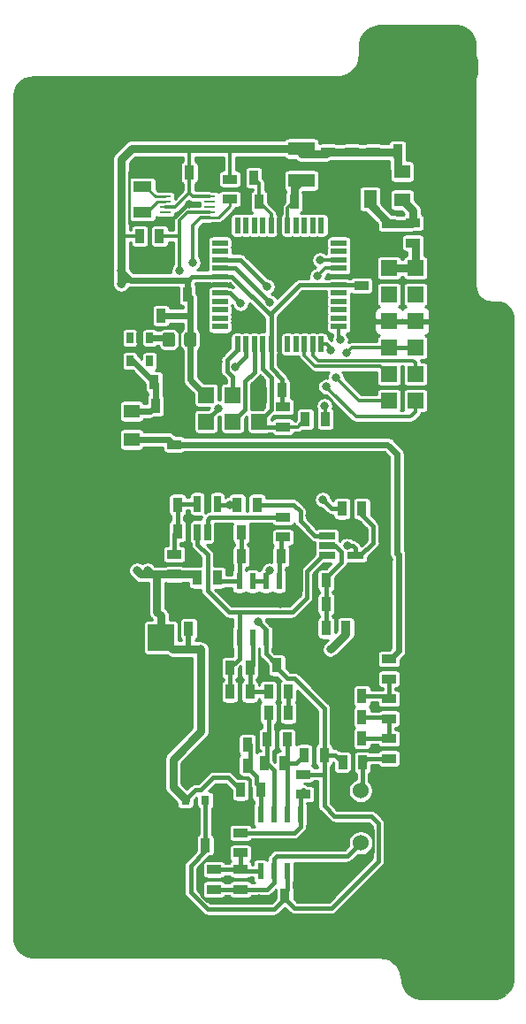
<source format=gbr>
G04 #@! TF.GenerationSoftware,KiCad,Pcbnew,(6.0.0-rc1-dev-205-gc0615c5ef)*
G04 #@! TF.CreationDate,2019-03-07T14:34:26+01:00*
G04 #@! TF.ProjectId,SPACEDOS01B_PCB01A,5350414345444F533031425F50434230,REV*
G04 #@! TF.SameCoordinates,Original*
G04 #@! TF.FileFunction,Copper,L1,Top,Signal*
G04 #@! TF.FilePolarity,Positive*
%FSLAX46Y46*%
G04 Gerber Fmt 4.6, Leading zero omitted, Abs format (unit mm)*
G04 Created by KiCad (PCBNEW (6.0.0-rc1-dev-205-gc0615c5ef)) date 03/07/19 14:34:26*
%MOMM*%
%LPD*%
G01*
G04 APERTURE LIST*
G04 #@! TA.AperFunction,SMDPad,CuDef*
%ADD10R,1.100000X0.250000*%
G04 #@! TD*
G04 #@! TA.AperFunction,SMDPad,CuDef*
%ADD11R,0.600000X1.550000*%
G04 #@! TD*
G04 #@! TA.AperFunction,SMDPad,CuDef*
%ADD12R,0.889000X1.397000*%
G04 #@! TD*
G04 #@! TA.AperFunction,SMDPad,CuDef*
%ADD13R,1.397000X0.889000*%
G04 #@! TD*
G04 #@! TA.AperFunction,ComponentPad*
%ADD14C,1.524000*%
G04 #@! TD*
G04 #@! TA.AperFunction,SMDPad,CuDef*
%ADD15R,2.300000X1.000000*%
G04 #@! TD*
G04 #@! TA.AperFunction,SMDPad,CuDef*
%ADD16R,3.800000X1.000000*%
G04 #@! TD*
G04 #@! TA.AperFunction,SMDPad,CuDef*
%ADD17R,1.000000X2.300000*%
G04 #@! TD*
G04 #@! TA.AperFunction,SMDPad,CuDef*
%ADD18R,1.000000X3.800000*%
G04 #@! TD*
G04 #@! TA.AperFunction,SMDPad,CuDef*
%ADD19R,1.000000X1.000000*%
G04 #@! TD*
G04 #@! TA.AperFunction,ComponentPad*
%ADD20R,1.524000X1.524000*%
G04 #@! TD*
G04 #@! TA.AperFunction,SMDPad,CuDef*
%ADD21R,2.499360X2.550160*%
G04 #@! TD*
G04 #@! TA.AperFunction,SMDPad,CuDef*
%ADD22R,2.540000X1.270000*%
G04 #@! TD*
G04 #@! TA.AperFunction,SMDPad,CuDef*
%ADD23R,1.524000X1.524000*%
G04 #@! TD*
G04 #@! TA.AperFunction,SMDPad,CuDef*
%ADD24R,2.550000X3.300000*%
G04 #@! TD*
G04 #@! TA.AperFunction,SMDPad,CuDef*
%ADD25R,0.550000X1.500000*%
G04 #@! TD*
G04 #@! TA.AperFunction,SMDPad,CuDef*
%ADD26R,1.500000X0.550000*%
G04 #@! TD*
G04 #@! TA.AperFunction,ComponentPad*
%ADD27C,6.000000*%
G04 #@! TD*
G04 #@! TA.AperFunction,SMDPad,CuDef*
%ADD28R,1.560000X0.650000*%
G04 #@! TD*
G04 #@! TA.AperFunction,SMDPad,CuDef*
%ADD29R,0.650000X1.560000*%
G04 #@! TD*
G04 #@! TA.AperFunction,SMDPad,CuDef*
%ADD30R,0.800000X0.900000*%
G04 #@! TD*
G04 #@! TA.AperFunction,SMDPad,CuDef*
%ADD31R,1.800000X1.000000*%
G04 #@! TD*
G04 #@! TA.AperFunction,Conductor*
%ADD32C,0.150000*%
G04 #@! TD*
G04 #@! TA.AperFunction,SMDPad,CuDef*
%ADD33C,1.150000*%
G04 #@! TD*
G04 #@! TA.AperFunction,SMDPad,CuDef*
%ADD34R,0.650000X1.060000*%
G04 #@! TD*
G04 #@! TA.AperFunction,SMDPad,CuDef*
%ADD35R,1.300000X1.700000*%
G04 #@! TD*
G04 #@! TA.AperFunction,SMDPad,CuDef*
%ADD36R,1.500000X1.300000*%
G04 #@! TD*
G04 #@! TA.AperFunction,SMDPad,CuDef*
%ADD37R,3.000000X0.700000*%
G04 #@! TD*
G04 #@! TA.AperFunction,ViaPad*
%ADD38C,0.800000*%
G04 #@! TD*
G04 #@! TA.AperFunction,Conductor*
%ADD39C,0.250000*%
G04 #@! TD*
G04 #@! TA.AperFunction,Conductor*
%ADD40C,0.400000*%
G04 #@! TD*
G04 #@! TA.AperFunction,Conductor*
%ADD41C,0.300000*%
G04 #@! TD*
G04 #@! TA.AperFunction,Conductor*
%ADD42C,0.800000*%
G04 #@! TD*
G04 #@! TA.AperFunction,Conductor*
%ADD43C,0.600000*%
G04 #@! TD*
G04 #@! TA.AperFunction,Conductor*
%ADD44C,0.500000*%
G04 #@! TD*
G04 #@! TA.AperFunction,Conductor*
%ADD45C,0.254000*%
G04 #@! TD*
G04 #@! TA.AperFunction,Conductor*
%ADD46C,0.100000*%
G04 #@! TD*
G04 APERTURE END LIST*
D10*
G04 #@! TO.P,U11,10*
G04 #@! TO.N,+3V3*
X59808000Y78470000D03*
G04 #@! TO.P,U11,9*
G04 #@! TO.N,N/C*
X59808000Y77970000D03*
G04 #@! TO.P,U11,8*
X59808000Y77470000D03*
G04 #@! TO.P,U11,7*
G04 #@! TO.N,/cpu/PC0*
X59808000Y76970000D03*
G04 #@! TO.P,U11,6*
G04 #@! TO.N,/cpu/PC1*
X59808000Y76470000D03*
G04 #@! TO.P,U11,5*
G04 #@! TO.N,GND*
X55508000Y76470000D03*
G04 #@! TO.P,U11,4*
G04 #@! TO.N,N/C*
X55508000Y76970000D03*
G04 #@! TO.P,U11,3*
G04 #@! TO.N,+3V3*
X55508000Y77470000D03*
G04 #@! TO.P,U11,2*
G04 #@! TO.N,Net-(U11-Pad2)*
X55508000Y77970000D03*
G04 #@! TO.P,U11,1*
G04 #@! TO.N,Net-(U11-Pad1)*
X55508000Y78470000D03*
G04 #@! TD*
D11*
G04 #@! TO.P,U2,8*
G04 #@! TO.N,/VCC2*
X62617700Y41633100D03*
G04 #@! TO.P,U2,7*
G04 #@! TO.N,Net-(R1-Pad2)*
X63887700Y41633100D03*
G04 #@! TO.P,U2,6*
X65157700Y41633100D03*
G04 #@! TO.P,U2,5*
G04 #@! TO.N,Net-(C19-Pad1)*
X66427700Y41633100D03*
G04 #@! TO.P,U2,4*
G04 #@! TO.N,GND*
X66427700Y36233100D03*
G04 #@! TO.P,U2,3*
G04 #@! TO.N,PA1*
X65157700Y36233100D03*
G04 #@! TO.P,U2,2*
G04 #@! TO.N,Net-(C18-Pad2)*
X63887700Y36233100D03*
G04 #@! TO.P,U2,1*
G04 #@! TO.N,Net-(C18-Pad1)*
X62617700Y36233100D03*
G04 #@! TD*
G04 #@! TO.P,U1,8*
G04 #@! TO.N,/VCC1*
X64649700Y19281100D03*
G04 #@! TO.P,U1,7*
G04 #@! TO.N,Net-(C15-Pad1)*
X65919700Y19281100D03*
G04 #@! TO.P,U1,6*
G04 #@! TO.N,Net-(C15-Pad2)*
X67189700Y19281100D03*
G04 #@! TO.P,U1,5*
G04 #@! TO.N,Net-(C10-Pad1)*
X68459700Y19281100D03*
G04 #@! TO.P,U1,4*
G04 #@! TO.N,GND*
X68459700Y13881100D03*
G04 #@! TO.P,U1,3*
G04 #@! TO.N,PA1*
X67189700Y13881100D03*
G04 #@! TO.P,U1,2*
G04 #@! TO.N,/A*
X65919700Y13881100D03*
G04 #@! TO.P,U1,1*
G04 #@! TO.N,Net-(C10-Pad2)*
X64649700Y13881100D03*
G04 #@! TD*
D12*
G04 #@! TO.P,C3,1*
G04 #@! TO.N,PA1*
X67000000Y11501100D03*
G04 #@! TO.P,C3,2*
G04 #@! TO.N,GND*
X68905000Y11501100D03*
G04 #@! TD*
D13*
G04 #@! TO.P,C10,1*
G04 #@! TO.N,Net-(C10-Pad1)*
X62744700Y17533600D03*
G04 #@! TO.P,C10,2*
G04 #@! TO.N,Net-(C10-Pad2)*
X62744700Y15628600D03*
G04 #@! TD*
G04 #@! TO.P,C5,1*
G04 #@! TO.N,Net-(C10-Pad2)*
X62744700Y14041100D03*
G04 #@! TO.P,C5,2*
G04 #@! TO.N,/A*
X62744700Y12136100D03*
G04 #@! TD*
G04 #@! TO.P,R6,1*
G04 #@! TO.N,Net-(C10-Pad2)*
X60204700Y14041100D03*
G04 #@! TO.P,R6,2*
G04 #@! TO.N,/A*
X60204700Y12136100D03*
G04 #@! TD*
D12*
G04 #@! TO.P,C20,1*
G04 #@! TO.N,PA1*
X59379200Y16327100D03*
G04 #@! TO.P,C20,2*
G04 #@! TO.N,GND*
X57474200Y16327100D03*
G04 #@! TD*
D13*
G04 #@! TO.P,R22,1*
G04 #@! TO.N,/K*
X76974700Y24676100D03*
G04 #@! TO.P,R22,2*
G04 #@! TO.N,Net-(C2-Pad1)*
X76974700Y26581100D03*
G04 #@! TD*
G04 #@! TO.P,R19,1*
G04 #@! TO.N,Net-(C2-Pad1)*
X76974700Y28486100D03*
G04 #@! TO.P,R19,2*
G04 #@! TO.N,Net-(C21-Pad1)*
X76974700Y30391100D03*
G04 #@! TD*
G04 #@! TO.P,R15,1*
G04 #@! TO.N,Net-(C21-Pad1)*
X76974700Y32296100D03*
G04 #@! TO.P,R15,2*
G04 #@! TO.N,+5V*
X76974700Y34201100D03*
G04 #@! TD*
D12*
G04 #@! TO.P,C21,1*
G04 #@! TO.N,Net-(C21-Pad1)*
X74371200Y30645100D03*
G04 #@! TO.P,C21,2*
G04 #@! TO.N,GND*
X72466200Y30645100D03*
G04 #@! TD*
G04 #@! TO.P,C23,1*
G04 #@! TO.N,Net-(C2-Pad1)*
X74371200Y28613100D03*
G04 #@! TO.P,C23,2*
G04 #@! TO.N,GND*
X72466200Y28613100D03*
G04 #@! TD*
G04 #@! TO.P,C2,1*
G04 #@! TO.N,Net-(C2-Pad1)*
X74371200Y26581100D03*
G04 #@! TO.P,C2,2*
G04 #@! TO.N,GND*
X72466200Y26581100D03*
G04 #@! TD*
G04 #@! TO.P,C24,1*
G04 #@! TO.N,/K*
X74434700Y24295100D03*
G04 #@! TO.P,C24,2*
G04 #@! TO.N,PA1*
X72529700Y24295100D03*
G04 #@! TD*
G04 #@! TO.P,R8,1*
G04 #@! TO.N,Net-(C15-Pad2)*
X68840700Y25000000D03*
G04 #@! TO.P,R8,2*
G04 #@! TO.N,PA1*
X70745700Y25000000D03*
G04 #@! TD*
D13*
G04 #@! TO.P,R7,1*
G04 #@! TO.N,PA1*
X68750000Y23155000D03*
G04 #@! TO.P,R7,2*
G04 #@! TO.N,Net-(C10-Pad1)*
X68750000Y21250000D03*
G04 #@! TD*
D12*
G04 #@! TO.P,R2,1*
G04 #@! TO.N,/VCC1*
X64649700Y21661100D03*
G04 #@! TO.P,R2,2*
G04 #@! TO.N,+3V3*
X62744700Y21661100D03*
G04 #@! TD*
G04 #@! TO.P,C11,1*
G04 #@! TO.N,/VCC1*
X63405000Y24000000D03*
G04 #@! TO.P,C11,2*
G04 #@! TO.N,GND*
X61500000Y24000000D03*
G04 #@! TD*
G04 #@! TO.P,C6,1*
G04 #@! TO.N,/VCC1*
X63405000Y25979100D03*
G04 #@! TO.P,C6,2*
G04 #@! TO.N,GND*
X61500000Y25979100D03*
G04 #@! TD*
G04 #@! TO.P,R9,1*
G04 #@! TO.N,Net-(C15-Pad1)*
X65000000Y24250000D03*
G04 #@! TO.P,R9,2*
G04 #@! TO.N,Net-(C15-Pad2)*
X66905000Y24250000D03*
G04 #@! TD*
G04 #@! TO.P,C15,1*
G04 #@! TO.N,Net-(C15-Pad1)*
X65284700Y26487100D03*
G04 #@! TO.P,C15,2*
G04 #@! TO.N,Net-(C15-Pad2)*
X67189700Y26487100D03*
G04 #@! TD*
G04 #@! TO.P,C16,1*
G04 #@! TO.N,Net-(C16-Pad1)*
X67316700Y29027100D03*
G04 #@! TO.P,C16,2*
G04 #@! TO.N,Net-(C15-Pad1)*
X65411700Y29027100D03*
G04 #@! TD*
G04 #@! TO.P,R10,1*
G04 #@! TO.N,Net-(C18-Pad2)*
X65411700Y31059100D03*
G04 #@! TO.P,R10,2*
G04 #@! TO.N,Net-(C16-Pad1)*
X67316700Y31059100D03*
G04 #@! TD*
G04 #@! TO.P,C17,1*
G04 #@! TO.N,PA1*
X66237200Y33599100D03*
G04 #@! TO.P,C17,2*
G04 #@! TO.N,GND*
X68142200Y33599100D03*
G04 #@! TD*
G04 #@! TO.P,R11,1*
G04 #@! TO.N,Net-(C18-Pad1)*
X61728700Y31059100D03*
G04 #@! TO.P,R11,2*
G04 #@! TO.N,Net-(C18-Pad2)*
X63633700Y31059100D03*
G04 #@! TD*
G04 #@! TO.P,C18,1*
G04 #@! TO.N,Net-(C18-Pad1)*
X61728700Y33345100D03*
G04 #@! TO.P,C18,2*
G04 #@! TO.N,Net-(C18-Pad2)*
X63633700Y33345100D03*
G04 #@! TD*
G04 #@! TO.P,R4,1*
G04 #@! TO.N,/VCC3*
X70936200Y37155100D03*
G04 #@! TO.P,R4,2*
G04 #@! TO.N,+3V3*
X72841200Y37155100D03*
G04 #@! TD*
G04 #@! TO.P,C8,1*
G04 #@! TO.N,/VCC3*
X70936200Y39441100D03*
G04 #@! TO.P,C8,2*
G04 #@! TO.N,GND*
X72841200Y39441100D03*
G04 #@! TD*
G04 #@! TO.P,C13,1*
G04 #@! TO.N,/VCC3*
X70936200Y41727100D03*
G04 #@! TO.P,C13,2*
G04 #@! TO.N,GND*
X72841200Y41727100D03*
G04 #@! TD*
G04 #@! TO.P,C4,1*
G04 #@! TO.N,+3V3*
X57785000Y37084000D03*
G04 #@! TO.P,C4,2*
G04 #@! TO.N,GND*
X59690000Y37084000D03*
G04 #@! TD*
G04 #@! TO.P,R3,1*
G04 #@! TO.N,/VCC2*
X60522200Y41981100D03*
G04 #@! TO.P,R3,2*
G04 #@! TO.N,+3V3*
X58617200Y41981100D03*
G04 #@! TD*
D13*
G04 #@! TO.P,R5,1*
G04 #@! TO.N,/VCC4*
X56394700Y44203600D03*
G04 #@! TO.P,R5,2*
G04 #@! TO.N,+3V3*
X56394700Y42298600D03*
G04 #@! TD*
D12*
G04 #@! TO.P,R1,1*
G04 #@! TO.N,PA0*
X72460200Y48585100D03*
G04 #@! TO.P,R1,2*
G04 #@! TO.N,Net-(R1-Pad2)*
X74365200Y48585100D03*
G04 #@! TD*
G04 #@! TO.P,C19,1*
G04 #@! TO.N,Net-(C19-Pad1)*
X66618200Y44013100D03*
G04 #@! TO.P,C19,2*
G04 #@! TO.N,GND*
X68523200Y44013100D03*
G04 #@! TD*
D13*
G04 #@! TO.P,R13,1*
G04 #@! TO.N,Net-(C19-Pad1)*
X66808700Y45854600D03*
G04 #@! TO.P,R13,2*
G04 #@! TO.N,Net-(R13-Pad2)*
X66808700Y47759600D03*
G04 #@! TD*
D12*
G04 #@! TO.P,C12,1*
G04 #@! TO.N,/VCC2*
X62808200Y44013100D03*
G04 #@! TO.P,C12,2*
G04 #@! TO.N,GND*
X64713200Y44013100D03*
G04 #@! TD*
G04 #@! TO.P,C7,1*
G04 #@! TO.N,/VCC2*
X62808200Y46299100D03*
G04 #@! TO.P,C7,2*
G04 #@! TO.N,GND*
X64713200Y46299100D03*
G04 #@! TD*
G04 #@! TO.P,R12,1*
G04 #@! TO.N,PB0*
X62427200Y48966100D03*
G04 #@! TO.P,R12,2*
G04 #@! TO.N,Net-(R12-Pad2)*
X64332200Y48966100D03*
G04 #@! TD*
G04 #@! TO.P,C9,1*
G04 #@! TO.N,/VCC4*
X56712200Y46426100D03*
G04 #@! TO.P,C9,2*
G04 #@! TO.N,GND*
X54807200Y46426100D03*
G04 #@! TD*
G04 #@! TO.P,C14,1*
G04 #@! TO.N,/VCC4*
X56712200Y48966100D03*
G04 #@! TO.P,C14,2*
G04 #@! TO.N,GND*
X54807200Y48966100D03*
G04 #@! TD*
G04 #@! TO.P,C43,1*
G04 #@! TO.N,/cpu/RST#_P*
X68961000Y57150000D03*
G04 #@! TO.P,C43,2*
G04 #@! TO.N,/cpu/RST#*
X70866000Y57150000D03*
G04 #@! TD*
D13*
G04 #@! TO.P,R23,1*
G04 #@! TO.N,/cpu/RST#_P*
X66814700Y56426100D03*
G04 #@! TO.P,R23,2*
G04 #@! TO.N,+3V3*
X66814700Y58331100D03*
G04 #@! TD*
D12*
G04 #@! TO.P,C34,1*
G04 #@! TO.N,+3V3*
X66687700Y59982100D03*
G04 #@! TO.P,C34,2*
G04 #@! TO.N,GND*
X68592700Y59982100D03*
G04 #@! TD*
D13*
G04 #@! TO.P,C54,1*
G04 #@! TO.N,+5V*
X56388000Y54737000D03*
G04 #@! TO.P,C54,2*
G04 #@! TO.N,GND*
X56388000Y56642000D03*
G04 #@! TD*
D12*
G04 #@! TO.P,C50,1*
G04 #@! TO.N,Net-(C42-Pad1)*
X54610000Y58420000D03*
G04 #@! TO.P,C50,2*
G04 #@! TO.N,GND*
X56515000Y58420000D03*
G04 #@! TD*
G04 #@! TO.P,C42,1*
G04 #@! TO.N,Net-(C42-Pad1)*
X54483000Y60706000D03*
G04 #@! TO.P,C42,2*
G04 #@! TO.N,GND*
X56388000Y60706000D03*
G04 #@! TD*
G04 #@! TO.P,C32,1*
G04 #@! TO.N,+3V3*
X55118000Y67056000D03*
G04 #@! TO.P,C32,2*
G04 #@! TO.N,GND*
X53213000Y67056000D03*
G04 #@! TD*
G04 #@! TO.P,C35,1*
G04 #@! TO.N,+3V3*
X57658000Y69088000D03*
G04 #@! TO.P,C35,2*
G04 #@! TO.N,GND*
X55753000Y69088000D03*
G04 #@! TD*
D13*
G04 #@! TO.P,C39,1*
G04 #@! TO.N,+3V3*
X74307700Y69951600D03*
G04 #@! TO.P,C39,2*
G04 #@! TO.N,GND*
X74307700Y71856600D03*
G04 #@! TD*
G04 #@! TO.P,F2,1*
G04 #@! TO.N,Net-(C29-Pad1)*
X79248000Y75946000D03*
G04 #@! TO.P,F2,2*
G04 #@! TO.N,/power/3*
X79248000Y74041000D03*
G04 #@! TD*
G04 #@! TO.P,C36,1*
G04 #@! TO.N,Net-(C29-Pad1)*
X76962000Y75882500D03*
G04 #@! TO.P,C36,2*
G04 #@! TO.N,GND*
X76962000Y73977500D03*
G04 #@! TD*
D12*
G04 #@! TO.P,C55,1*
G04 #@! TO.N,+3V3*
X77787500Y82804000D03*
G04 #@! TO.P,C55,2*
G04 #@! TO.N,GND*
X79692500Y82804000D03*
G04 #@! TD*
D13*
G04 #@! TO.P,R20,1*
G04 #@! TO.N,/cpu/PC1*
X61722000Y78232000D03*
G04 #@! TO.P,R20,2*
G04 #@! TO.N,+3V3*
X61722000Y80137000D03*
G04 #@! TD*
D12*
G04 #@! TO.P,C31,1*
G04 #@! TO.N,/cpu/AVCC*
X67881500Y77978000D03*
G04 #@! TO.P,C31,2*
G04 #@! TO.N,GND*
X69786500Y77978000D03*
G04 #@! TD*
D13*
G04 #@! TO.P,C26,1*
G04 #@! TO.N,+3V3*
X75438000Y82740500D03*
G04 #@! TO.P,C26,2*
G04 #@! TO.N,GND*
X75438000Y80835500D03*
G04 #@! TD*
G04 #@! TO.P,C27,1*
G04 #@! TO.N,+3V3*
X73406000Y82740500D03*
G04 #@! TO.P,C27,2*
G04 #@! TO.N,GND*
X73406000Y80835500D03*
G04 #@! TD*
G04 #@! TO.P,C28,1*
G04 #@! TO.N,+3V3*
X71120000Y82740500D03*
G04 #@! TO.P,C28,2*
G04 #@! TO.N,GND*
X71120000Y80835500D03*
G04 #@! TD*
D12*
G04 #@! TO.P,R21,1*
G04 #@! TO.N,/cpu/PC0*
X54991000Y74676000D03*
G04 #@! TO.P,R21,2*
G04 #@! TO.N,+3V3*
X53086000Y74676000D03*
G04 #@! TD*
G04 #@! TO.P,C47,1*
G04 #@! TO.N,+3V3*
X57848500Y80772000D03*
G04 #@! TO.P,C47,2*
G04 #@! TO.N,GND*
X55943500Y80772000D03*
G04 #@! TD*
D14*
G04 #@! TO.P,D1,1*
G04 #@! TO.N,/K*
X74250000Y21590000D03*
G04 #@! TO.P,D1,2*
G04 #@! TO.N,/A*
X74250000Y16590000D03*
G04 #@! TD*
D12*
G04 #@! TO.P,C44,1*
G04 #@! TO.N,Net-(C40-Pad1)*
X64516000Y77978000D03*
G04 #@! TO.P,C44,2*
G04 #@! TO.N,GND*
X66421000Y77978000D03*
G04 #@! TD*
G04 #@! TO.P,C40,1*
G04 #@! TO.N,Net-(C40-Pad1)*
X64008000Y80264000D03*
G04 #@! TO.P,C40,2*
G04 #@! TO.N,GND*
X65913000Y80264000D03*
G04 #@! TD*
D15*
G04 #@! TO.P,M9,1*
G04 #@! TO.N,GND*
X79884000Y84844000D03*
X79884000Y53044000D03*
D16*
X74634000Y84844000D03*
X74634000Y53044000D03*
X68634000Y84844000D03*
X68634000Y53044000D03*
X62634000Y84844000D03*
X62634000Y53044000D03*
X56634000Y84844000D03*
X56634000Y53044000D03*
D15*
X51384000Y84844000D03*
X51384000Y53044000D03*
D17*
X81534000Y83194000D03*
X49734000Y83194000D03*
D18*
X81534000Y77944000D03*
X49734000Y77944000D03*
X81534000Y71944000D03*
X49734000Y71944000D03*
X81534000Y65944000D03*
X49734000Y65944000D03*
X81534000Y59944000D03*
X49734000Y59944000D03*
D17*
X81534000Y54694000D03*
X49734000Y54694000D03*
D19*
X81534000Y53044000D03*
X81534000Y84844000D03*
X49734000Y84844000D03*
X49734000Y53044000D03*
G04 #@! TD*
D20*
G04 #@! TO.P,J2,2*
G04 #@! TO.N,GND*
X79502000Y66548000D03*
G04 #@! TO.P,J2,1*
X76962000Y66548000D03*
G04 #@! TD*
G04 #@! TO.P,J3,2*
G04 #@! TO.N,/power/3*
X79502000Y71628000D03*
G04 #@! TO.P,J3,1*
X76962000Y71628000D03*
G04 #@! TD*
G04 #@! TO.P,J7,1*
G04 #@! TO.N,/cpu/TX0*
X79502000Y61468000D03*
G04 #@! TD*
G04 #@! TO.P,J4,1*
G04 #@! TO.N,/cpu/PD3*
X76962000Y58928000D03*
G04 #@! TD*
G04 #@! TO.P,J6,1*
G04 #@! TO.N,/cpu/RX0*
X76962000Y61468000D03*
G04 #@! TD*
G04 #@! TO.P,J5,1*
G04 #@! TO.N,/cpu/PD2*
X79502000Y58928000D03*
G04 #@! TD*
G04 #@! TO.P,J19,2*
G04 #@! TO.N,/cpu/RST#*
X76962000Y64008000D03*
G04 #@! TO.P,J19,1*
X79502000Y64008000D03*
G04 #@! TD*
D21*
G04 #@! TO.P,C1,1*
G04 #@! TO.N,+3V3*
X55124700Y36250860D03*
G04 #@! TO.P,C1,2*
G04 #@! TO.N,GND*
X55124700Y31201340D03*
G04 #@! TD*
D22*
G04 #@! TO.P,L1,2*
G04 #@! TO.N,/cpu/AVCC*
X68580000Y80010000D03*
G04 #@! TO.P,L1,1*
G04 #@! TO.N,+3V3*
X68580000Y83058000D03*
G04 #@! TD*
D23*
G04 #@! TO.P,J22,1*
G04 #@! TO.N,/cpu/PB6*
X59448700Y56934100D03*
G04 #@! TO.P,J22,2*
G04 #@! TO.N,+3V3*
X59448700Y59474100D03*
G04 #@! TO.P,J22,3*
G04 #@! TO.N,/cpu/PB7*
X61988700Y56934100D03*
G04 #@! TO.P,J22,4*
G04 #@! TO.N,/cpu/PB5*
X61988700Y59474100D03*
G04 #@! TO.P,J22,5*
G04 #@! TO.N,/cpu/RST#_P*
X64528700Y56934100D03*
G04 #@! TO.P,J22,6*
G04 #@! TO.N,GND*
X64528700Y59474100D03*
G04 #@! TD*
D18*
G04 #@! TO.P,M6,1*
G04 #@! TO.N,GND*
X80785000Y44034000D03*
X80785000Y38034000D03*
X80785000Y32034000D03*
X80785000Y26034000D03*
X80785000Y20034000D03*
X80785000Y14034000D03*
X50485000Y44034000D03*
X50485000Y38034000D03*
X50485000Y32034000D03*
X50485000Y26034000D03*
X50485000Y20034000D03*
X50485000Y14034000D03*
D24*
X80010000Y49784000D03*
X80010000Y8284000D03*
X51260000Y49784000D03*
X51260000Y8284000D03*
D16*
X56635000Y7134000D03*
X62635000Y7134000D03*
X68635000Y7134000D03*
X74635000Y7134000D03*
X56635000Y50934000D03*
X62635000Y50934000D03*
X68635000Y50934000D03*
X74635000Y50934000D03*
G04 #@! TD*
D25*
G04 #@! TO.P,U10,1*
G04 #@! TO.N,/cpu/PB5*
X62466700Y64319100D03*
G04 #@! TO.P,U10,2*
G04 #@! TO.N,/cpu/PB6*
X63266700Y64319100D03*
G04 #@! TO.P,U10,3*
G04 #@! TO.N,/cpu/PB7*
X64066700Y64319100D03*
G04 #@! TO.P,U10,4*
G04 #@! TO.N,/cpu/RST#_P*
X64866700Y64319100D03*
G04 #@! TO.P,U10,5*
G04 #@! TO.N,+3V3*
X65666700Y64319100D03*
G04 #@! TO.P,U10,6*
G04 #@! TO.N,GND*
X66466700Y64319100D03*
G04 #@! TO.P,U10,7*
G04 #@! TO.N,N/C*
X67266700Y64319100D03*
G04 #@! TO.P,U10,8*
X68066700Y64319100D03*
G04 #@! TO.P,U10,9*
G04 #@! TO.N,/cpu/RX0*
X68866700Y64319100D03*
G04 #@! TO.P,U10,10*
G04 #@! TO.N,/cpu/TX0*
X69666700Y64319100D03*
G04 #@! TO.P,U10,11*
G04 #@! TO.N,/cpu/PD2*
X70466700Y64319100D03*
D26*
G04 #@! TO.P,U10,12*
G04 #@! TO.N,/cpu/PD3*
X72166700Y66019100D03*
G04 #@! TO.P,U10,13*
G04 #@! TO.N,N/C*
X72166700Y66819100D03*
G04 #@! TO.P,U10,14*
X72166700Y67619100D03*
G04 #@! TO.P,U10,15*
X72166700Y68419100D03*
G04 #@! TO.P,U10,16*
X72166700Y69219100D03*
G04 #@! TO.P,U10,17*
G04 #@! TO.N,+3V3*
X72166700Y70019100D03*
G04 #@! TO.P,U10,18*
G04 #@! TO.N,GND*
X72166700Y70819100D03*
G04 #@! TO.P,U10,19*
G04 #@! TO.N,/cpu/PC0*
X72166700Y71619100D03*
G04 #@! TO.P,U10,20*
G04 #@! TO.N,/cpu/PC1*
X72166700Y72419100D03*
G04 #@! TO.P,U10,21*
G04 #@! TO.N,N/C*
X72166700Y73219100D03*
G04 #@! TO.P,U10,22*
X72166700Y74019100D03*
D25*
G04 #@! TO.P,U10,23*
X70466700Y75719100D03*
G04 #@! TO.P,U10,24*
X69666700Y75719100D03*
G04 #@! TO.P,U10,25*
X68866700Y75719100D03*
G04 #@! TO.P,U10,26*
X68066700Y75719100D03*
G04 #@! TO.P,U10,27*
G04 #@! TO.N,/cpu/AVCC*
X67266700Y75719100D03*
G04 #@! TO.P,U10,28*
G04 #@! TO.N,GND*
X66466700Y75719100D03*
G04 #@! TO.P,U10,29*
G04 #@! TO.N,Net-(C40-Pad1)*
X65666700Y75719100D03*
G04 #@! TO.P,U10,30*
G04 #@! TO.N,N/C*
X64866700Y75719100D03*
G04 #@! TO.P,U10,31*
X64066700Y75719100D03*
G04 #@! TO.P,U10,32*
X63266700Y75719100D03*
G04 #@! TO.P,U10,33*
X62466700Y75719100D03*
D26*
G04 #@! TO.P,U10,34*
X60766700Y74019100D03*
G04 #@! TO.P,U10,35*
X60766700Y73219100D03*
G04 #@! TO.P,U10,36*
G04 #@! TO.N,PA1*
X60766700Y72419100D03*
G04 #@! TO.P,U10,37*
G04 #@! TO.N,PA0*
X60766700Y71619100D03*
G04 #@! TO.P,U10,38*
G04 #@! TO.N,+3V3*
X60766700Y70819100D03*
G04 #@! TO.P,U10,39*
G04 #@! TO.N,GND*
X60766700Y70019100D03*
G04 #@! TO.P,U10,40*
G04 #@! TO.N,PB0*
X60766700Y69219100D03*
G04 #@! TO.P,U10,41*
G04 #@! TO.N,N/C*
X60766700Y68419100D03*
G04 #@! TO.P,U10,42*
X60766700Y67619100D03*
G04 #@! TO.P,U10,43*
X60766700Y66819100D03*
G04 #@! TO.P,U10,44*
X60766700Y66019100D03*
G04 #@! TD*
D27*
G04 #@! TO.P,M2,1*
G04 #@! TO.N,GND*
X44450000Y77890000D03*
G04 #@! TD*
G04 #@! TO.P,M3,1*
G04 #@! TO.N,GND*
X85090000Y5080000D03*
G04 #@! TD*
G04 #@! TO.P,M4,1*
G04 #@! TO.N,GND*
X44450000Y23000000D03*
G04 #@! TD*
D28*
G04 #@! TO.P,U4,1*
G04 #@! TO.N,Net-(R12-Pad2)*
X71046700Y45979100D03*
G04 #@! TO.P,U4,2*
G04 #@! TO.N,/VCC3*
X71046700Y45029100D03*
G04 #@! TO.P,U4,3*
G04 #@! TO.N,Net-(C18-Pad1)*
X71046700Y44079100D03*
G04 #@! TO.P,U4,4*
G04 #@! TO.N,Net-(R1-Pad2)*
X73746700Y44079100D03*
G04 #@! TO.P,U4,5*
G04 #@! TO.N,GND*
X73746700Y45979100D03*
G04 #@! TD*
D29*
G04 #@! TO.P,U5,5*
G04 #@! TO.N,/VCC4*
X58619700Y49046100D03*
G04 #@! TO.P,U5,4*
G04 #@! TO.N,PB0*
X60519700Y49046100D03*
G04 #@! TO.P,U5,3*
G04 #@! TO.N,GND*
X60519700Y46346100D03*
G04 #@! TO.P,U5,2*
G04 #@! TO.N,Net-(R13-Pad2)*
X59569700Y46346100D03*
G04 #@! TO.P,U5,1*
G04 #@! TO.N,Net-(C18-Pad1)*
X58619700Y46346100D03*
G04 #@! TD*
D30*
G04 #@! TO.P,U3,3*
G04 #@! TO.N,GND*
X58426700Y22677100D03*
G04 #@! TO.P,U3,2*
G04 #@! TO.N,PA1*
X59376700Y20677100D03*
G04 #@! TO.P,U3,1*
G04 #@! TO.N,+3V3*
X57476700Y20677100D03*
G04 #@! TD*
D27*
G04 #@! TO.P,M1,1*
G04 #@! TO.N,GND*
X82550000Y90810000D03*
G04 #@! TD*
D31*
G04 #@! TO.P,Y2,1*
G04 #@! TO.N,Net-(U11-Pad2)*
X53340000Y76962000D03*
G04 #@! TO.P,Y2,2*
G04 #@! TO.N,Net-(U11-Pad1)*
X53340000Y79462000D03*
G04 #@! TD*
D32*
G04 #@! TO.N,+3V3*
G04 #@! TO.C,L3*
G36*
X58279505Y65468796D02*
X58303773Y65465196D01*
X58327572Y65459235D01*
X58350671Y65450970D01*
X58372850Y65440480D01*
X58393893Y65427868D01*
X58413599Y65413253D01*
X58431777Y65396777D01*
X58448253Y65378599D01*
X58462868Y65358893D01*
X58475480Y65337850D01*
X58485970Y65315671D01*
X58494235Y65292572D01*
X58500196Y65268773D01*
X58503796Y65244505D01*
X58505000Y65220001D01*
X58505000Y64319999D01*
X58503796Y64295495D01*
X58500196Y64271227D01*
X58494235Y64247428D01*
X58485970Y64224329D01*
X58475480Y64202150D01*
X58462868Y64181107D01*
X58448253Y64161401D01*
X58431777Y64143223D01*
X58413599Y64126747D01*
X58393893Y64112132D01*
X58372850Y64099520D01*
X58350671Y64089030D01*
X58327572Y64080765D01*
X58303773Y64074804D01*
X58279505Y64071204D01*
X58255001Y64070000D01*
X57604999Y64070000D01*
X57580495Y64071204D01*
X57556227Y64074804D01*
X57532428Y64080765D01*
X57509329Y64089030D01*
X57487150Y64099520D01*
X57466107Y64112132D01*
X57446401Y64126747D01*
X57428223Y64143223D01*
X57411747Y64161401D01*
X57397132Y64181107D01*
X57384520Y64202150D01*
X57374030Y64224329D01*
X57365765Y64247428D01*
X57359804Y64271227D01*
X57356204Y64295495D01*
X57355000Y64319999D01*
X57355000Y65220001D01*
X57356204Y65244505D01*
X57359804Y65268773D01*
X57365765Y65292572D01*
X57374030Y65315671D01*
X57384520Y65337850D01*
X57397132Y65358893D01*
X57411747Y65378599D01*
X57428223Y65396777D01*
X57446401Y65413253D01*
X57466107Y65427868D01*
X57487150Y65440480D01*
X57509329Y65450970D01*
X57532428Y65459235D01*
X57556227Y65465196D01*
X57580495Y65468796D01*
X57604999Y65470000D01*
X58255001Y65470000D01*
X58279505Y65468796D01*
X58279505Y65468796D01*
G37*
D33*
G04 #@! TD*
G04 #@! TO.P,L3,1*
G04 #@! TO.N,+3V3*
X57930000Y64770000D03*
D32*
G04 #@! TO.N,Net-(L3-Pad2)*
G04 #@! TO.C,L3*
G36*
X56229505Y65468796D02*
X56253773Y65465196D01*
X56277572Y65459235D01*
X56300671Y65450970D01*
X56322850Y65440480D01*
X56343893Y65427868D01*
X56363599Y65413253D01*
X56381777Y65396777D01*
X56398253Y65378599D01*
X56412868Y65358893D01*
X56425480Y65337850D01*
X56435970Y65315671D01*
X56444235Y65292572D01*
X56450196Y65268773D01*
X56453796Y65244505D01*
X56455000Y65220001D01*
X56455000Y64319999D01*
X56453796Y64295495D01*
X56450196Y64271227D01*
X56444235Y64247428D01*
X56435970Y64224329D01*
X56425480Y64202150D01*
X56412868Y64181107D01*
X56398253Y64161401D01*
X56381777Y64143223D01*
X56363599Y64126747D01*
X56343893Y64112132D01*
X56322850Y64099520D01*
X56300671Y64089030D01*
X56277572Y64080765D01*
X56253773Y64074804D01*
X56229505Y64071204D01*
X56205001Y64070000D01*
X55554999Y64070000D01*
X55530495Y64071204D01*
X55506227Y64074804D01*
X55482428Y64080765D01*
X55459329Y64089030D01*
X55437150Y64099520D01*
X55416107Y64112132D01*
X55396401Y64126747D01*
X55378223Y64143223D01*
X55361747Y64161401D01*
X55347132Y64181107D01*
X55334520Y64202150D01*
X55324030Y64224329D01*
X55315765Y64247428D01*
X55309804Y64271227D01*
X55306204Y64295495D01*
X55305000Y64319999D01*
X55305000Y65220001D01*
X55306204Y65244505D01*
X55309804Y65268773D01*
X55315765Y65292572D01*
X55324030Y65315671D01*
X55334520Y65337850D01*
X55347132Y65358893D01*
X55361747Y65378599D01*
X55378223Y65396777D01*
X55396401Y65413253D01*
X55416107Y65427868D01*
X55437150Y65440480D01*
X55459329Y65450970D01*
X55482428Y65459235D01*
X55506227Y65465196D01*
X55530495Y65468796D01*
X55554999Y65470000D01*
X56205001Y65470000D01*
X56229505Y65468796D01*
X56229505Y65468796D01*
G37*
D33*
G04 #@! TD*
G04 #@! TO.P,L3,2*
G04 #@! TO.N,Net-(L3-Pad2)*
X55880000Y64770000D03*
D34*
G04 #@! TO.P,U8,1*
G04 #@! TO.N,Net-(L3-Pad2)*
X54048700Y64938000D03*
G04 #@! TO.P,U8,2*
G04 #@! TO.N,GND*
X53098700Y64938000D03*
G04 #@! TO.P,U8,3*
G04 #@! TO.N,N/C*
X52148700Y64938000D03*
G04 #@! TO.P,U8,4*
G04 #@! TO.N,Net-(C42-Pad1)*
X52148700Y62738000D03*
G04 #@! TO.P,U8,5*
G04 #@! TO.N,N/C*
X54048700Y62738000D03*
G04 #@! TD*
D35*
G04 #@! TO.P,D3,1*
G04 #@! TO.N,Net-(C29-Pad1)*
X75156000Y78232000D03*
G04 #@! TO.P,D3,2*
G04 #@! TO.N,GND*
X71656000Y78232000D03*
G04 #@! TD*
D20*
G04 #@! TO.P,J1,2*
G04 #@! TO.N,N/C*
X76962000Y69088000D03*
G04 #@! TO.P,J1,1*
X79502000Y69088000D03*
G04 #@! TD*
D36*
G04 #@! TO.P,C29,1*
G04 #@! TO.N,Net-(C29-Pad1)*
X78232000Y78152000D03*
D37*
G04 #@! TO.P,C29,2*
G04 #@! TO.N,GND*
X78232000Y79502000D03*
D36*
G04 #@! TO.P,C29,3*
G04 #@! TO.N,+3V3*
X78232000Y80852000D03*
G04 #@! TD*
G04 #@! TO.P,C52,3*
G04 #@! TO.N,+5V*
X52324000Y55212000D03*
D37*
G04 #@! TO.P,C52,2*
G04 #@! TO.N,GND*
X52324000Y56562000D03*
D36*
G04 #@! TO.P,C52,1*
G04 #@! TO.N,Net-(C42-Pad1)*
X52324000Y57912000D03*
G04 #@! TD*
D38*
G04 #@! TO.N,GND*
X76750000Y79500000D03*
X55626000Y72390000D03*
X54356000Y72390000D03*
X54749700Y43726100D03*
X62744700Y19121100D03*
X61226700Y20993100D03*
X60839700Y18486100D03*
X60839700Y16929100D03*
X64649700Y16581100D03*
X66554700Y16581100D03*
X67824700Y16581100D03*
X69075265Y16580557D03*
X73418700Y10325100D03*
X70364700Y18486100D03*
X69094700Y36901100D03*
X69094700Y38171100D03*
X67576514Y39689286D03*
X69094700Y45156100D03*
X66554700Y39479100D03*
X68294700Y40711100D03*
X60839700Y43886100D03*
X60839700Y45156100D03*
X68459700Y45791100D03*
X64776700Y45029100D03*
X67697700Y37028100D03*
X64522700Y11247100D03*
X65792700Y11247100D03*
X60966700Y15565100D03*
X63506700Y39695100D03*
X52590700Y39281100D03*
X52324000Y37592000D03*
X51066700Y40551100D03*
X51066700Y42075100D03*
X51066700Y43599100D03*
X51066700Y45377100D03*
X51066700Y46901100D03*
X52324000Y36068000D03*
X52578000Y34544000D03*
X52844700Y32931100D03*
X54114700Y34201100D03*
X55384700Y34201100D03*
X56654700Y33566100D03*
X57289700Y32296100D03*
X57289700Y31026100D03*
X57289700Y29756100D03*
X57289700Y28486100D03*
X56654700Y27216100D03*
X55384700Y25946100D03*
X54749700Y24676100D03*
X54749700Y23406100D03*
X54749700Y21501100D03*
X56019700Y20231100D03*
X56019700Y18961100D03*
X57924700Y24041100D03*
X59194700Y24041100D03*
X60250000Y24041100D03*
X60250000Y25311100D03*
X59194700Y25311100D03*
X60250000Y26500000D03*
X60464700Y27851100D03*
X60464700Y29121100D03*
X60464700Y30391100D03*
X60464700Y31661100D03*
X60464700Y32931100D03*
X61734700Y27851100D03*
X63766700Y27851100D03*
X63766700Y29121100D03*
X61734700Y29121100D03*
X61099700Y37376100D03*
X60718700Y36233100D03*
X60464700Y38646100D03*
X61099700Y40551100D03*
X56146700Y40297100D03*
X57289700Y40551100D03*
X58559700Y39916100D03*
X56146700Y38773100D03*
X56019700Y17056100D03*
X56019700Y15151100D03*
X56654700Y13881100D03*
X56654700Y11976100D03*
X57289700Y10706100D03*
X58559700Y9436100D03*
X59829700Y8801100D03*
X61099700Y8801100D03*
X63004700Y8801100D03*
X64909700Y8801100D03*
X66814700Y8801100D03*
X68719700Y8801100D03*
X70624700Y8801100D03*
X71894700Y8801100D03*
X71500000Y11976100D03*
X70500000Y14250000D03*
X71750000Y14000000D03*
X73250000Y14000000D03*
X74500000Y14750000D03*
X71882000Y17018000D03*
X74750000Y18000000D03*
X73000000Y18000000D03*
X70624700Y17056100D03*
X71750000Y18000000D03*
X74434700Y11341100D03*
X72500000Y22250000D03*
X75438000Y20574000D03*
X76000000Y21750000D03*
X76339700Y22771100D03*
X77609700Y22771100D03*
X73500000Y33500000D03*
X69354700Y27216100D03*
X69354700Y28486100D03*
X68846700Y29629100D03*
X70878700Y31026100D03*
X69862700Y32296100D03*
X69354700Y33566100D03*
X70624700Y33566100D03*
X71894700Y34201100D03*
X73164700Y34836100D03*
X72529700Y32296100D03*
X74434700Y32296100D03*
X75069700Y33566100D03*
X75069700Y34836100D03*
X74434700Y36106100D03*
X74434700Y37376100D03*
X74434700Y38646100D03*
X74434700Y39916100D03*
X74434700Y41186100D03*
X75069700Y42456100D03*
X76339700Y42456100D03*
X76974700Y43726100D03*
X76339700Y46266100D03*
X72910700Y47155100D03*
X71386700Y47155100D03*
X70370700Y47155100D03*
X69354700Y47917100D03*
X69354700Y49187100D03*
X68338700Y49949100D03*
X60718700Y64681100D03*
X64655700Y60998100D03*
X75450700Y12357100D03*
X76466700Y13373100D03*
X77482700Y14897100D03*
X77482700Y16421100D03*
X77482700Y17945100D03*
X77482700Y19469100D03*
X76466700Y20485100D03*
X76440661Y45010523D03*
X74123007Y47097407D03*
X62242700Y66713100D03*
X60642699Y62636209D03*
X57848500Y77742838D03*
X53086000Y72390000D03*
X52832000Y81534000D03*
X54102000Y81534000D03*
X59690000Y81788000D03*
X59690000Y80518000D03*
X62750000Y81750000D03*
X74500000Y75500000D03*
X74500000Y74250000D03*
X64500000Y72750000D03*
X69250000Y68750000D03*
X68000000Y67250000D03*
X69750000Y66750000D03*
X68326000Y36322000D03*
G04 #@! TO.N,Net-(R1-Pad2)*
X65532000Y42672000D03*
X72955432Y45054203D03*
G04 #@! TO.N,/cpu/RST#*
X70789700Y58420000D03*
X72898000Y63500000D03*
G04 #@! TO.N,/cpu/PC0*
X70104000Y70866000D03*
X56896000Y71374000D03*
G04 #@! TO.N,/cpu/PC1*
X70358000Y72390000D03*
X58166002Y72136000D03*
G04 #@! TO.N,/cpu/PB6*
X60591700Y58204100D03*
X62242700Y62141100D03*
G04 #@! TO.N,+3V3*
X58934700Y35123100D03*
X71380700Y35123100D03*
X51308000Y70104000D03*
X51308000Y71374000D03*
X52832000Y42672000D03*
X53848000Y42672000D03*
G04 #@! TO.N,PA1*
X64401700Y37757100D03*
X65278000Y69850000D03*
G04 #@! TO.N,PA0*
X70624700Y49441100D03*
X65536586Y68330586D03*
G04 #@! TO.N,PB0*
X61734700Y48966100D03*
X62750700Y68237100D03*
G04 #@! TO.N,/cpu/PD3*
X71876033Y61145647D03*
X72295092Y64738825D03*
G04 #@! TO.N,/cpu/PD2*
X70933305Y60265305D03*
X71397989Y63783339D03*
G04 #@! TD*
D39*
G04 #@! TO.N,GND*
X60839700Y16581100D02*
X64649700Y16581100D01*
X61474700Y20391100D02*
X62744700Y19121100D01*
X60839700Y20391100D02*
X61474700Y20391100D01*
X60839700Y16581100D02*
X60839700Y18486100D01*
X66554700Y16581100D02*
X64649700Y16581100D01*
X67825243Y16580557D02*
X67824700Y16581100D01*
X69075265Y16580557D02*
X67825243Y16580557D01*
X70364700Y18486100D02*
X70000000Y19500000D01*
D40*
X67951700Y37028100D02*
X69094700Y38171100D01*
X67697700Y37028100D02*
X67951700Y37028100D01*
X68459700Y45791100D02*
X69094700Y45156100D01*
X68459700Y40876100D02*
X68294700Y40711100D01*
X68459700Y45791100D02*
X68459700Y40876100D01*
X60519700Y45476100D02*
X60839700Y45156100D01*
X60519700Y46346100D02*
X60519700Y45476100D01*
X68523200Y45727600D02*
X68459700Y45791100D01*
X68523200Y44013100D02*
X68523200Y45727600D01*
D39*
X64713200Y45092600D02*
X64776700Y45029100D01*
X64713200Y46299100D02*
X64713200Y45092600D01*
X60839700Y16015415D02*
X60712700Y15888415D01*
X60839700Y16581100D02*
X60839700Y16015415D01*
X59739197Y15303599D02*
X58934700Y14499102D01*
X60712700Y15888415D02*
X60127884Y15303599D01*
X60127884Y15303599D02*
X59739197Y15303599D01*
X58934700Y14499102D02*
X58934700Y11608576D01*
X58934700Y11608576D02*
X59550176Y10993100D01*
X64268700Y10993100D02*
X64522700Y11247100D01*
X60966700Y10993100D02*
X64268700Y10993100D01*
X60966700Y10993100D02*
X65792700Y10993100D01*
X59550176Y10993100D02*
X60966700Y10993100D01*
X60839700Y16581100D02*
X60839700Y15692100D01*
X60839700Y15692100D02*
X60966700Y15565100D01*
X63850701Y39351099D02*
X63506700Y39695100D01*
X65861014Y39351099D02*
X63850701Y39351099D01*
X66554700Y39479100D02*
X65989015Y39479100D01*
X65989015Y39479100D02*
X65861014Y39351099D01*
D40*
X73270200Y70819100D02*
X74307700Y71856600D01*
X72166700Y70819100D02*
X73270200Y70819100D01*
X64528700Y59474100D02*
X64528700Y60871100D01*
X64528700Y60871100D02*
X64655700Y60998100D01*
D39*
X72466200Y27660600D02*
X72466200Y28613100D01*
X72402700Y27597100D02*
X72466200Y27660600D01*
X73418700Y23533100D02*
X73418700Y26581100D01*
X72148700Y20231100D02*
X71894700Y20485100D01*
X71894700Y20485100D02*
X71894700Y22517100D01*
X73418700Y26581100D02*
X72402700Y27597100D01*
X73799700Y20231100D02*
X72148700Y20231100D01*
X71894700Y22517100D02*
X72402700Y23025100D01*
X72402700Y23025100D02*
X72910700Y23025100D01*
X72910700Y23025100D02*
X73418700Y23533100D01*
D40*
X74764700Y51035100D02*
X73364700Y51035100D01*
X76050711Y47120774D02*
X76050711Y49749089D01*
X76339700Y46831785D02*
X76050711Y47120774D01*
X76050711Y49749089D02*
X74764700Y51035100D01*
X76339700Y46266100D02*
X76339700Y46831785D01*
X60718700Y64681100D02*
X60718700Y62712210D01*
X60718700Y62712210D02*
X60642699Y62636209D01*
D39*
X57767073Y77742838D02*
X57848500Y77742838D01*
X55508000Y76470000D02*
X56494235Y76470000D01*
X56494235Y76470000D02*
X57767073Y77742838D01*
X75315685Y18000000D02*
X75433690Y17881995D01*
X74750000Y18000000D02*
X75315685Y18000000D01*
X75433690Y15683690D02*
X74500000Y14750000D01*
X75433690Y17881995D02*
X75433690Y15683690D01*
X52114999Y80816999D02*
X52114999Y75885001D01*
X52832000Y81534000D02*
X52114999Y80816999D01*
X66427700Y36233100D02*
X68237100Y36233100D01*
X68237100Y36233100D02*
X68326000Y36322000D01*
D40*
G04 #@! TO.N,Net-(C10-Pad2)*
X62744700Y15628600D02*
X62744700Y14041100D01*
X64649700Y13881100D02*
X62904700Y13881100D01*
X62904700Y13881100D02*
X62744700Y14041100D01*
X60204700Y14041100D02*
X62744700Y14041100D01*
G04 #@! TO.N,/VCC1*
X63633700Y23947100D02*
X63633700Y25979100D01*
X64649700Y21661100D02*
X64649700Y21915100D01*
X64649700Y21915100D02*
X64268700Y22296100D01*
X64268700Y22296100D02*
X64268700Y22931100D01*
X63633700Y23566100D02*
X64268700Y22931100D01*
X63633700Y23947100D02*
X63633700Y23566100D01*
X64649700Y19281100D02*
X64649700Y21661100D01*
G04 #@! TO.N,/VCC2*
X62617700Y41633100D02*
X60870200Y41633100D01*
X60870200Y41633100D02*
X60522200Y41981100D01*
X62808200Y44013100D02*
X62808200Y46299100D01*
X62617700Y41633100D02*
X62617700Y43822600D01*
X62617700Y43822600D02*
X62808200Y44013100D01*
G04 #@! TO.N,/VCC3*
X70936200Y39441100D02*
X70936200Y41727100D01*
X70936200Y37155100D02*
X70936200Y39441100D01*
X72396700Y44473386D02*
X71840986Y45029100D01*
X72396700Y43441600D02*
X72396700Y44473386D01*
X70936200Y41981100D02*
X72396700Y43441600D01*
X70936200Y41727100D02*
X70936200Y41981100D01*
X71840986Y45029100D02*
X71046700Y45029100D01*
G04 #@! TO.N,/VCC4*
X56394700Y44203600D02*
X56394700Y46108600D01*
X56394700Y46108600D02*
X56712200Y46426100D01*
X56712200Y46426100D02*
X56712200Y48966100D01*
X58619700Y49046100D02*
X56792200Y49046100D01*
X56792200Y49046100D02*
X56712200Y48966100D01*
G04 #@! TO.N,Net-(C10-Pad1)*
X62744700Y17533600D02*
X67887200Y17533600D01*
X67887200Y17533600D02*
X68459700Y18106100D01*
X68459700Y19281100D02*
X68459700Y18106100D01*
X68459700Y19281100D02*
X68459700Y21343600D01*
X68459700Y21343600D02*
X68777200Y21661100D01*
G04 #@! TO.N,Net-(C15-Pad1)*
X65919700Y19281100D02*
X65919700Y23566100D01*
X65919700Y23566100D02*
X65284700Y24201100D01*
X65284700Y26487100D02*
X65284700Y24201100D01*
X65411700Y29027100D02*
X65411700Y26614100D01*
X65411700Y26614100D02*
X65284700Y26487100D01*
G04 #@! TO.N,Net-(C15-Pad2)*
X67189700Y24201100D02*
X67189700Y26487100D01*
X67189700Y19281100D02*
X67189700Y24201100D01*
X68090700Y24250000D02*
X68840700Y25000000D01*
X66905000Y24250000D02*
X68090700Y24250000D01*
G04 #@! TO.N,Net-(C16-Pad1)*
X67316700Y29027100D02*
X67316700Y31059100D01*
G04 #@! TO.N,Net-(C18-Pad1)*
X69094700Y40076100D02*
X67697700Y38679100D01*
X67697700Y38679100D02*
X66554700Y38679100D01*
X69094700Y42582100D02*
X69094700Y40076100D01*
X70591700Y44079100D02*
X69094700Y42582100D01*
X62744700Y38679100D02*
X66554700Y38679100D01*
X61601700Y38679100D02*
X62744700Y38679100D01*
X62617700Y38044100D02*
X62617700Y38552100D01*
X62617700Y38552100D02*
X62744700Y38679100D01*
X59569700Y40711100D02*
X60839700Y39441100D01*
X60839700Y39441100D02*
X61601700Y38679100D01*
X62617700Y36233100D02*
X62617700Y38044100D01*
X59569700Y44216100D02*
X59569700Y40711100D01*
X58619700Y45166100D02*
X59569700Y44216100D01*
X58619700Y46346100D02*
X58619700Y45166100D01*
X70591700Y44079100D02*
X71046700Y44079100D01*
X61728700Y31059100D02*
X61728700Y33345100D01*
X62617700Y36233100D02*
X62617700Y34234100D01*
X62617700Y34234100D02*
X61728700Y33345100D01*
G04 #@! TO.N,Net-(C18-Pad2)*
X63887700Y36233100D02*
X63887700Y33599100D01*
X63887700Y33599100D02*
X63633700Y33345100D01*
X63633700Y31059100D02*
X63633700Y33345100D01*
X65411700Y31059100D02*
X63633700Y31059100D01*
G04 #@! TO.N,Net-(C19-Pad1)*
X66618200Y44013100D02*
X66618200Y45664100D01*
X66618200Y45664100D02*
X66808700Y45854600D01*
X66427700Y41633100D02*
X66427700Y43822600D01*
X66427700Y43822600D02*
X66618200Y44013100D01*
G04 #@! TO.N,Net-(R12-Pad2)*
X69866700Y45979100D02*
X68459700Y47386100D01*
X71046700Y45979100D02*
X69866700Y45979100D01*
X68459700Y47386100D02*
X68459700Y48331100D01*
X68459700Y48331100D02*
X67824700Y48966100D01*
X67824700Y48966100D02*
X64332200Y48966100D01*
G04 #@! TO.N,Net-(R13-Pad2)*
X66808700Y47759600D02*
X59803200Y47759600D01*
X59803200Y47759600D02*
X59569700Y47526100D01*
X59569700Y47526100D02*
X59569700Y46346100D01*
G04 #@! TO.N,Net-(C2-Pad1)*
X76974700Y26581100D02*
X76974700Y28486100D01*
X76974700Y26581100D02*
X74371200Y26581100D01*
X76847700Y28613100D02*
X76974700Y28486100D01*
X74371200Y28613100D02*
X76847700Y28613100D01*
G04 #@! TO.N,/A*
X60204700Y12136100D02*
X62744700Y12136100D01*
X65919700Y12771100D02*
X65284700Y12136100D01*
X65919700Y13881100D02*
X65919700Y12771100D01*
X65284700Y12136100D02*
X62744700Y12136100D01*
X65919700Y15056100D02*
X66174700Y15311100D01*
X65919700Y13881100D02*
X65919700Y15056100D01*
X66174700Y15311100D02*
X69270900Y15311100D01*
X72971100Y15311100D02*
X74250000Y16590000D01*
X71938900Y15311100D02*
X72971100Y15311100D01*
X69270900Y15311100D02*
X71938900Y15311100D01*
G04 #@! TO.N,/K*
X74815700Y24676100D02*
X74434700Y24295100D01*
X76974700Y24676100D02*
X74815700Y24676100D01*
X74434700Y24295100D02*
X74434700Y22991100D01*
X74434700Y21774700D02*
X74250000Y21590000D01*
X74434700Y24295100D02*
X74434700Y21774700D01*
G04 #@! TO.N,Net-(R1-Pad2)*
X63887700Y41633100D02*
X65157700Y41633100D01*
X74201700Y44079100D02*
X75450700Y45328100D01*
X73746700Y44079100D02*
X74201700Y44079100D01*
X75450700Y45328100D02*
X75450700Y45377092D01*
X74365200Y48585100D02*
X74365200Y47986600D01*
X74365200Y47986600D02*
X75450700Y46901100D01*
X75450700Y46901100D02*
X75450700Y45377092D01*
X65157700Y42297700D02*
X65532000Y42672000D01*
X65157700Y41633100D02*
X65157700Y42297700D01*
X73496597Y45054203D02*
X72955432Y45054203D01*
X73746700Y44804100D02*
X73496597Y45054203D01*
X73746700Y44079100D02*
X73746700Y44804100D01*
D41*
G04 #@! TO.N,/cpu/AVCC*
X67266700Y77363200D02*
X67881500Y77978000D01*
X67266700Y75719100D02*
X67266700Y77363200D01*
D42*
X67881500Y79311500D02*
X68580000Y80010000D01*
X67881500Y77978000D02*
X67881500Y79311500D01*
D41*
G04 #@! TO.N,/cpu/RST#*
X70866000Y57150000D02*
X70866000Y58343700D01*
X70866000Y58343700D02*
X70789700Y58420000D01*
X73406000Y64008000D02*
X73297999Y63899999D01*
X73297999Y63899999D02*
X72898000Y63500000D01*
X76962000Y64008000D02*
X73406000Y64008000D01*
D40*
X76962000Y64008000D02*
X79502000Y64008000D01*
G04 #@! TO.N,/cpu/RST#_P*
X65690701Y61149641D02*
X65690701Y58096101D01*
X64866700Y64319100D02*
X64866700Y61973642D01*
X64866700Y61973642D02*
X65690701Y61149641D01*
X65690701Y58096101D02*
X64528700Y56934100D01*
X65036700Y56426100D02*
X64528700Y56934100D01*
X66814700Y56426100D02*
X65036700Y56426100D01*
D41*
X68237100Y56426100D02*
X68961000Y57150000D01*
X66814700Y56426100D02*
X68237100Y56426100D01*
G04 #@! TO.N,/cpu/PC0*
X70857100Y71619100D02*
X70503999Y71265999D01*
X70503999Y71265999D02*
X70104000Y70866000D01*
X72166700Y71619100D02*
X70857100Y71619100D01*
X56896000Y71939685D02*
X56896000Y71374000D01*
X57666000Y76970000D02*
X56896000Y76200000D01*
X59808000Y76970000D02*
X57666000Y76970000D01*
X54991000Y74676000D02*
X56896000Y74676000D01*
X56896000Y76200000D02*
X56896000Y74676000D01*
X56896000Y74676000D02*
X56896000Y71939685D01*
G04 #@! TO.N,/cpu/PC1*
X72166700Y72419100D02*
X70387100Y72419100D01*
X70387100Y72419100D02*
X70358000Y72390000D01*
X59808000Y76470000D02*
X59383000Y76470000D01*
X58166002Y72701685D02*
X58166002Y72136000D01*
X58166002Y73475002D02*
X58166002Y72701685D01*
D39*
X61722000Y77537500D02*
X61722000Y78232000D01*
X60654500Y76470000D02*
X61722000Y77537500D01*
X59808000Y76470000D02*
X60654500Y76470000D01*
D41*
X58166002Y75678002D02*
X58166002Y73475002D01*
X58958000Y76470000D02*
X58166002Y75678002D01*
X59808000Y76470000D02*
X58958000Y76470000D01*
D40*
G04 #@! TO.N,/cpu/PB5*
X62466700Y63844100D02*
X62466700Y64319100D01*
X61442699Y62820099D02*
X62466700Y63844100D01*
X61442699Y61757099D02*
X61442699Y62820099D01*
X61988700Y61211098D02*
X61442699Y61757099D01*
X61988700Y59474100D02*
X61988700Y61211098D01*
G04 #@! TO.N,/cpu/PB7*
X63150701Y60763101D02*
X63150701Y58096101D01*
X64066700Y61679100D02*
X63150701Y60763101D01*
X64066700Y64319100D02*
X64066700Y61679100D01*
X63150701Y58096101D02*
X61988700Y56934100D01*
G04 #@! TO.N,/cpu/PB6*
X59448700Y56934100D02*
X59448700Y57061100D01*
X59448700Y57061100D02*
X60591700Y58204100D01*
X62642699Y62541099D02*
X62242700Y62141100D01*
X63266700Y63165100D02*
X62642699Y62541099D01*
X63266700Y64319100D02*
X63266700Y63165100D01*
D41*
G04 #@! TO.N,/cpu/RX0*
X69885811Y62249989D02*
X76119525Y62249989D01*
X68866700Y63269100D02*
X69885811Y62249989D01*
X68866700Y64319100D02*
X68866700Y63269100D01*
X76901514Y61468000D02*
X76119525Y62249989D01*
X76962000Y61468000D02*
X76901514Y61468000D01*
G04 #@! TO.N,/cpu/TX0*
X79502000Y62530000D02*
X79502000Y61468000D01*
X74349515Y62749999D02*
X74379758Y62780242D01*
X79251758Y62780242D02*
X79502000Y62530000D01*
X72537999Y62749999D02*
X74349515Y62749999D01*
X72507756Y62780242D02*
X72537999Y62749999D01*
X70155558Y62780242D02*
X72507756Y62780242D01*
X74379758Y62780242D02*
X79251758Y62780242D01*
X69666700Y63269100D02*
X70155558Y62780242D01*
X69666700Y64319100D02*
X69666700Y63269100D01*
D39*
G04 #@! TO.N,Net-(U11-Pad1)*
X53340000Y79462000D02*
X53634000Y79462000D01*
X54626000Y78470000D02*
X54848000Y78470000D01*
X53634000Y79462000D02*
X54626000Y78470000D01*
X55508000Y78470000D02*
X54848000Y78470000D01*
G04 #@! TO.N,Net-(U11-Pad2)*
X53740000Y76962000D02*
X53340000Y76962000D01*
X54748000Y77970000D02*
X53740000Y76962000D01*
X55508000Y77970000D02*
X54748000Y77970000D01*
D40*
G04 #@! TO.N,+3V3*
X62744700Y21661100D02*
X61557201Y22848599D01*
X61557201Y22848599D02*
X60122199Y22848599D01*
X60122199Y22848599D02*
X58934700Y21661100D01*
X58934700Y21661100D02*
X58410700Y21661100D01*
D42*
X56394700Y42298600D02*
X58299700Y42298600D01*
X58299700Y42298600D02*
X58617200Y41981100D01*
X56252460Y35123100D02*
X55124700Y36250860D01*
X58934700Y35123100D02*
X58934700Y27249100D01*
X72841200Y36583600D02*
X71380700Y35123100D01*
X72841200Y37155100D02*
X72841200Y36583600D01*
X58934700Y27249100D02*
X56276700Y24591100D01*
X56276700Y24591100D02*
X56276700Y21927100D01*
X56276700Y21927100D02*
X57476700Y20727100D01*
X57476700Y20727100D02*
X57476700Y20677100D01*
D40*
X57476700Y20727100D02*
X58410700Y21661100D01*
X74240200Y70019100D02*
X74307700Y69951600D01*
X72166700Y70019100D02*
X74240200Y70019100D01*
X65666700Y64319100D02*
X65666700Y65905098D01*
X66687700Y61001184D02*
X66687700Y59982100D01*
X65666700Y62022184D02*
X66687700Y61001184D01*
X65666700Y64319100D02*
X65666700Y62022184D01*
X66687700Y58458100D02*
X66814700Y58331100D01*
X66687700Y59982100D02*
X66687700Y58458100D01*
D42*
X77787500Y81296500D02*
X78232000Y80852000D01*
X77787500Y82804000D02*
X77787500Y81296500D01*
X77724000Y82740500D02*
X77787500Y82804000D01*
X75438000Y82740500D02*
X77724000Y82740500D01*
X73406000Y82740500D02*
X75438000Y82740500D01*
X71120000Y82740500D02*
X73406000Y82740500D01*
X70929500Y82550000D02*
X71120000Y82740500D01*
X68580000Y83058000D02*
X68580000Y82550000D01*
X68580000Y82550000D02*
X70929500Y82550000D01*
X52324000Y83058000D02*
X51308000Y82042000D01*
X51308000Y71882000D02*
X51308000Y70104000D01*
X51308000Y71882000D02*
X51308000Y71374000D01*
X51308000Y72644000D02*
X51308000Y71882000D01*
X54221400Y42298600D02*
X53848000Y42672000D01*
X54729400Y38721240D02*
X54729400Y42298600D01*
X55124700Y38325940D02*
X54729400Y38721240D01*
X55124700Y36250860D02*
X55124700Y38325940D01*
X56394700Y42298600D02*
X54729400Y42298600D01*
X54729400Y42298600D02*
X54221400Y42298600D01*
X53205400Y42298600D02*
X52832000Y42672000D01*
X56394700Y42298600D02*
X53205400Y42298600D01*
D43*
X52178001Y70503999D02*
X52208001Y70473999D01*
X51707999Y70503999D02*
X52178001Y70503999D01*
X51308000Y70104000D02*
X51707999Y70503999D01*
X51308000Y71374000D02*
X52178001Y70503999D01*
X57930000Y60942000D02*
X57930000Y64770000D01*
X59448700Y59474100D02*
X59397900Y59474100D01*
X59397900Y59474100D02*
X57930000Y60942000D01*
X57930000Y68816000D02*
X57658000Y69088000D01*
X57912000Y67056000D02*
X57930000Y67074000D01*
X55118000Y67056000D02*
X57912000Y67056000D01*
X57930000Y64770000D02*
X57930000Y67074000D01*
X57930000Y67074000D02*
X57930000Y68816000D01*
X57745499Y70473999D02*
X57773999Y70473999D01*
X57658000Y70386500D02*
X57745499Y70473999D01*
X57658000Y69088000D02*
X57658000Y70386500D01*
X52208001Y70473999D02*
X57773999Y70473999D01*
D41*
X52341500Y74676000D02*
X51308000Y74676000D01*
X53086000Y74676000D02*
X52341500Y74676000D01*
D42*
X51308000Y82042000D02*
X51308000Y74676000D01*
X51308000Y74676000D02*
X51308000Y72644000D01*
D41*
X57848500Y82994500D02*
X57848500Y80772000D01*
X57912000Y83058000D02*
X57848500Y82994500D01*
D42*
X57912000Y83058000D02*
X52324000Y83058000D01*
D41*
X61722000Y80881500D02*
X61722000Y83058000D01*
X61722000Y80137000D02*
X61722000Y80881500D01*
D42*
X68580000Y83058000D02*
X61722000Y83058000D01*
X61722000Y83058000D02*
X57912000Y83058000D01*
D41*
X59808000Y78470000D02*
X58182000Y78470000D01*
X57848500Y78803500D02*
X57848500Y80772000D01*
X58182000Y78470000D02*
X57848500Y78803500D01*
X56515000Y77470000D02*
X57848500Y78803500D01*
X55508000Y77470000D02*
X56515000Y77470000D01*
X65666700Y66969100D02*
X65666700Y65905098D01*
D40*
X58119100Y70819100D02*
X57773999Y70473999D01*
X60766700Y70819100D02*
X58119100Y70819100D01*
X72166700Y70019100D02*
X68410900Y70019100D01*
X65666700Y67274900D02*
X65666700Y66969100D01*
X68410900Y70019100D02*
X65666700Y67274900D01*
X65666700Y65469100D02*
X65666700Y64319100D01*
X65666700Y67069100D02*
X65666700Y65469100D01*
X61916700Y70819100D02*
X65666700Y67069100D01*
X60766700Y70819100D02*
X61916700Y70819100D01*
D42*
X58934700Y35123100D02*
X57729100Y35123100D01*
X57729100Y35123100D02*
X56252460Y35123100D01*
D44*
X57785000Y35179000D02*
X57729100Y35123100D01*
X57785000Y37084000D02*
X57785000Y35179000D01*
D40*
G04 #@! TO.N,Net-(C21-Pad1)*
X76974700Y30391100D02*
X76974700Y32296100D01*
X76720700Y30645100D02*
X76974700Y30391100D01*
X74371200Y30645100D02*
X76720700Y30645100D01*
D43*
G04 #@! TO.N,Net-(C42-Pad1)*
X52451000Y62738000D02*
X54483000Y60706000D01*
X52148700Y62738000D02*
X52451000Y62738000D01*
X54102000Y57912000D02*
X54610000Y58420000D01*
X52324000Y57912000D02*
X54102000Y57912000D01*
X54610000Y60579000D02*
X54483000Y60706000D01*
X54610000Y58420000D02*
X54610000Y60579000D01*
G04 #@! TO.N,+5V*
X55913000Y55212000D02*
X56388000Y54737000D01*
X52324000Y55212000D02*
X55913000Y55212000D01*
X77127100Y34201100D02*
X76974700Y34201100D01*
X76835000Y54737000D02*
X77724000Y53848000D01*
X56388000Y54737000D02*
X76835000Y54737000D01*
X77724000Y53848000D02*
X77724000Y44308802D01*
X77724000Y44308802D02*
X77874701Y44158101D01*
X77874701Y44158101D02*
X77874701Y34948701D01*
X77874701Y34948701D02*
X77127100Y34201100D01*
G04 #@! TO.N,Net-(L3-Pad2)*
X55712000Y64938000D02*
X55880000Y64770000D01*
X54048700Y64938000D02*
X55712000Y64938000D01*
D40*
G04 #@! TO.N,PA1*
X59379200Y16327100D02*
X59379200Y15805600D01*
X59379200Y15805600D02*
X57979700Y14406100D01*
X59569700Y10231100D02*
X57979700Y11821100D01*
X57979700Y11821100D02*
X57979700Y14406100D01*
X67909702Y32329100D02*
X70745700Y29493102D01*
X70745700Y29493102D02*
X70745700Y25299600D01*
X65157700Y36233100D02*
X65157700Y34678600D01*
X65157700Y34678600D02*
X66237200Y33599100D01*
X67189700Y12517100D02*
X67189700Y12136100D01*
X67189700Y13881100D02*
X67189700Y12517100D01*
X65157700Y36233100D02*
X65157700Y37001100D01*
X65157700Y37001100D02*
X64401700Y37757100D01*
X67253200Y32329100D02*
X67909702Y32329100D01*
X66237200Y33345100D02*
X67253200Y32329100D01*
X66237200Y33599100D02*
X66237200Y33345100D01*
X59379200Y20674600D02*
X59376700Y20677100D01*
X59379200Y16327100D02*
X59379200Y20674600D01*
X60766700Y72419100D02*
X62708900Y72419100D01*
X62708900Y72419100D02*
X64878001Y70249999D01*
X64878001Y70249999D02*
X65278000Y69850000D01*
X65984000Y10231100D02*
X67000000Y11247100D01*
X64768900Y10231100D02*
X65984000Y10231100D01*
X64768900Y10231100D02*
X59569700Y10231100D01*
X67000000Y11247100D02*
X67000000Y11501100D01*
X71824800Y25000000D02*
X72529700Y24295100D01*
X70745700Y25000000D02*
X71824800Y25000000D01*
X71427702Y10325100D02*
X67922000Y10325100D01*
X70745700Y20117576D02*
X71737175Y19126101D01*
X71737175Y19126101D02*
X75285699Y19126101D01*
X75285699Y19126101D02*
X75958700Y18453100D01*
X67922000Y10325100D02*
X67000000Y11247100D01*
X75958700Y18453100D02*
X75958700Y14856098D01*
X75958700Y14856098D02*
X71427702Y10325100D01*
X70646400Y23155000D02*
X68750000Y23155000D01*
X70745700Y23254300D02*
X70646400Y23155000D01*
X70745700Y23254300D02*
X70745700Y20117576D01*
X70745700Y25000000D02*
X70745700Y23254300D01*
G04 #@! TO.N,PA0*
X72460200Y48585100D02*
X71480700Y48585100D01*
X71480700Y48585100D02*
X70624700Y49441100D01*
X60766700Y71619100D02*
X62248072Y71619100D01*
X62248072Y71619100D02*
X65536586Y68330586D01*
D41*
G04 #@! TO.N,Net-(C40-Pad1)*
X65666700Y76827300D02*
X64516000Y77978000D01*
X65666700Y75719100D02*
X65666700Y76827300D01*
X64516000Y79756000D02*
X64008000Y80264000D01*
X64516000Y77978000D02*
X64516000Y79756000D01*
D42*
G04 #@! TO.N,Net-(C29-Pad1)*
X79248000Y77136000D02*
X78232000Y78152000D01*
X79248000Y75946000D02*
X79248000Y77136000D01*
X79184500Y75882500D02*
X79248000Y75946000D01*
X76962000Y75882500D02*
X79184500Y75882500D01*
X75156000Y77688500D02*
X76962000Y75882500D01*
X75156000Y78232000D02*
X75156000Y77688500D01*
G04 #@! TO.N,/power/3*
X76962000Y71628000D02*
X79502000Y71628000D01*
X79502000Y73787000D02*
X79248000Y74041000D01*
X79502000Y71628000D02*
X79502000Y73787000D01*
D40*
G04 #@! TO.N,PB0*
X60599700Y48966100D02*
X60519700Y49046100D01*
X62427200Y48966100D02*
X61734700Y48966100D01*
X61734700Y48966100D02*
X60599700Y48966100D01*
X60766700Y69219100D02*
X61768700Y69219100D01*
X61768700Y69219100D02*
X62750700Y68237100D01*
D41*
G04 #@! TO.N,/cpu/PD3*
X76962000Y58928000D02*
X74093680Y58928000D01*
X72276032Y60745648D02*
X71876033Y61145647D01*
X74093680Y58928000D02*
X72276032Y60745648D01*
X72166700Y66019100D02*
X72166700Y64867217D01*
X72166700Y64867217D02*
X72295092Y64738825D01*
G04 #@! TO.N,/cpu/PD2*
X79502000Y58928000D02*
X79502000Y57866000D01*
X79502000Y57866000D02*
X79040000Y57404000D01*
X79040000Y57404000D02*
X73794610Y57404000D01*
X71333304Y59865306D02*
X70933305Y60265305D01*
X73794610Y57404000D02*
X71333304Y59865306D01*
X70466700Y64319100D02*
X71041700Y64319100D01*
X71397989Y63962811D02*
X71397989Y63783339D01*
X71041700Y64319100D02*
X71397989Y63962811D01*
G04 #@! TD*
D45*
G04 #@! TO.N,GND*
G36*
X83690497Y94467109D02*
X83969927Y94382744D01*
X84227647Y94245711D01*
X84453847Y94061227D01*
X84639901Y93836327D01*
X84778731Y93579565D01*
X84865045Y93300730D01*
X84898000Y92987188D01*
X84898001Y69975347D01*
X84900168Y69953344D01*
X84900103Y69944031D01*
X84900787Y69937056D01*
X84931387Y69645910D01*
X84940529Y69601378D01*
X84949061Y69556648D01*
X84951087Y69549938D01*
X85037655Y69270282D01*
X85055284Y69228344D01*
X85072331Y69186152D01*
X85075622Y69179963D01*
X85214861Y68922447D01*
X85240292Y68884745D01*
X85265216Y68846656D01*
X85269646Y68841224D01*
X85456251Y68615657D01*
X85488522Y68583611D01*
X85520369Y68551090D01*
X85525770Y68546622D01*
X85752634Y68361596D01*
X85790490Y68336445D01*
X85828072Y68310712D01*
X85834238Y68307378D01*
X86092719Y68169941D01*
X86134798Y68152598D01*
X86176604Y68134680D01*
X86183300Y68132607D01*
X86463554Y68047993D01*
X86508180Y68039157D01*
X86552691Y68029696D01*
X86559662Y68028963D01*
X86851014Y68000396D01*
X86851019Y68000396D01*
X86875347Y67998000D01*
X87475451Y67998000D01*
X87693380Y67976632D01*
X87879387Y67920473D01*
X88050953Y67829249D01*
X88201527Y67706444D01*
X88325385Y67556725D01*
X88417800Y67385808D01*
X88475258Y67200191D01*
X88498001Y66983803D01*
X88498000Y3524551D01*
X88467109Y3209506D01*
X88382745Y2930077D01*
X88245712Y2672354D01*
X88061228Y2446155D01*
X87836327Y2260099D01*
X87579566Y2121269D01*
X87300730Y2034955D01*
X86987187Y2002000D01*
X80024551Y2002000D01*
X79709506Y2032891D01*
X79430077Y2117255D01*
X79172354Y2254288D01*
X78946155Y2438772D01*
X78760099Y2663673D01*
X78621269Y2920434D01*
X78534955Y3199270D01*
X78501957Y3513224D01*
X78501948Y3515725D01*
X78499732Y3537537D01*
X78499885Y3559461D01*
X78499201Y3566437D01*
X78458400Y3954630D01*
X78449257Y3999168D01*
X78440726Y4043892D01*
X78438700Y4050602D01*
X78323276Y4423476D01*
X78305648Y4465410D01*
X78288600Y4507605D01*
X78285310Y4513794D01*
X78099659Y4857149D01*
X78074221Y4894862D01*
X78049302Y4932942D01*
X78044872Y4938374D01*
X77796065Y5239128D01*
X77763795Y5271174D01*
X77731947Y5303695D01*
X77726547Y5308163D01*
X77424062Y5554864D01*
X77386188Y5580027D01*
X77348623Y5605748D01*
X77342458Y5609082D01*
X76997816Y5792331D01*
X76955776Y5809659D01*
X76913930Y5827594D01*
X76907234Y5829667D01*
X76533563Y5942484D01*
X76488919Y5951324D01*
X76444427Y5960781D01*
X76437456Y5961514D01*
X76048987Y5999604D01*
X76048981Y5999604D01*
X76024653Y6002000D01*
X42864551Y6002000D01*
X42549506Y6032891D01*
X42270077Y6117255D01*
X42012354Y6254288D01*
X41786155Y6438772D01*
X41600099Y6663673D01*
X41461269Y6920434D01*
X41374955Y7199270D01*
X41342000Y7512813D01*
X41342000Y42672000D01*
X52001000Y42672000D01*
X52005000Y42631386D01*
X52005000Y42590548D01*
X52012967Y42550499D01*
X52016967Y42509880D01*
X52028816Y42470818D01*
X52036782Y42430773D01*
X52052407Y42393052D01*
X52064256Y42353990D01*
X52083499Y42317989D01*
X52099123Y42280269D01*
X52121803Y42246326D01*
X52141048Y42210321D01*
X52166947Y42178763D01*
X52189628Y42144819D01*
X52218498Y42115949D01*
X52591897Y41742549D01*
X52617794Y41710994D01*
X52743721Y41607648D01*
X52887390Y41530855D01*
X53043280Y41483566D01*
X53164776Y41471600D01*
X53164788Y41471600D01*
X53205399Y41467600D01*
X53246010Y41471600D01*
X53902401Y41471600D01*
X53902400Y38761854D01*
X53898400Y38721240D01*
X53902400Y38680626D01*
X53902400Y38680617D01*
X53914366Y38559121D01*
X53961655Y38403231D01*
X53981254Y38366564D01*
X54038448Y38259561D01*
X54059754Y38233600D01*
X54141794Y38133634D01*
X54173352Y38107735D01*
X54297701Y37983386D01*
X54297701Y37955006D01*
X53875020Y37955006D01*
X53791313Y37946762D01*
X53710824Y37922345D01*
X53636644Y37882695D01*
X53571625Y37829335D01*
X53518265Y37764316D01*
X53478615Y37690136D01*
X53454198Y37609647D01*
X53445954Y37525940D01*
X53445954Y34975780D01*
X53454198Y34892073D01*
X53478615Y34811584D01*
X53518265Y34737404D01*
X53571625Y34672385D01*
X53636644Y34619025D01*
X53710824Y34579375D01*
X53791313Y34554958D01*
X53875020Y34546714D01*
X55655646Y34546714D01*
X55664854Y34535494D01*
X55696401Y34509604D01*
X55696407Y34509598D01*
X55790779Y34432149D01*
X55790781Y34432148D01*
X55934450Y34355355D01*
X56090340Y34308066D01*
X56211836Y34296100D01*
X56211848Y34296100D01*
X56252459Y34292100D01*
X56293070Y34296100D01*
X58107700Y34296100D01*
X58107701Y27591656D01*
X55720652Y25204605D01*
X55689094Y25178706D01*
X55647125Y25127566D01*
X55585748Y25052779D01*
X55545353Y24977205D01*
X55508955Y24909109D01*
X55461666Y24753219D01*
X55449700Y24631723D01*
X55449700Y24631714D01*
X55445700Y24591100D01*
X55449700Y24550486D01*
X55449701Y21967724D01*
X55445700Y21927100D01*
X55461667Y21764980D01*
X55508956Y21609090D01*
X55585748Y21465421D01*
X55646621Y21391248D01*
X55689095Y21339494D01*
X55720648Y21313599D01*
X56647634Y20386612D01*
X56647634Y20227100D01*
X56655878Y20143393D01*
X56680295Y20062904D01*
X56719945Y19988724D01*
X56773305Y19923705D01*
X56838324Y19870345D01*
X56912504Y19830695D01*
X56992993Y19806278D01*
X57076700Y19798034D01*
X57876700Y19798034D01*
X57960407Y19806278D01*
X58040896Y19830695D01*
X58115076Y19870345D01*
X58180095Y19923705D01*
X58233455Y19988724D01*
X58273105Y20062904D01*
X58297522Y20143393D01*
X58305766Y20227100D01*
X58305766Y20669455D01*
X58547634Y20911322D01*
X58547634Y20227100D01*
X58555878Y20143393D01*
X58580295Y20062904D01*
X58619945Y19988724D01*
X58673305Y19923705D01*
X58738324Y19870345D01*
X58752201Y19862928D01*
X58752200Y17412221D01*
X58696324Y17382355D01*
X58631305Y17328995D01*
X58577945Y17263976D01*
X58538295Y17189796D01*
X58513878Y17109307D01*
X58505634Y17025600D01*
X58505634Y15818746D01*
X57558122Y14871233D01*
X57534200Y14851601D01*
X57455848Y14756128D01*
X57429093Y14706073D01*
X57397626Y14647203D01*
X57361773Y14529012D01*
X57349667Y14406100D01*
X57352701Y14375296D01*
X57352700Y11851894D01*
X57349667Y11821100D01*
X57352700Y11790307D01*
X57361773Y11698188D01*
X57397625Y11579998D01*
X57455847Y11471073D01*
X57534199Y11375599D01*
X57558127Y11355962D01*
X59104562Y9809527D01*
X59124199Y9785599D01*
X59219671Y9707248D01*
X59219672Y9707247D01*
X59328596Y9649025D01*
X59446787Y9613173D01*
X59569700Y9601067D01*
X59600494Y9604100D01*
X65953206Y9604100D01*
X65984000Y9601067D01*
X66014794Y9604100D01*
X66106913Y9613173D01*
X66225103Y9649025D01*
X66334028Y9707247D01*
X66429501Y9785599D01*
X66449138Y9809527D01*
X67000000Y10360388D01*
X67456866Y9903522D01*
X67476499Y9879599D01*
X67571972Y9801247D01*
X67680897Y9743025D01*
X67798840Y9707248D01*
X67799087Y9707173D01*
X67922000Y9695067D01*
X67952794Y9698100D01*
X71396908Y9698100D01*
X71427702Y9695067D01*
X71458496Y9698100D01*
X71550615Y9707173D01*
X71668805Y9743025D01*
X71777730Y9801247D01*
X71873203Y9879599D01*
X71892840Y9903527D01*
X76380278Y14390964D01*
X76404201Y14410597D01*
X76482553Y14506070D01*
X76540775Y14614995D01*
X76576627Y14733185D01*
X76585700Y14825304D01*
X76588733Y14856098D01*
X76585700Y14886892D01*
X76585700Y18422307D01*
X76588733Y18453101D01*
X76576627Y18576013D01*
X76568669Y18602248D01*
X76540775Y18694203D01*
X76482553Y18803128D01*
X76404201Y18898601D01*
X76380279Y18918233D01*
X75750837Y19547674D01*
X75731200Y19571602D01*
X75635727Y19649954D01*
X75526802Y19708176D01*
X75408612Y19744028D01*
X75316493Y19753101D01*
X75285699Y19756134D01*
X75254905Y19753101D01*
X71996887Y19753101D01*
X71372700Y20377287D01*
X71372700Y21707106D01*
X73061000Y21707106D01*
X73061000Y21472894D01*
X73106693Y21243182D01*
X73196322Y21026797D01*
X73326443Y20832057D01*
X73492057Y20666443D01*
X73686797Y20536322D01*
X73903182Y20446693D01*
X74132894Y20401000D01*
X74367106Y20401000D01*
X74596818Y20446693D01*
X74813203Y20536322D01*
X75007943Y20666443D01*
X75173557Y20832057D01*
X75303678Y21026797D01*
X75393307Y21243182D01*
X75439000Y21472894D01*
X75439000Y21707106D01*
X75393307Y21936818D01*
X75303678Y22153203D01*
X75173557Y22347943D01*
X75061700Y22459800D01*
X75061700Y23209979D01*
X75117576Y23239845D01*
X75182595Y23293205D01*
X75235955Y23358224D01*
X75275605Y23432404D01*
X75300022Y23512893D01*
X75308266Y23596600D01*
X75308266Y24049100D01*
X75889579Y24049100D01*
X75919445Y23993224D01*
X75972805Y23928205D01*
X76037824Y23874845D01*
X76112004Y23835195D01*
X76192493Y23810778D01*
X76276200Y23802534D01*
X77673200Y23802534D01*
X77756907Y23810778D01*
X77837396Y23835195D01*
X77911576Y23874845D01*
X77976595Y23928205D01*
X78029955Y23993224D01*
X78069605Y24067404D01*
X78094022Y24147893D01*
X78102266Y24231600D01*
X78102266Y25120600D01*
X78094022Y25204307D01*
X78069605Y25284796D01*
X78029955Y25358976D01*
X77976595Y25423995D01*
X77911576Y25477355D01*
X77837396Y25517005D01*
X77756907Y25541422D01*
X77673200Y25549666D01*
X76276200Y25549666D01*
X76192493Y25541422D01*
X76112004Y25517005D01*
X76037824Y25477355D01*
X75972805Y25423995D01*
X75919445Y25358976D01*
X75889579Y25303100D01*
X75175156Y25303100D01*
X75117576Y25350355D01*
X75043396Y25390005D01*
X74962907Y25414422D01*
X74879200Y25422666D01*
X73990200Y25422666D01*
X73906493Y25414422D01*
X73826004Y25390005D01*
X73751824Y25350355D01*
X73686805Y25296995D01*
X73633445Y25231976D01*
X73593795Y25157796D01*
X73569378Y25077307D01*
X73561134Y24993600D01*
X73561134Y23596600D01*
X73569378Y23512893D01*
X73593795Y23432404D01*
X73633445Y23358224D01*
X73686805Y23293205D01*
X73751824Y23239845D01*
X73807700Y23209978D01*
X73807701Y22693758D01*
X73686797Y22643678D01*
X73492057Y22513557D01*
X73326443Y22347943D01*
X73196322Y22153203D01*
X73106693Y21936818D01*
X73061000Y21707106D01*
X71372700Y21707106D01*
X71372700Y23223508D01*
X71375733Y23254299D01*
X71372700Y23285094D01*
X71372700Y23914879D01*
X71428576Y23944745D01*
X71493595Y23998105D01*
X71546955Y24063124D01*
X71586605Y24137304D01*
X71611022Y24217793D01*
X71619266Y24301500D01*
X71619266Y24318823D01*
X71656134Y24281955D01*
X71656134Y23596600D01*
X71664378Y23512893D01*
X71688795Y23432404D01*
X71728445Y23358224D01*
X71781805Y23293205D01*
X71846824Y23239845D01*
X71921004Y23200195D01*
X72001493Y23175778D01*
X72085200Y23167534D01*
X72974200Y23167534D01*
X73057907Y23175778D01*
X73138396Y23200195D01*
X73212576Y23239845D01*
X73277595Y23293205D01*
X73330955Y23358224D01*
X73370605Y23432404D01*
X73395022Y23512893D01*
X73403266Y23596600D01*
X73403266Y24993600D01*
X73395022Y25077307D01*
X73370605Y25157796D01*
X73330955Y25231976D01*
X73277595Y25296995D01*
X73212576Y25350355D01*
X73138396Y25390005D01*
X73057907Y25414422D01*
X72974200Y25422666D01*
X72289041Y25422666D01*
X72270301Y25445501D01*
X72174828Y25523853D01*
X72065903Y25582075D01*
X71947713Y25617927D01*
X71855594Y25627000D01*
X71824800Y25630033D01*
X71794006Y25627000D01*
X71619266Y25627000D01*
X71619266Y25698500D01*
X71611022Y25782207D01*
X71586605Y25862696D01*
X71546955Y25936876D01*
X71493595Y26001895D01*
X71428576Y26055255D01*
X71372700Y26085121D01*
X71372700Y29462308D01*
X71375733Y29493102D01*
X71363627Y29616015D01*
X71347750Y29668355D01*
X71327775Y29734205D01*
X71269553Y29843130D01*
X71191201Y29938603D01*
X71167279Y29958235D01*
X69781914Y31343600D01*
X73497634Y31343600D01*
X73497634Y29946600D01*
X73505878Y29862893D01*
X73530295Y29782404D01*
X73569945Y29708224D01*
X73623305Y29643205D01*
X73640492Y29629100D01*
X73623305Y29614995D01*
X73569945Y29549976D01*
X73530295Y29475796D01*
X73505878Y29395307D01*
X73497634Y29311600D01*
X73497634Y27914600D01*
X73505878Y27830893D01*
X73530295Y27750404D01*
X73569945Y27676224D01*
X73623305Y27611205D01*
X73640492Y27597100D01*
X73623305Y27582995D01*
X73569945Y27517976D01*
X73530295Y27443796D01*
X73505878Y27363307D01*
X73497634Y27279600D01*
X73497634Y25882600D01*
X73505878Y25798893D01*
X73530295Y25718404D01*
X73569945Y25644224D01*
X73623305Y25579205D01*
X73688324Y25525845D01*
X73762504Y25486195D01*
X73842993Y25461778D01*
X73926700Y25453534D01*
X74815700Y25453534D01*
X74899407Y25461778D01*
X74979896Y25486195D01*
X75054076Y25525845D01*
X75119095Y25579205D01*
X75172455Y25644224D01*
X75212105Y25718404D01*
X75236522Y25798893D01*
X75244766Y25882600D01*
X75244766Y25954100D01*
X75889579Y25954100D01*
X75919445Y25898224D01*
X75972805Y25833205D01*
X76037824Y25779845D01*
X76112004Y25740195D01*
X76192493Y25715778D01*
X76276200Y25707534D01*
X77673200Y25707534D01*
X77756907Y25715778D01*
X77837396Y25740195D01*
X77911576Y25779845D01*
X77976595Y25833205D01*
X78029955Y25898224D01*
X78069605Y25972404D01*
X78094022Y26052893D01*
X78102266Y26136600D01*
X78102266Y27025600D01*
X78094022Y27109307D01*
X78069605Y27189796D01*
X78029955Y27263976D01*
X77976595Y27328995D01*
X77911576Y27382355D01*
X77837396Y27422005D01*
X77756907Y27446422D01*
X77673200Y27454666D01*
X77601700Y27454666D01*
X77601700Y27612534D01*
X77673200Y27612534D01*
X77756907Y27620778D01*
X77837396Y27645195D01*
X77911576Y27684845D01*
X77976595Y27738205D01*
X78029955Y27803224D01*
X78069605Y27877404D01*
X78094022Y27957893D01*
X78102266Y28041600D01*
X78102266Y28930600D01*
X78094022Y29014307D01*
X78069605Y29094796D01*
X78029955Y29168976D01*
X77976595Y29233995D01*
X77911576Y29287355D01*
X77837396Y29327005D01*
X77756907Y29351422D01*
X77673200Y29359666D01*
X76276200Y29359666D01*
X76192493Y29351422D01*
X76112004Y29327005D01*
X76037824Y29287355D01*
X75980244Y29240100D01*
X75244766Y29240100D01*
X75244766Y29311600D01*
X75236522Y29395307D01*
X75212105Y29475796D01*
X75172455Y29549976D01*
X75119095Y29614995D01*
X75101908Y29629100D01*
X75119095Y29643205D01*
X75172455Y29708224D01*
X75212105Y29782404D01*
X75236522Y29862893D01*
X75244766Y29946600D01*
X75244766Y30018100D01*
X75847134Y30018100D01*
X75847134Y29946600D01*
X75855378Y29862893D01*
X75879795Y29782404D01*
X75919445Y29708224D01*
X75972805Y29643205D01*
X76037824Y29589845D01*
X76112004Y29550195D01*
X76192493Y29525778D01*
X76276200Y29517534D01*
X77673200Y29517534D01*
X77756907Y29525778D01*
X77837396Y29550195D01*
X77911576Y29589845D01*
X77976595Y29643205D01*
X78029955Y29708224D01*
X78069605Y29782404D01*
X78094022Y29862893D01*
X78102266Y29946600D01*
X78102266Y30835600D01*
X78094022Y30919307D01*
X78069605Y30999796D01*
X78029955Y31073976D01*
X77976595Y31138995D01*
X77911576Y31192355D01*
X77837396Y31232005D01*
X77756907Y31256422D01*
X77673200Y31264666D01*
X77601700Y31264666D01*
X77601700Y31422534D01*
X77673200Y31422534D01*
X77756907Y31430778D01*
X77837396Y31455195D01*
X77911576Y31494845D01*
X77976595Y31548205D01*
X78029955Y31613224D01*
X78069605Y31687404D01*
X78094022Y31767893D01*
X78102266Y31851600D01*
X78102266Y32740600D01*
X78094022Y32824307D01*
X78069605Y32904796D01*
X78029955Y32978976D01*
X77976595Y33043995D01*
X77911576Y33097355D01*
X77837396Y33137005D01*
X77756907Y33161422D01*
X77673200Y33169666D01*
X76276200Y33169666D01*
X76192493Y33161422D01*
X76112004Y33137005D01*
X76037824Y33097355D01*
X75972805Y33043995D01*
X75919445Y32978976D01*
X75879795Y32904796D01*
X75855378Y32824307D01*
X75847134Y32740600D01*
X75847134Y31851600D01*
X75855378Y31767893D01*
X75879795Y31687404D01*
X75919445Y31613224D01*
X75972805Y31548205D01*
X76037824Y31494845D01*
X76112004Y31455195D01*
X76192493Y31430778D01*
X76276200Y31422534D01*
X76347701Y31422534D01*
X76347700Y31272100D01*
X75244766Y31272100D01*
X75244766Y31343600D01*
X75236522Y31427307D01*
X75212105Y31507796D01*
X75172455Y31581976D01*
X75119095Y31646995D01*
X75054076Y31700355D01*
X74979896Y31740005D01*
X74899407Y31764422D01*
X74815700Y31772666D01*
X73926700Y31772666D01*
X73842993Y31764422D01*
X73762504Y31740005D01*
X73688324Y31700355D01*
X73623305Y31646995D01*
X73569945Y31581976D01*
X73530295Y31507796D01*
X73505878Y31427307D01*
X73497634Y31343600D01*
X69781914Y31343600D01*
X68374840Y32750673D01*
X68355203Y32774601D01*
X68259730Y32852953D01*
X68150805Y32911175D01*
X68032615Y32947027D01*
X67940496Y32956100D01*
X67909702Y32959133D01*
X67878908Y32956100D01*
X67512912Y32956100D01*
X67110766Y33358245D01*
X67110766Y34297600D01*
X67102522Y34381307D01*
X67078105Y34461796D01*
X67038455Y34535976D01*
X66985095Y34600995D01*
X66920076Y34654355D01*
X66845896Y34694005D01*
X66765407Y34718422D01*
X66681700Y34726666D01*
X65996345Y34726666D01*
X65784700Y34938311D01*
X65784700Y35183468D01*
X65814455Y35219724D01*
X65854105Y35293904D01*
X65878522Y35374393D01*
X65886766Y35458100D01*
X65886766Y37008100D01*
X65878522Y37091807D01*
X65854105Y37172296D01*
X65814455Y37246476D01*
X65761095Y37311495D01*
X65696076Y37364855D01*
X65650135Y37389411D01*
X65603201Y37446601D01*
X65579278Y37466234D01*
X65228700Y37816812D01*
X65228700Y37838552D01*
X65196918Y37998327D01*
X65174644Y38052100D01*
X67666906Y38052100D01*
X67697700Y38049067D01*
X67728494Y38052100D01*
X67820613Y38061173D01*
X67938803Y38097025D01*
X68047728Y38155247D01*
X68143201Y38233599D01*
X68162838Y38257527D01*
X69516278Y39610966D01*
X69540201Y39630599D01*
X69618553Y39726072D01*
X69676775Y39834997D01*
X69712627Y39953187D01*
X69721700Y40045306D01*
X69721700Y40045307D01*
X69724733Y40076099D01*
X69721700Y40106891D01*
X69721700Y42322389D01*
X70724346Y43325034D01*
X71393422Y43325034D01*
X70923055Y42854666D01*
X70491700Y42854666D01*
X70407993Y42846422D01*
X70327504Y42822005D01*
X70253324Y42782355D01*
X70188305Y42728995D01*
X70134945Y42663976D01*
X70095295Y42589796D01*
X70070878Y42509307D01*
X70062634Y42425600D01*
X70062634Y41028600D01*
X70070878Y40944893D01*
X70095295Y40864404D01*
X70134945Y40790224D01*
X70188305Y40725205D01*
X70253324Y40671845D01*
X70309201Y40641978D01*
X70309200Y40526222D01*
X70253324Y40496355D01*
X70188305Y40442995D01*
X70134945Y40377976D01*
X70095295Y40303796D01*
X70070878Y40223307D01*
X70062634Y40139600D01*
X70062634Y38742600D01*
X70070878Y38658893D01*
X70095295Y38578404D01*
X70134945Y38504224D01*
X70188305Y38439205D01*
X70253324Y38385845D01*
X70309201Y38355978D01*
X70309200Y38240222D01*
X70253324Y38210355D01*
X70188305Y38156995D01*
X70134945Y38091976D01*
X70095295Y38017796D01*
X70070878Y37937307D01*
X70062634Y37853600D01*
X70062634Y36456600D01*
X70070878Y36372893D01*
X70095295Y36292404D01*
X70134945Y36218224D01*
X70188305Y36153205D01*
X70253324Y36099845D01*
X70327504Y36060195D01*
X70407993Y36035778D01*
X70491700Y36027534D01*
X71115581Y36027534D01*
X70738328Y35650281D01*
X70715647Y35616337D01*
X70689748Y35584779D01*
X70670503Y35548774D01*
X70647823Y35514831D01*
X70632199Y35477111D01*
X70612956Y35441110D01*
X70601107Y35402048D01*
X70585482Y35364327D01*
X70577516Y35324282D01*
X70565667Y35285220D01*
X70561667Y35244601D01*
X70553700Y35204552D01*
X70553700Y35163714D01*
X70549700Y35123100D01*
X70553700Y35082486D01*
X70553700Y35041648D01*
X70561667Y35001599D01*
X70565667Y34960980D01*
X70577516Y34921918D01*
X70585482Y34881873D01*
X70601107Y34844152D01*
X70612956Y34805090D01*
X70632199Y34769089D01*
X70647823Y34731369D01*
X70670503Y34697426D01*
X70689748Y34661421D01*
X70715648Y34629862D01*
X70738328Y34595919D01*
X70767195Y34567052D01*
X70793094Y34535494D01*
X70824652Y34509595D01*
X70853519Y34480728D01*
X70887462Y34458048D01*
X70919021Y34432148D01*
X70955026Y34412903D01*
X70988969Y34390223D01*
X71026689Y34374599D01*
X71062690Y34355356D01*
X71101752Y34343507D01*
X71139473Y34327882D01*
X71179518Y34319916D01*
X71218580Y34308067D01*
X71259199Y34304067D01*
X71299248Y34296100D01*
X71340086Y34296100D01*
X71380700Y34292100D01*
X71421314Y34296100D01*
X71462152Y34296100D01*
X71502201Y34304067D01*
X71542820Y34308067D01*
X71581882Y34319916D01*
X71621927Y34327882D01*
X71659648Y34343507D01*
X71698710Y34355356D01*
X71734711Y34374599D01*
X71772431Y34390223D01*
X71806374Y34412903D01*
X71842379Y34432148D01*
X71873937Y34458047D01*
X71907881Y34480728D01*
X72023072Y34595919D01*
X73397253Y35970099D01*
X73428806Y35995994D01*
X73499476Y36082105D01*
X73506189Y36090284D01*
X73524076Y36099845D01*
X73589095Y36153205D01*
X73642455Y36218224D01*
X73682105Y36292404D01*
X73706522Y36372893D01*
X73714766Y36456600D01*
X73714766Y37853600D01*
X73706522Y37937307D01*
X73682105Y38017796D01*
X73642455Y38091976D01*
X73589095Y38156995D01*
X73524076Y38210355D01*
X73449896Y38250005D01*
X73369407Y38274422D01*
X73285700Y38282666D01*
X72396700Y38282666D01*
X72312993Y38274422D01*
X72232504Y38250005D01*
X72158324Y38210355D01*
X72093305Y38156995D01*
X72039945Y38091976D01*
X72000295Y38017796D01*
X71975878Y37937307D01*
X71967634Y37853600D01*
X71967634Y36879588D01*
X71809766Y36721720D01*
X71809766Y37853600D01*
X71801522Y37937307D01*
X71777105Y38017796D01*
X71737455Y38091976D01*
X71684095Y38156995D01*
X71619076Y38210355D01*
X71563200Y38240221D01*
X71563200Y38355979D01*
X71619076Y38385845D01*
X71684095Y38439205D01*
X71737455Y38504224D01*
X71777105Y38578404D01*
X71801522Y38658893D01*
X71809766Y38742600D01*
X71809766Y40139600D01*
X71801522Y40223307D01*
X71777105Y40303796D01*
X71737455Y40377976D01*
X71684095Y40442995D01*
X71619076Y40496355D01*
X71563200Y40526221D01*
X71563200Y40641979D01*
X71619076Y40671845D01*
X71684095Y40725205D01*
X71737455Y40790224D01*
X71777105Y40864404D01*
X71801522Y40944893D01*
X71809766Y41028600D01*
X71809766Y41967955D01*
X72818279Y42976467D01*
X72842201Y42996099D01*
X72920553Y43091572D01*
X72978775Y43200497D01*
X73014627Y43318687D01*
X73015252Y43325034D01*
X74526700Y43325034D01*
X74610407Y43333278D01*
X74690896Y43357695D01*
X74765076Y43397345D01*
X74830095Y43450705D01*
X74883455Y43515724D01*
X74923105Y43589904D01*
X74947522Y43670393D01*
X74955766Y43754100D01*
X74955766Y43946455D01*
X75872279Y44862967D01*
X75896201Y44882599D01*
X75974553Y44978072D01*
X76032775Y45086997D01*
X76068627Y45205187D01*
X76070582Y45225034D01*
X76080733Y45328100D01*
X76077700Y45358894D01*
X76077700Y46870306D01*
X76080733Y46901100D01*
X76068627Y47024013D01*
X76062556Y47044027D01*
X76032775Y47142203D01*
X75974553Y47251128D01*
X75896201Y47346601D01*
X75872279Y47366233D01*
X75238766Y47999745D01*
X75238766Y49283600D01*
X75230522Y49367307D01*
X75206105Y49447796D01*
X75166455Y49521976D01*
X75113095Y49586995D01*
X75048076Y49640355D01*
X74973896Y49680005D01*
X74893407Y49704422D01*
X74809700Y49712666D01*
X73920700Y49712666D01*
X73836993Y49704422D01*
X73756504Y49680005D01*
X73682324Y49640355D01*
X73617305Y49586995D01*
X73563945Y49521976D01*
X73524295Y49447796D01*
X73499878Y49367307D01*
X73491634Y49283600D01*
X73491634Y47886600D01*
X73499878Y47802893D01*
X73524295Y47722404D01*
X73563945Y47648224D01*
X73617305Y47583205D01*
X73682324Y47529845D01*
X73756504Y47490195D01*
X73836993Y47465778D01*
X73920700Y47457534D01*
X74007555Y47457534D01*
X74823700Y46641388D01*
X74823701Y45587813D01*
X74312166Y45076277D01*
X74270553Y45154128D01*
X74192201Y45249601D01*
X74168273Y45269238D01*
X73961735Y45475776D01*
X73942098Y45499704D01*
X73846625Y45578056D01*
X73737700Y45636278D01*
X73619510Y45672130D01*
X73527391Y45681203D01*
X73496597Y45684236D01*
X73495099Y45684089D01*
X73482613Y45696575D01*
X73347163Y45787080D01*
X73196659Y45849421D01*
X73036884Y45881203D01*
X72873980Y45881203D01*
X72714205Y45849421D01*
X72563701Y45787080D01*
X72428251Y45696575D01*
X72313060Y45581384D01*
X72257568Y45498334D01*
X72232022Y45519299D01*
X72247522Y45570393D01*
X72255766Y45654100D01*
X72255766Y46304100D01*
X72247522Y46387807D01*
X72223105Y46468296D01*
X72183455Y46542476D01*
X72130095Y46607495D01*
X72065076Y46660855D01*
X71990896Y46700505D01*
X71910407Y46724922D01*
X71826700Y46733166D01*
X70266700Y46733166D01*
X70182993Y46724922D01*
X70102504Y46700505D01*
X70056563Y46675949D01*
X69086700Y47645811D01*
X69086700Y48300306D01*
X69089733Y48331100D01*
X69077627Y48454013D01*
X69041775Y48572204D01*
X68983553Y48681128D01*
X68961317Y48708223D01*
X68905201Y48776601D01*
X68881278Y48796234D01*
X68289838Y49387673D01*
X68270201Y49411601D01*
X68174728Y49489953D01*
X68113740Y49522552D01*
X69797700Y49522552D01*
X69797700Y49359648D01*
X69829482Y49199873D01*
X69891823Y49049369D01*
X69982328Y48913919D01*
X70097519Y48798728D01*
X70232969Y48708223D01*
X70383473Y48645882D01*
X70543248Y48614100D01*
X70564989Y48614100D01*
X71015566Y48163522D01*
X71035199Y48139599D01*
X71130672Y48061247D01*
X71239597Y48003025D01*
X71343190Y47971601D01*
X71357787Y47967173D01*
X71480700Y47955067D01*
X71511494Y47958100D01*
X71586634Y47958100D01*
X71586634Y47886600D01*
X71594878Y47802893D01*
X71619295Y47722404D01*
X71658945Y47648224D01*
X71712305Y47583205D01*
X71777324Y47529845D01*
X71851504Y47490195D01*
X71931993Y47465778D01*
X72015700Y47457534D01*
X72904700Y47457534D01*
X72988407Y47465778D01*
X73068896Y47490195D01*
X73143076Y47529845D01*
X73208095Y47583205D01*
X73261455Y47648224D01*
X73301105Y47722404D01*
X73325522Y47802893D01*
X73333766Y47886600D01*
X73333766Y49283600D01*
X73325522Y49367307D01*
X73301105Y49447796D01*
X73261455Y49521976D01*
X73208095Y49586995D01*
X73143076Y49640355D01*
X73068896Y49680005D01*
X72988407Y49704422D01*
X72904700Y49712666D01*
X72015700Y49712666D01*
X71931993Y49704422D01*
X71851504Y49680005D01*
X71777324Y49640355D01*
X71712305Y49586995D01*
X71658945Y49521976D01*
X71619295Y49447796D01*
X71594878Y49367307D01*
X71594011Y49358501D01*
X71451700Y49500811D01*
X71451700Y49522552D01*
X71419918Y49682327D01*
X71357577Y49832831D01*
X71267072Y49968281D01*
X71151881Y50083472D01*
X71016431Y50173977D01*
X70865927Y50236318D01*
X70706152Y50268100D01*
X70543248Y50268100D01*
X70383473Y50236318D01*
X70232969Y50173977D01*
X70097519Y50083472D01*
X69982328Y49968281D01*
X69891823Y49832831D01*
X69829482Y49682327D01*
X69797700Y49522552D01*
X68113740Y49522552D01*
X68065803Y49548175D01*
X67947613Y49584027D01*
X67855494Y49593100D01*
X67824700Y49596133D01*
X67793906Y49593100D01*
X65205766Y49593100D01*
X65205766Y49664600D01*
X65197522Y49748307D01*
X65173105Y49828796D01*
X65133455Y49902976D01*
X65080095Y49967995D01*
X65015076Y50021355D01*
X64940896Y50061005D01*
X64860407Y50085422D01*
X64776700Y50093666D01*
X63887700Y50093666D01*
X63803993Y50085422D01*
X63723504Y50061005D01*
X63649324Y50021355D01*
X63584305Y49967995D01*
X63530945Y49902976D01*
X63491295Y49828796D01*
X63466878Y49748307D01*
X63458634Y49664600D01*
X63458634Y48386600D01*
X63300766Y48386600D01*
X63300766Y49664600D01*
X63292522Y49748307D01*
X63268105Y49828796D01*
X63228455Y49902976D01*
X63175095Y49967995D01*
X63110076Y50021355D01*
X63035896Y50061005D01*
X62955407Y50085422D01*
X62871700Y50093666D01*
X61982700Y50093666D01*
X61898993Y50085422D01*
X61818504Y50061005D01*
X61744324Y50021355D01*
X61679305Y49967995D01*
X61625945Y49902976D01*
X61586295Y49828796D01*
X61570471Y49776634D01*
X61493473Y49761318D01*
X61342969Y49698977D01*
X61273766Y49652737D01*
X61273766Y49826100D01*
X61265522Y49909807D01*
X61241105Y49990296D01*
X61201455Y50064476D01*
X61148095Y50129495D01*
X61083076Y50182855D01*
X61008896Y50222505D01*
X60928407Y50246922D01*
X60844700Y50255166D01*
X60194700Y50255166D01*
X60110993Y50246922D01*
X60030504Y50222505D01*
X59956324Y50182855D01*
X59891305Y50129495D01*
X59837945Y50064476D01*
X59798295Y49990296D01*
X59773878Y49909807D01*
X59765634Y49826100D01*
X59765634Y48385933D01*
X59680287Y48377527D01*
X59562097Y48341675D01*
X59453172Y48283453D01*
X59368643Y48214082D01*
X59373766Y48266100D01*
X59373766Y49826100D01*
X59365522Y49909807D01*
X59341105Y49990296D01*
X59301455Y50064476D01*
X59248095Y50129495D01*
X59183076Y50182855D01*
X59108896Y50222505D01*
X59028407Y50246922D01*
X58944700Y50255166D01*
X58294700Y50255166D01*
X58210993Y50246922D01*
X58130504Y50222505D01*
X58056324Y50182855D01*
X57991305Y50129495D01*
X57937945Y50064476D01*
X57898295Y49990296D01*
X57873878Y49909807D01*
X57865634Y49826100D01*
X57865634Y49673100D01*
X57584929Y49673100D01*
X57577522Y49748307D01*
X57553105Y49828796D01*
X57513455Y49902976D01*
X57460095Y49967995D01*
X57395076Y50021355D01*
X57320896Y50061005D01*
X57240407Y50085422D01*
X57156700Y50093666D01*
X56267700Y50093666D01*
X56183993Y50085422D01*
X56103504Y50061005D01*
X56029324Y50021355D01*
X55964305Y49967995D01*
X55910945Y49902976D01*
X55871295Y49828796D01*
X55846878Y49748307D01*
X55838634Y49664600D01*
X55838634Y48267600D01*
X55846878Y48183893D01*
X55871295Y48103404D01*
X55910945Y48029224D01*
X55964305Y47964205D01*
X56029324Y47910845D01*
X56085201Y47880978D01*
X56085200Y47511222D01*
X56029324Y47481355D01*
X55964305Y47427995D01*
X55910945Y47362976D01*
X55871295Y47288796D01*
X55846878Y47208307D01*
X55838634Y47124600D01*
X55838634Y46398360D01*
X55812626Y46349703D01*
X55776773Y46231512D01*
X55764667Y46108600D01*
X55767701Y46077796D01*
X55767700Y45077166D01*
X55696200Y45077166D01*
X55612493Y45068922D01*
X55532004Y45044505D01*
X55457824Y45004855D01*
X55392805Y44951495D01*
X55339445Y44886476D01*
X55299795Y44812296D01*
X55275378Y44731807D01*
X55267134Y44648100D01*
X55267134Y43759100D01*
X55275378Y43675393D01*
X55299795Y43594904D01*
X55339445Y43520724D01*
X55392805Y43455705D01*
X55457824Y43402345D01*
X55532004Y43362695D01*
X55612493Y43338278D01*
X55696200Y43330034D01*
X57093200Y43330034D01*
X57176907Y43338278D01*
X57257396Y43362695D01*
X57331576Y43402345D01*
X57396595Y43455705D01*
X57449955Y43520724D01*
X57489605Y43594904D01*
X57514022Y43675393D01*
X57522266Y43759100D01*
X57522266Y44648100D01*
X57514022Y44731807D01*
X57489605Y44812296D01*
X57449955Y44886476D01*
X57396595Y44951495D01*
X57331576Y45004855D01*
X57257396Y45044505D01*
X57176907Y45068922D01*
X57093200Y45077166D01*
X57021700Y45077166D01*
X57021700Y45298534D01*
X57156700Y45298534D01*
X57240407Y45306778D01*
X57320896Y45331195D01*
X57395076Y45370845D01*
X57460095Y45424205D01*
X57513455Y45489224D01*
X57553105Y45563404D01*
X57577522Y45643893D01*
X57585766Y45727600D01*
X57585766Y47124600D01*
X57577522Y47208307D01*
X57553105Y47288796D01*
X57513455Y47362976D01*
X57460095Y47427995D01*
X57395076Y47481355D01*
X57339200Y47511221D01*
X57339200Y47880979D01*
X57395076Y47910845D01*
X57460095Y47964205D01*
X57513455Y48029224D01*
X57553105Y48103404D01*
X57577522Y48183893D01*
X57585766Y48267600D01*
X57585766Y48419100D01*
X57865634Y48419100D01*
X57865634Y48266100D01*
X57873878Y48182393D01*
X57898295Y48101904D01*
X57937945Y48027724D01*
X57991305Y47962705D01*
X58056324Y47909345D01*
X58130504Y47869695D01*
X58210993Y47845278D01*
X58294700Y47837034D01*
X58944700Y47837034D01*
X59028407Y47845278D01*
X59029542Y47845622D01*
X58987625Y47767202D01*
X58951773Y47649013D01*
X58951773Y47649012D01*
X58942530Y47555166D01*
X58294700Y47555166D01*
X58210993Y47546922D01*
X58130504Y47522505D01*
X58056324Y47482855D01*
X57991305Y47429495D01*
X57937945Y47364476D01*
X57898295Y47290296D01*
X57873878Y47209807D01*
X57865634Y47126100D01*
X57865634Y45566100D01*
X57873878Y45482393D01*
X57898295Y45401904D01*
X57937945Y45327724D01*
X57991305Y45262705D01*
X57992701Y45261559D01*
X57992701Y45196904D01*
X57989667Y45166100D01*
X58001773Y45043188D01*
X58021526Y44978073D01*
X58037626Y44924997D01*
X58095848Y44816072D01*
X58174200Y44720599D01*
X58198122Y44700967D01*
X58942700Y43956388D01*
X58942700Y43108666D01*
X58478197Y43108666D01*
X58461820Y43113634D01*
X58340324Y43125600D01*
X58340314Y43125600D01*
X58299700Y43129600D01*
X58259086Y43125600D01*
X57283410Y43125600D01*
X57257396Y43139505D01*
X57176907Y43163922D01*
X57093200Y43172166D01*
X55696200Y43172166D01*
X55612493Y43163922D01*
X55532004Y43139505D01*
X55505990Y43125600D01*
X54770024Y43125600D01*
X54729400Y43129601D01*
X54688776Y43125600D01*
X54563953Y43125600D01*
X54375181Y43314372D01*
X54341237Y43337053D01*
X54309679Y43362952D01*
X54273674Y43382197D01*
X54239731Y43404877D01*
X54202011Y43420501D01*
X54166010Y43439744D01*
X54126948Y43451593D01*
X54089227Y43467218D01*
X54049182Y43475184D01*
X54010120Y43487033D01*
X53969501Y43491033D01*
X53929452Y43499000D01*
X53888614Y43499000D01*
X53848000Y43503000D01*
X53807386Y43499000D01*
X53766548Y43499000D01*
X53726499Y43491033D01*
X53685880Y43487033D01*
X53646818Y43475184D01*
X53606773Y43467218D01*
X53569052Y43451593D01*
X53529990Y43439744D01*
X53493989Y43420501D01*
X53456269Y43404877D01*
X53422326Y43382197D01*
X53386321Y43362952D01*
X53354762Y43337052D01*
X53340000Y43327188D01*
X53325237Y43337053D01*
X53293679Y43362952D01*
X53257674Y43382197D01*
X53223731Y43404877D01*
X53186011Y43420501D01*
X53150010Y43439744D01*
X53110948Y43451593D01*
X53073227Y43467218D01*
X53033182Y43475184D01*
X52994120Y43487033D01*
X52953501Y43491033D01*
X52913452Y43499000D01*
X52872614Y43499000D01*
X52832000Y43503000D01*
X52791386Y43499000D01*
X52750548Y43499000D01*
X52710499Y43491033D01*
X52669880Y43487033D01*
X52630818Y43475184D01*
X52590773Y43467218D01*
X52553052Y43451593D01*
X52513990Y43439744D01*
X52477989Y43420501D01*
X52440269Y43404877D01*
X52406326Y43382197D01*
X52370321Y43362952D01*
X52338762Y43337052D01*
X52304819Y43314372D01*
X52275952Y43285505D01*
X52244394Y43259606D01*
X52218495Y43228048D01*
X52189628Y43199181D01*
X52166948Y43165238D01*
X52141048Y43133679D01*
X52121803Y43097674D01*
X52099123Y43063731D01*
X52083499Y43026011D01*
X52064256Y42990010D01*
X52052407Y42950948D01*
X52036782Y42913227D01*
X52028816Y42873182D01*
X52016967Y42834120D01*
X52012967Y42793501D01*
X52005000Y42753452D01*
X52005000Y42712614D01*
X52001000Y42672000D01*
X41342000Y42672000D01*
X41342000Y55862000D01*
X51144934Y55862000D01*
X51144934Y54562000D01*
X51153178Y54478293D01*
X51177595Y54397804D01*
X51217245Y54323624D01*
X51270605Y54258605D01*
X51335624Y54205245D01*
X51409804Y54165595D01*
X51490293Y54141178D01*
X51574000Y54132934D01*
X53074000Y54132934D01*
X53157707Y54141178D01*
X53238196Y54165595D01*
X53312376Y54205245D01*
X53377395Y54258605D01*
X53430755Y54323624D01*
X53470405Y54397804D01*
X53494822Y54478293D01*
X53495483Y54485000D01*
X55260434Y54485000D01*
X55260434Y54292500D01*
X55268678Y54208793D01*
X55293095Y54128304D01*
X55332745Y54054124D01*
X55386105Y53989105D01*
X55451124Y53935745D01*
X55525304Y53896095D01*
X55605793Y53871678D01*
X55689500Y53863434D01*
X57086500Y53863434D01*
X57170207Y53871678D01*
X57250696Y53896095D01*
X57324876Y53935745D01*
X57389895Y53989105D01*
X57407043Y54010000D01*
X76533867Y54010000D01*
X76997000Y53546866D01*
X76997001Y44344520D01*
X76993483Y44308802D01*
X77007520Y44166285D01*
X77049090Y44029246D01*
X77093847Y43945513D01*
X77116598Y43902949D01*
X77147701Y43865049D01*
X77147702Y35249835D01*
X76972534Y35074666D01*
X76276200Y35074666D01*
X76192493Y35066422D01*
X76112004Y35042005D01*
X76037824Y35002355D01*
X75972805Y34948995D01*
X75919445Y34883976D01*
X75879795Y34809796D01*
X75855378Y34729307D01*
X75847134Y34645600D01*
X75847134Y33756600D01*
X75855378Y33672893D01*
X75879795Y33592404D01*
X75919445Y33518224D01*
X75972805Y33453205D01*
X76037824Y33399845D01*
X76112004Y33360195D01*
X76192493Y33335778D01*
X76276200Y33327534D01*
X77673200Y33327534D01*
X77756907Y33335778D01*
X77837396Y33360195D01*
X77911576Y33399845D01*
X77976595Y33453205D01*
X78029955Y33518224D01*
X78069605Y33592404D01*
X78094022Y33672893D01*
X78102266Y33756600D01*
X78102266Y34148133D01*
X78363512Y34409380D01*
X78391255Y34432147D01*
X78482104Y34542848D01*
X78549611Y34669144D01*
X78591181Y34806184D01*
X78601701Y34912993D01*
X78601701Y34912995D01*
X78605218Y34948700D01*
X78601701Y34984406D01*
X78601701Y44122396D01*
X78605218Y44158102D01*
X78599505Y44216100D01*
X78591181Y44300618D01*
X78549611Y44437658D01*
X78482104Y44563954D01*
X78451000Y44601854D01*
X78451000Y53812292D01*
X78454517Y53848000D01*
X78440480Y53990518D01*
X78398910Y54127557D01*
X78378578Y54165595D01*
X78331403Y54253853D01*
X78299686Y54292500D01*
X78263316Y54336818D01*
X78263312Y54336822D01*
X78240553Y54364554D01*
X78212821Y54387313D01*
X77374325Y55225807D01*
X77351554Y55253554D01*
X77240853Y55344403D01*
X77114557Y55411910D01*
X76977517Y55453480D01*
X76870708Y55464000D01*
X76835000Y55467517D01*
X76799292Y55464000D01*
X57407043Y55464000D01*
X57389895Y55484895D01*
X57324876Y55538255D01*
X57250696Y55577905D01*
X57170207Y55602322D01*
X57086500Y55610566D01*
X56542566Y55610566D01*
X56452326Y55700806D01*
X56429554Y55728554D01*
X56318853Y55819403D01*
X56192557Y55886910D01*
X56055517Y55928480D01*
X55948708Y55939000D01*
X55913000Y55942517D01*
X55877292Y55939000D01*
X53495483Y55939000D01*
X53494822Y55945707D01*
X53470405Y56026196D01*
X53430755Y56100376D01*
X53377395Y56165395D01*
X53312376Y56218755D01*
X53238196Y56258405D01*
X53157707Y56282822D01*
X53074000Y56291066D01*
X51574000Y56291066D01*
X51490293Y56282822D01*
X51409804Y56258405D01*
X51335624Y56218755D01*
X51270605Y56165395D01*
X51217245Y56100376D01*
X51177595Y56026196D01*
X51153178Y55945707D01*
X51144934Y55862000D01*
X41342000Y55862000D01*
X41342000Y58562000D01*
X51144934Y58562000D01*
X51144934Y57262000D01*
X51153178Y57178293D01*
X51177595Y57097804D01*
X51217245Y57023624D01*
X51270605Y56958605D01*
X51335624Y56905245D01*
X51409804Y56865595D01*
X51490293Y56841178D01*
X51574000Y56832934D01*
X53074000Y56832934D01*
X53157707Y56841178D01*
X53238196Y56865595D01*
X53312376Y56905245D01*
X53377395Y56958605D01*
X53430755Y57023624D01*
X53470405Y57097804D01*
X53494822Y57178293D01*
X53495483Y57185000D01*
X54066292Y57185000D01*
X54102000Y57181483D01*
X54244517Y57195520D01*
X54381557Y57237090D01*
X54485098Y57292434D01*
X55054500Y57292434D01*
X55138207Y57300678D01*
X55218696Y57325095D01*
X55292876Y57364745D01*
X55357895Y57418105D01*
X55411255Y57483124D01*
X55450905Y57557304D01*
X55475322Y57637793D01*
X55483566Y57721500D01*
X55483566Y59118500D01*
X55475322Y59202207D01*
X55450905Y59282696D01*
X55411255Y59356876D01*
X55357895Y59421895D01*
X55337000Y59439043D01*
X55337000Y59886471D01*
X55348322Y59923793D01*
X55356566Y60007500D01*
X55356566Y61404500D01*
X55348322Y61488207D01*
X55323905Y61568696D01*
X55284255Y61642876D01*
X55230895Y61707895D01*
X55165876Y61761255D01*
X55091696Y61800905D01*
X55011207Y61825322D01*
X54927500Y61833566D01*
X54579001Y61833566D01*
X54612076Y61851245D01*
X54677095Y61904605D01*
X54730455Y61969624D01*
X54770105Y62043804D01*
X54794522Y62124293D01*
X54802766Y62208000D01*
X54802766Y63268000D01*
X54794522Y63351707D01*
X54770105Y63432196D01*
X54730455Y63506376D01*
X54677095Y63571395D01*
X54612076Y63624755D01*
X54537896Y63664405D01*
X54457407Y63688822D01*
X54373700Y63697066D01*
X53723700Y63697066D01*
X53639993Y63688822D01*
X53559504Y63664405D01*
X53485324Y63624755D01*
X53420305Y63571395D01*
X53366945Y63506376D01*
X53327295Y63432196D01*
X53302878Y63351707D01*
X53294634Y63268000D01*
X53294634Y62922498D01*
X52990326Y63226807D01*
X52967554Y63254554D01*
X52898510Y63311217D01*
X52894522Y63351707D01*
X52870105Y63432196D01*
X52830455Y63506376D01*
X52777095Y63571395D01*
X52712076Y63624755D01*
X52637896Y63664405D01*
X52557407Y63688822D01*
X52473700Y63697066D01*
X51823700Y63697066D01*
X51739993Y63688822D01*
X51659504Y63664405D01*
X51585324Y63624755D01*
X51520305Y63571395D01*
X51466945Y63506376D01*
X51427295Y63432196D01*
X51402878Y63351707D01*
X51394634Y63268000D01*
X51394634Y62208000D01*
X51402878Y62124293D01*
X51427295Y62043804D01*
X51466945Y61969624D01*
X51520305Y61904605D01*
X51585324Y61851245D01*
X51659504Y61811595D01*
X51739993Y61787178D01*
X51823700Y61778934D01*
X52381934Y61778934D01*
X53609434Y60551432D01*
X53609434Y60007500D01*
X53617678Y59923793D01*
X53642095Y59843304D01*
X53681745Y59769124D01*
X53735105Y59704105D01*
X53800124Y59650745D01*
X53874304Y59611095D01*
X53883001Y59608457D01*
X53883000Y59439044D01*
X53862105Y59421895D01*
X53808745Y59356876D01*
X53769095Y59282696D01*
X53744678Y59202207D01*
X53736434Y59118500D01*
X53736434Y58639000D01*
X53495483Y58639000D01*
X53494822Y58645707D01*
X53470405Y58726196D01*
X53430755Y58800376D01*
X53377395Y58865395D01*
X53312376Y58918755D01*
X53238196Y58958405D01*
X53157707Y58982822D01*
X53074000Y58991066D01*
X51574000Y58991066D01*
X51490293Y58982822D01*
X51409804Y58958405D01*
X51335624Y58918755D01*
X51270605Y58865395D01*
X51217245Y58800376D01*
X51177595Y58726196D01*
X51153178Y58645707D01*
X51144934Y58562000D01*
X41342000Y58562000D01*
X41342000Y65468000D01*
X51394634Y65468000D01*
X51394634Y64408000D01*
X51402878Y64324293D01*
X51427295Y64243804D01*
X51466945Y64169624D01*
X51520305Y64104605D01*
X51585324Y64051245D01*
X51659504Y64011595D01*
X51739993Y63987178D01*
X51823700Y63978934D01*
X52473700Y63978934D01*
X52557407Y63987178D01*
X52637896Y64011595D01*
X52712076Y64051245D01*
X52777095Y64104605D01*
X52830455Y64169624D01*
X52870105Y64243804D01*
X52894522Y64324293D01*
X52902766Y64408000D01*
X52902766Y65468000D01*
X53294634Y65468000D01*
X53294634Y64408000D01*
X53302878Y64324293D01*
X53327295Y64243804D01*
X53366945Y64169624D01*
X53420305Y64104605D01*
X53485324Y64051245D01*
X53559504Y64011595D01*
X53639993Y63987178D01*
X53723700Y63978934D01*
X54373700Y63978934D01*
X54457407Y63987178D01*
X54537896Y64011595D01*
X54612076Y64051245D01*
X54677095Y64104605D01*
X54730455Y64169624D01*
X54752571Y64211000D01*
X54886669Y64211000D01*
X54888982Y64187520D01*
X54927625Y64060132D01*
X54990377Y63942731D01*
X55074828Y63839828D01*
X55177731Y63755377D01*
X55295132Y63692625D01*
X55422520Y63653982D01*
X55554999Y63640934D01*
X56205001Y63640934D01*
X56337480Y63653982D01*
X56464868Y63692625D01*
X56582269Y63755377D01*
X56685172Y63839828D01*
X56769623Y63942731D01*
X56832375Y64060132D01*
X56871018Y64187520D01*
X56884066Y64319999D01*
X56884066Y65220001D01*
X56871018Y65352480D01*
X56832375Y65479868D01*
X56769623Y65597269D01*
X56685172Y65700172D01*
X56582269Y65784623D01*
X56464868Y65847375D01*
X56337480Y65886018D01*
X56205001Y65899066D01*
X55554999Y65899066D01*
X55422520Y65886018D01*
X55295132Y65847375D01*
X55177731Y65784623D01*
X55074828Y65700172D01*
X55045963Y65665000D01*
X54752571Y65665000D01*
X54730455Y65706376D01*
X54677095Y65771395D01*
X54612076Y65824755D01*
X54537896Y65864405D01*
X54457407Y65888822D01*
X54373700Y65897066D01*
X53723700Y65897066D01*
X53639993Y65888822D01*
X53559504Y65864405D01*
X53485324Y65824755D01*
X53420305Y65771395D01*
X53366945Y65706376D01*
X53327295Y65632196D01*
X53302878Y65551707D01*
X53294634Y65468000D01*
X52902766Y65468000D01*
X52894522Y65551707D01*
X52870105Y65632196D01*
X52830455Y65706376D01*
X52777095Y65771395D01*
X52712076Y65824755D01*
X52637896Y65864405D01*
X52557407Y65888822D01*
X52473700Y65897066D01*
X51823700Y65897066D01*
X51739993Y65888822D01*
X51659504Y65864405D01*
X51585324Y65824755D01*
X51520305Y65771395D01*
X51466945Y65706376D01*
X51427295Y65632196D01*
X51402878Y65551707D01*
X51394634Y65468000D01*
X41342000Y65468000D01*
X41342000Y82042000D01*
X50477000Y82042000D01*
X50481000Y82001386D01*
X50481001Y74716633D01*
X50481000Y74716623D01*
X50481001Y72684633D01*
X50481000Y72684623D01*
X50481000Y71922623D01*
X50481001Y70185457D01*
X50481000Y70185452D01*
X50481000Y70022548D01*
X50488967Y69982499D01*
X50492967Y69941880D01*
X50504816Y69902818D01*
X50512782Y69862773D01*
X50528407Y69825052D01*
X50540256Y69785990D01*
X50559498Y69749991D01*
X50575123Y69712269D01*
X50597807Y69678320D01*
X50617049Y69642321D01*
X50642944Y69610768D01*
X50665628Y69576819D01*
X50694500Y69547947D01*
X50720395Y69516394D01*
X50751948Y69490499D01*
X50780819Y69461628D01*
X50814767Y69438945D01*
X50846322Y69413048D01*
X50882323Y69393805D01*
X50916269Y69371123D01*
X50953987Y69355500D01*
X50989991Y69336255D01*
X51029058Y69324404D01*
X51066773Y69308782D01*
X51106812Y69300818D01*
X51145881Y69288966D01*
X51186508Y69284965D01*
X51226548Y69277000D01*
X51267376Y69277000D01*
X51308000Y69272999D01*
X51348624Y69277000D01*
X51389452Y69277000D01*
X51429492Y69284965D01*
X51470120Y69288966D01*
X51509191Y69300818D01*
X51549227Y69308782D01*
X51586939Y69324403D01*
X51626010Y69336255D01*
X51662018Y69355502D01*
X51699731Y69371123D01*
X51733673Y69393802D01*
X51769679Y69413048D01*
X51801238Y69438948D01*
X51835181Y69461628D01*
X51864048Y69490495D01*
X51895606Y69516394D01*
X51921505Y69547952D01*
X51950372Y69576819D01*
X51973052Y69610762D01*
X51998952Y69642321D01*
X52018198Y69678327D01*
X52040877Y69712269D01*
X52056498Y69749982D01*
X52061218Y69758813D01*
X52065484Y69757519D01*
X52172293Y69746999D01*
X52172295Y69746999D01*
X52208000Y69743482D01*
X52243706Y69746999D01*
X56784434Y69746999D01*
X56784434Y68389500D01*
X56792678Y68305793D01*
X56817095Y68225304D01*
X56856745Y68151124D01*
X56910105Y68086105D01*
X56975124Y68032745D01*
X57049304Y67993095D01*
X57129793Y67968678D01*
X57203001Y67961468D01*
X57203000Y67783000D01*
X55988759Y67783000D01*
X55983322Y67838207D01*
X55958905Y67918696D01*
X55919255Y67992876D01*
X55865895Y68057895D01*
X55800876Y68111255D01*
X55726696Y68150905D01*
X55646207Y68175322D01*
X55562500Y68183566D01*
X54673500Y68183566D01*
X54589793Y68175322D01*
X54509304Y68150905D01*
X54435124Y68111255D01*
X54370105Y68057895D01*
X54316745Y67992876D01*
X54277095Y67918696D01*
X54252678Y67838207D01*
X54244434Y67754500D01*
X54244434Y66357500D01*
X54252678Y66273793D01*
X54277095Y66193304D01*
X54316745Y66119124D01*
X54370105Y66054105D01*
X54435124Y66000745D01*
X54509304Y65961095D01*
X54589793Y65936678D01*
X54673500Y65928434D01*
X55562500Y65928434D01*
X55646207Y65936678D01*
X55726696Y65961095D01*
X55800876Y66000745D01*
X55865895Y66054105D01*
X55919255Y66119124D01*
X55958905Y66193304D01*
X55983322Y66273793D01*
X55988759Y66329000D01*
X57203001Y66329000D01*
X57203000Y65764327D01*
X57124828Y65700172D01*
X57040377Y65597269D01*
X56977625Y65479868D01*
X56938982Y65352480D01*
X56925934Y65220001D01*
X56925934Y64319999D01*
X56938982Y64187520D01*
X56977625Y64060132D01*
X57040377Y63942731D01*
X57124828Y63839828D01*
X57203001Y63775673D01*
X57203000Y60977708D01*
X57199483Y60942000D01*
X57213520Y60799483D01*
X57251197Y60675279D01*
X57255090Y60662444D01*
X57322597Y60536148D01*
X57413446Y60425447D01*
X57441189Y60402679D01*
X58257634Y59586233D01*
X58257634Y58712100D01*
X58265878Y58628393D01*
X58290295Y58547904D01*
X58329945Y58473724D01*
X58383305Y58408705D01*
X58448324Y58355345D01*
X58522504Y58315695D01*
X58602993Y58291278D01*
X58686700Y58283034D01*
X59764700Y58283034D01*
X59764700Y58263812D01*
X59626054Y58125166D01*
X58686700Y58125166D01*
X58602993Y58116922D01*
X58522504Y58092505D01*
X58448324Y58052855D01*
X58383305Y57999495D01*
X58329945Y57934476D01*
X58290295Y57860296D01*
X58265878Y57779807D01*
X58257634Y57696100D01*
X58257634Y56172100D01*
X58265878Y56088393D01*
X58290295Y56007904D01*
X58329945Y55933724D01*
X58383305Y55868705D01*
X58448324Y55815345D01*
X58522504Y55775695D01*
X58602993Y55751278D01*
X58686700Y55743034D01*
X60210700Y55743034D01*
X60294407Y55751278D01*
X60374896Y55775695D01*
X60449076Y55815345D01*
X60514095Y55868705D01*
X60567455Y55933724D01*
X60607105Y56007904D01*
X60631522Y56088393D01*
X60639766Y56172100D01*
X60639766Y57365454D01*
X60651412Y57377100D01*
X60673152Y57377100D01*
X60797634Y57401862D01*
X60797634Y56172100D01*
X60805878Y56088393D01*
X60830295Y56007904D01*
X60869945Y55933724D01*
X60923305Y55868705D01*
X60988324Y55815345D01*
X61062504Y55775695D01*
X61142993Y55751278D01*
X61226700Y55743034D01*
X62750700Y55743034D01*
X62834407Y55751278D01*
X62914896Y55775695D01*
X62989076Y55815345D01*
X63054095Y55868705D01*
X63107455Y55933724D01*
X63147105Y56007904D01*
X63171522Y56088393D01*
X63179766Y56172100D01*
X63179766Y57238454D01*
X63337634Y57396322D01*
X63337634Y56172100D01*
X63345878Y56088393D01*
X63370295Y56007904D01*
X63409945Y55933724D01*
X63463305Y55868705D01*
X63528324Y55815345D01*
X63602504Y55775695D01*
X63682993Y55751278D01*
X63766700Y55743034D01*
X65290700Y55743034D01*
X65374407Y55751278D01*
X65454896Y55775695D01*
X65498684Y55799100D01*
X65729579Y55799100D01*
X65759445Y55743224D01*
X65812805Y55678205D01*
X65877824Y55624845D01*
X65952004Y55585195D01*
X66032493Y55560778D01*
X66116200Y55552534D01*
X67513200Y55552534D01*
X67596907Y55560778D01*
X67677396Y55585195D01*
X67751576Y55624845D01*
X67816595Y55678205D01*
X67869955Y55743224D01*
X67909605Y55817404D01*
X67919220Y55849100D01*
X68208769Y55849100D01*
X68237100Y55846310D01*
X68265431Y55849100D01*
X68265436Y55849100D01*
X68295145Y55852026D01*
X68350211Y55857449D01*
X68394870Y55870997D01*
X68458976Y55890443D01*
X68559215Y55944021D01*
X68647074Y56016126D01*
X68652251Y56022434D01*
X69405500Y56022434D01*
X69489207Y56030678D01*
X69569696Y56055095D01*
X69643876Y56094745D01*
X69708895Y56148105D01*
X69762255Y56213124D01*
X69801905Y56287304D01*
X69826322Y56367793D01*
X69834566Y56451500D01*
X69834566Y57848500D01*
X69826322Y57932207D01*
X69801905Y58012696D01*
X69762255Y58086876D01*
X69708895Y58151895D01*
X69643876Y58205255D01*
X69569696Y58244905D01*
X69489207Y58269322D01*
X69405500Y58277566D01*
X68516500Y58277566D01*
X68432793Y58269322D01*
X68352304Y58244905D01*
X68278124Y58205255D01*
X68213105Y58151895D01*
X68159745Y58086876D01*
X68120095Y58012696D01*
X68095678Y57932207D01*
X68087434Y57848500D01*
X68087434Y57092435D01*
X67998099Y57003100D01*
X67919220Y57003100D01*
X67909605Y57034796D01*
X67869955Y57108976D01*
X67816595Y57173995D01*
X67751576Y57227355D01*
X67677396Y57267005D01*
X67596907Y57291422D01*
X67513200Y57299666D01*
X66116200Y57299666D01*
X66032493Y57291422D01*
X65952004Y57267005D01*
X65877824Y57227355D01*
X65812805Y57173995D01*
X65759445Y57108976D01*
X65729579Y57053100D01*
X65719766Y57053100D01*
X65719766Y57238454D01*
X65966968Y57485656D01*
X66032493Y57465778D01*
X66116200Y57457534D01*
X67513200Y57457534D01*
X67596907Y57465778D01*
X67677396Y57490195D01*
X67751576Y57529845D01*
X67816595Y57583205D01*
X67869955Y57648224D01*
X67909605Y57722404D01*
X67934022Y57802893D01*
X67942266Y57886600D01*
X67942266Y58501452D01*
X69962700Y58501452D01*
X69962700Y58338548D01*
X69994482Y58178773D01*
X70046605Y58052938D01*
X70025095Y58012696D01*
X70000678Y57932207D01*
X69992434Y57848500D01*
X69992434Y56451500D01*
X70000678Y56367793D01*
X70025095Y56287304D01*
X70064745Y56213124D01*
X70118105Y56148105D01*
X70183124Y56094745D01*
X70257304Y56055095D01*
X70337793Y56030678D01*
X70421500Y56022434D01*
X71310500Y56022434D01*
X71394207Y56030678D01*
X71474696Y56055095D01*
X71548876Y56094745D01*
X71613895Y56148105D01*
X71667255Y56213124D01*
X71706905Y56287304D01*
X71731322Y56367793D01*
X71739566Y56451500D01*
X71739566Y57848500D01*
X71731322Y57932207D01*
X71706905Y58012696D01*
X71667255Y58086876D01*
X71613895Y58151895D01*
X71583961Y58176462D01*
X71584918Y58178773D01*
X71616700Y58338548D01*
X71616700Y58501452D01*
X71584918Y58661227D01*
X71522577Y58811731D01*
X71432072Y58947181D01*
X71316881Y59062372D01*
X71181431Y59152877D01*
X71030927Y59215218D01*
X70871152Y59247000D01*
X70708248Y59247000D01*
X70548473Y59215218D01*
X70397969Y59152877D01*
X70262519Y59062372D01*
X70147328Y58947181D01*
X70056823Y58811731D01*
X69994482Y58661227D01*
X69962700Y58501452D01*
X67942266Y58501452D01*
X67942266Y58775600D01*
X67934022Y58859307D01*
X67909605Y58939796D01*
X67869955Y59013976D01*
X67816595Y59078995D01*
X67751576Y59132355D01*
X67677396Y59172005D01*
X67596907Y59196422D01*
X67553105Y59200736D01*
X67561266Y59283600D01*
X67561266Y60680600D01*
X67553022Y60764307D01*
X67528605Y60844796D01*
X67488955Y60918976D01*
X67435595Y60983995D01*
X67370576Y61037355D01*
X67311036Y61069180D01*
X67305627Y61124097D01*
X67290585Y61173685D01*
X67269775Y61242287D01*
X67211553Y61351212D01*
X67133201Y61446685D01*
X67109279Y61466317D01*
X66293700Y62281895D01*
X66293700Y63324930D01*
X66298455Y63330724D01*
X66338105Y63404904D01*
X66362522Y63485393D01*
X66370766Y63569100D01*
X66370766Y65069100D01*
X66362522Y65152807D01*
X66338105Y65233296D01*
X66298455Y65307476D01*
X66293700Y65313270D01*
X66293700Y67015189D01*
X68670612Y69392100D01*
X70987634Y69392100D01*
X70987634Y68944100D01*
X70995878Y68860393D01*
X71008405Y68819100D01*
X70995878Y68777807D01*
X70987634Y68694100D01*
X70987634Y68144100D01*
X70995878Y68060393D01*
X71008405Y68019100D01*
X70995878Y67977807D01*
X70987634Y67894100D01*
X70987634Y67344100D01*
X70995878Y67260393D01*
X71008405Y67219100D01*
X70995878Y67177807D01*
X70987634Y67094100D01*
X70987634Y66544100D01*
X70995878Y66460393D01*
X71008405Y66419100D01*
X70995878Y66377807D01*
X70987634Y66294100D01*
X70987634Y65744100D01*
X70995878Y65660393D01*
X71020295Y65579904D01*
X71059945Y65505724D01*
X71113305Y65440705D01*
X71178324Y65387345D01*
X71252504Y65347695D01*
X71332993Y65323278D01*
X71416700Y65315034D01*
X71589701Y65315034D01*
X71589701Y65171691D01*
X71562215Y65130556D01*
X71499874Y64980052D01*
X71468092Y64820277D01*
X71468092Y64709069D01*
X71451674Y64729074D01*
X71363815Y64801179D01*
X71263576Y64854757D01*
X71199470Y64874203D01*
X71170766Y64882911D01*
X71170766Y65069100D01*
X71162522Y65152807D01*
X71138105Y65233296D01*
X71098455Y65307476D01*
X71045095Y65372495D01*
X70980076Y65425855D01*
X70905896Y65465505D01*
X70825407Y65489922D01*
X70741700Y65498166D01*
X70191700Y65498166D01*
X70107993Y65489922D01*
X70066700Y65477395D01*
X70025407Y65489922D01*
X69941700Y65498166D01*
X69391700Y65498166D01*
X69307993Y65489922D01*
X69266700Y65477395D01*
X69225407Y65489922D01*
X69141700Y65498166D01*
X68591700Y65498166D01*
X68507993Y65489922D01*
X68466700Y65477395D01*
X68425407Y65489922D01*
X68341700Y65498166D01*
X67791700Y65498166D01*
X67707993Y65489922D01*
X67666700Y65477395D01*
X67625407Y65489922D01*
X67541700Y65498166D01*
X66991700Y65498166D01*
X66907993Y65489922D01*
X66827504Y65465505D01*
X66753324Y65425855D01*
X66688305Y65372495D01*
X66634945Y65307476D01*
X66595295Y65233296D01*
X66570878Y65152807D01*
X66562634Y65069100D01*
X66562634Y63569100D01*
X66570878Y63485393D01*
X66595295Y63404904D01*
X66634945Y63330724D01*
X66688305Y63265705D01*
X66753324Y63212345D01*
X66827504Y63172695D01*
X66907993Y63148278D01*
X66991700Y63140034D01*
X67541700Y63140034D01*
X67625407Y63148278D01*
X67666700Y63160805D01*
X67707993Y63148278D01*
X67791700Y63140034D01*
X68302889Y63140034D01*
X68326804Y63061202D01*
X68331044Y63047224D01*
X68384622Y62946985D01*
X68403488Y62923997D01*
X68438663Y62881136D01*
X68438666Y62881133D01*
X68456727Y62859126D01*
X68478734Y62841065D01*
X69457772Y61862027D01*
X69475837Y61840015D01*
X69563696Y61767910D01*
X69638039Y61728173D01*
X69663934Y61714332D01*
X69772699Y61681338D01*
X69885811Y61670198D01*
X69914150Y61672989D01*
X71233822Y61672989D01*
X71233661Y61672828D01*
X71143156Y61537378D01*
X71080815Y61386874D01*
X71049033Y61227099D01*
X71049033Y61085487D01*
X71014757Y61092305D01*
X70851853Y61092305D01*
X70692078Y61060523D01*
X70541574Y60998182D01*
X70406124Y60907677D01*
X70290933Y60792486D01*
X70200428Y60657036D01*
X70138087Y60506532D01*
X70106305Y60346757D01*
X70106305Y60183853D01*
X70138087Y60024078D01*
X70200428Y59873574D01*
X70290933Y59738124D01*
X70406124Y59622933D01*
X70541574Y59532428D01*
X70692078Y59470087D01*
X70851853Y59438305D01*
X70944303Y59438305D01*
X70945339Y59437269D01*
X70945345Y59437264D01*
X73366571Y57016038D01*
X73384636Y56994026D01*
X73472495Y56921921D01*
X73572734Y56868343D01*
X73681498Y56835350D01*
X73766274Y56827000D01*
X73766280Y56827000D01*
X73794609Y56824210D01*
X73822938Y56827000D01*
X79011669Y56827000D01*
X79040000Y56824210D01*
X79068331Y56827000D01*
X79068336Y56827000D01*
X79098045Y56829926D01*
X79153111Y56835349D01*
X79197770Y56848897D01*
X79261876Y56868343D01*
X79362115Y56921921D01*
X79449974Y56994026D01*
X79468039Y57016038D01*
X79889962Y57437961D01*
X79911974Y57456026D01*
X79984079Y57543885D01*
X80037657Y57644124D01*
X80053424Y57696100D01*
X80065811Y57736934D01*
X80264000Y57736934D01*
X80347707Y57745178D01*
X80428196Y57769595D01*
X80502376Y57809245D01*
X80567395Y57862605D01*
X80620755Y57927624D01*
X80660405Y58001804D01*
X80684822Y58082293D01*
X80693066Y58166000D01*
X80693066Y59690000D01*
X80684822Y59773707D01*
X80660405Y59854196D01*
X80620755Y59928376D01*
X80567395Y59993395D01*
X80502376Y60046755D01*
X80428196Y60086405D01*
X80347707Y60110822D01*
X80264000Y60119066D01*
X78740000Y60119066D01*
X78656293Y60110822D01*
X78575804Y60086405D01*
X78501624Y60046755D01*
X78436605Y59993395D01*
X78383245Y59928376D01*
X78343595Y59854196D01*
X78319178Y59773707D01*
X78310934Y59690000D01*
X78310934Y58166000D01*
X78319178Y58082293D01*
X78343595Y58001804D01*
X78354715Y57981000D01*
X78109285Y57981000D01*
X78120405Y58001804D01*
X78144822Y58082293D01*
X78153066Y58166000D01*
X78153066Y59690000D01*
X78144822Y59773707D01*
X78120405Y59854196D01*
X78080755Y59928376D01*
X78027395Y59993395D01*
X77962376Y60046755D01*
X77888196Y60086405D01*
X77807707Y60110822D01*
X77724000Y60119066D01*
X76200000Y60119066D01*
X76116293Y60110822D01*
X76035804Y60086405D01*
X75961624Y60046755D01*
X75896605Y59993395D01*
X75843245Y59928376D01*
X75803595Y59854196D01*
X75779178Y59773707D01*
X75770934Y59690000D01*
X75770934Y59505000D01*
X74332681Y59505000D01*
X72704074Y61133607D01*
X72704069Y61133613D01*
X72703033Y61134649D01*
X72703033Y61227099D01*
X72671251Y61386874D01*
X72608910Y61537378D01*
X72518405Y61672828D01*
X72518244Y61672989D01*
X75770934Y61672989D01*
X75770934Y60706000D01*
X75779178Y60622293D01*
X75803595Y60541804D01*
X75843245Y60467624D01*
X75896605Y60402605D01*
X75961624Y60349245D01*
X76035804Y60309595D01*
X76116293Y60285178D01*
X76200000Y60276934D01*
X77724000Y60276934D01*
X77807707Y60285178D01*
X77888196Y60309595D01*
X77962376Y60349245D01*
X78027395Y60402605D01*
X78080755Y60467624D01*
X78120405Y60541804D01*
X78144822Y60622293D01*
X78153066Y60706000D01*
X78153066Y62203242D01*
X78310934Y62203242D01*
X78310934Y60706000D01*
X78319178Y60622293D01*
X78343595Y60541804D01*
X78383245Y60467624D01*
X78436605Y60402605D01*
X78501624Y60349245D01*
X78575804Y60309595D01*
X78656293Y60285178D01*
X78740000Y60276934D01*
X80264000Y60276934D01*
X80347707Y60285178D01*
X80428196Y60309595D01*
X80502376Y60349245D01*
X80567395Y60402605D01*
X80620755Y60467624D01*
X80660405Y60541804D01*
X80684822Y60622293D01*
X80693066Y60706000D01*
X80693066Y62230000D01*
X80684822Y62313707D01*
X80660405Y62394196D01*
X80620755Y62468376D01*
X80567395Y62533395D01*
X80502376Y62586755D01*
X80428196Y62626405D01*
X80347707Y62650822D01*
X80264000Y62659066D01*
X80065811Y62659066D01*
X80043666Y62732067D01*
X80037657Y62751876D01*
X80002883Y62816934D01*
X80264000Y62816934D01*
X80347707Y62825178D01*
X80428196Y62849595D01*
X80502376Y62889245D01*
X80567395Y62942605D01*
X80620755Y63007624D01*
X80660405Y63081804D01*
X80684822Y63162293D01*
X80693066Y63246000D01*
X80693066Y64770000D01*
X80684822Y64853707D01*
X80660405Y64934196D01*
X80620755Y65008376D01*
X80567395Y65073395D01*
X80502376Y65126755D01*
X80428196Y65166405D01*
X80418609Y65169313D01*
X80449223Y65175403D01*
X80564785Y65223270D01*
X80668789Y65292763D01*
X80757237Y65381211D01*
X80826730Y65485215D01*
X80874597Y65600777D01*
X80899000Y65723458D01*
X80899000Y66262250D01*
X80740250Y66421000D01*
X79629000Y66421000D01*
X79629000Y66401000D01*
X79375000Y66401000D01*
X79375000Y66421000D01*
X78263750Y66421000D01*
X78232000Y66389250D01*
X78200250Y66421000D01*
X77089000Y66421000D01*
X77089000Y66401000D01*
X76835000Y66401000D01*
X76835000Y66421000D01*
X75723750Y66421000D01*
X75565000Y66262250D01*
X75565000Y65723458D01*
X75589403Y65600777D01*
X75637270Y65485215D01*
X75706763Y65381211D01*
X75795211Y65292763D01*
X75899215Y65223270D01*
X76014777Y65175403D01*
X76045391Y65169313D01*
X76035804Y65166405D01*
X75961624Y65126755D01*
X75896605Y65073395D01*
X75843245Y65008376D01*
X75803595Y64934196D01*
X75779178Y64853707D01*
X75770934Y64770000D01*
X75770934Y64585000D01*
X73434328Y64585000D01*
X73405999Y64587790D01*
X73377671Y64585000D01*
X73377664Y64585000D01*
X73292888Y64576650D01*
X73184124Y64543657D01*
X73088137Y64492352D01*
X73090310Y64497598D01*
X73122092Y64657373D01*
X73122092Y64820277D01*
X73090310Y64980052D01*
X73027969Y65130556D01*
X72937464Y65266006D01*
X72888436Y65315034D01*
X72916700Y65315034D01*
X73000407Y65323278D01*
X73080896Y65347695D01*
X73155076Y65387345D01*
X73220095Y65440705D01*
X73273455Y65505724D01*
X73313105Y65579904D01*
X73337522Y65660393D01*
X73345766Y65744100D01*
X73345766Y66294100D01*
X73337522Y66377807D01*
X73324995Y66419100D01*
X73337522Y66460393D01*
X73345766Y66544100D01*
X73345766Y67094100D01*
X73337522Y67177807D01*
X73324995Y67219100D01*
X73337522Y67260393D01*
X73345766Y67344100D01*
X73345766Y67372542D01*
X75565000Y67372542D01*
X75565000Y66833750D01*
X75723750Y66675000D01*
X76835000Y66675000D01*
X76835000Y66695000D01*
X77089000Y66695000D01*
X77089000Y66675000D01*
X78200250Y66675000D01*
X78232000Y66706750D01*
X78263750Y66675000D01*
X79375000Y66675000D01*
X79375000Y66695000D01*
X79629000Y66695000D01*
X79629000Y66675000D01*
X80740250Y66675000D01*
X80899000Y66833750D01*
X80899000Y67372542D01*
X80874597Y67495223D01*
X80826730Y67610785D01*
X80757237Y67714789D01*
X80668789Y67803237D01*
X80564785Y67872730D01*
X80449223Y67920597D01*
X80418609Y67926687D01*
X80428196Y67929595D01*
X80502376Y67969245D01*
X80567395Y68022605D01*
X80620755Y68087624D01*
X80660405Y68161804D01*
X80684822Y68242293D01*
X80693066Y68326000D01*
X80693066Y69850000D01*
X80684822Y69933707D01*
X80660405Y70014196D01*
X80620755Y70088376D01*
X80567395Y70153395D01*
X80502376Y70206755D01*
X80428196Y70246405D01*
X80347707Y70270822D01*
X80264000Y70279066D01*
X78740000Y70279066D01*
X78656293Y70270822D01*
X78575804Y70246405D01*
X78501624Y70206755D01*
X78436605Y70153395D01*
X78383245Y70088376D01*
X78343595Y70014196D01*
X78319178Y69933707D01*
X78310934Y69850000D01*
X78310934Y68326000D01*
X78319178Y68242293D01*
X78343595Y68161804D01*
X78383245Y68087624D01*
X78436605Y68022605D01*
X78501624Y67969245D01*
X78575804Y67929595D01*
X78585391Y67926687D01*
X78554777Y67920597D01*
X78439215Y67872730D01*
X78335211Y67803237D01*
X78246763Y67714789D01*
X78232000Y67692695D01*
X78217237Y67714789D01*
X78128789Y67803237D01*
X78024785Y67872730D01*
X77909223Y67920597D01*
X77878609Y67926687D01*
X77888196Y67929595D01*
X77962376Y67969245D01*
X78027395Y68022605D01*
X78080755Y68087624D01*
X78120405Y68161804D01*
X78144822Y68242293D01*
X78153066Y68326000D01*
X78153066Y69850000D01*
X78144822Y69933707D01*
X78120405Y70014196D01*
X78080755Y70088376D01*
X78027395Y70153395D01*
X77962376Y70206755D01*
X77888196Y70246405D01*
X77807707Y70270822D01*
X77724000Y70279066D01*
X76200000Y70279066D01*
X76116293Y70270822D01*
X76035804Y70246405D01*
X75961624Y70206755D01*
X75896605Y70153395D01*
X75843245Y70088376D01*
X75803595Y70014196D01*
X75779178Y69933707D01*
X75770934Y69850000D01*
X75770934Y68326000D01*
X75779178Y68242293D01*
X75803595Y68161804D01*
X75843245Y68087624D01*
X75896605Y68022605D01*
X75961624Y67969245D01*
X76035804Y67929595D01*
X76045391Y67926687D01*
X76014777Y67920597D01*
X75899215Y67872730D01*
X75795211Y67803237D01*
X75706763Y67714789D01*
X75637270Y67610785D01*
X75589403Y67495223D01*
X75565000Y67372542D01*
X73345766Y67372542D01*
X73345766Y67894100D01*
X73337522Y67977807D01*
X73324995Y68019100D01*
X73337522Y68060393D01*
X73345766Y68144100D01*
X73345766Y68694100D01*
X73337522Y68777807D01*
X73324995Y68819100D01*
X73337522Y68860393D01*
X73345766Y68944100D01*
X73345766Y69170910D01*
X73370824Y69150345D01*
X73445004Y69110695D01*
X73525493Y69086278D01*
X73609200Y69078034D01*
X75006200Y69078034D01*
X75089907Y69086278D01*
X75170396Y69110695D01*
X75244576Y69150345D01*
X75309595Y69203705D01*
X75362955Y69268724D01*
X75402605Y69342904D01*
X75427022Y69423393D01*
X75435266Y69507100D01*
X75435266Y70396100D01*
X75427022Y70479807D01*
X75402605Y70560296D01*
X75362955Y70634476D01*
X75309595Y70699495D01*
X75244576Y70752855D01*
X75170396Y70792505D01*
X75089907Y70816922D01*
X75006200Y70825166D01*
X73609200Y70825166D01*
X73525493Y70816922D01*
X73445004Y70792505D01*
X73370824Y70752855D01*
X73305805Y70699495D01*
X73261985Y70646100D01*
X73160870Y70646100D01*
X73155076Y70650855D01*
X73080896Y70690505D01*
X73000407Y70714922D01*
X72916700Y70723166D01*
X71416700Y70723166D01*
X71332993Y70714922D01*
X71252504Y70690505D01*
X71178324Y70650855D01*
X71172530Y70646100D01*
X70903460Y70646100D01*
X70931000Y70784548D01*
X70931000Y70876998D01*
X70932036Y70878034D01*
X70932041Y70878040D01*
X71096101Y71042100D01*
X71112160Y71042100D01*
X71113305Y71040705D01*
X71178324Y70987345D01*
X71252504Y70947695D01*
X71332993Y70923278D01*
X71416700Y70915034D01*
X72916700Y70915034D01*
X73000407Y70923278D01*
X73080896Y70947695D01*
X73155076Y70987345D01*
X73220095Y71040705D01*
X73273455Y71105724D01*
X73313105Y71179904D01*
X73337522Y71260393D01*
X73345766Y71344100D01*
X73345766Y71894100D01*
X73337522Y71977807D01*
X73324995Y72019100D01*
X73337522Y72060393D01*
X73345766Y72144100D01*
X73345766Y72390000D01*
X75770934Y72390000D01*
X75770934Y70866000D01*
X75779178Y70782293D01*
X75803595Y70701804D01*
X75843245Y70627624D01*
X75896605Y70562605D01*
X75961624Y70509245D01*
X76035804Y70469595D01*
X76116293Y70445178D01*
X76200000Y70436934D01*
X77724000Y70436934D01*
X77807707Y70445178D01*
X77888196Y70469595D01*
X77962376Y70509245D01*
X78027395Y70562605D01*
X78080755Y70627624D01*
X78120405Y70701804D01*
X78144822Y70782293D01*
X78146664Y70801000D01*
X78317336Y70801000D01*
X78319178Y70782293D01*
X78343595Y70701804D01*
X78383245Y70627624D01*
X78436605Y70562605D01*
X78501624Y70509245D01*
X78575804Y70469595D01*
X78656293Y70445178D01*
X78740000Y70436934D01*
X80264000Y70436934D01*
X80347707Y70445178D01*
X80428196Y70469595D01*
X80502376Y70509245D01*
X80567395Y70562605D01*
X80620755Y70627624D01*
X80660405Y70701804D01*
X80684822Y70782293D01*
X80693066Y70866000D01*
X80693066Y72390000D01*
X80684822Y72473707D01*
X80660405Y72554196D01*
X80620755Y72628376D01*
X80567395Y72693395D01*
X80502376Y72746755D01*
X80428196Y72786405D01*
X80347707Y72810822D01*
X80329000Y72812664D01*
X80329000Y73406290D01*
X80342905Y73432304D01*
X80367322Y73512793D01*
X80375566Y73596500D01*
X80375566Y74485500D01*
X80367322Y74569207D01*
X80342905Y74649696D01*
X80303255Y74723876D01*
X80249895Y74788895D01*
X80184876Y74842255D01*
X80110696Y74881905D01*
X80030207Y74906322D01*
X79946500Y74914566D01*
X78549500Y74914566D01*
X78465793Y74906322D01*
X78385304Y74881905D01*
X78311124Y74842255D01*
X78246105Y74788895D01*
X78192745Y74723876D01*
X78153095Y74649696D01*
X78128678Y74569207D01*
X78120434Y74485500D01*
X78120434Y73596500D01*
X78128678Y73512793D01*
X78153095Y73432304D01*
X78192745Y73358124D01*
X78246105Y73293105D01*
X78311124Y73239745D01*
X78385304Y73200095D01*
X78465793Y73175678D01*
X78549500Y73167434D01*
X78675001Y73167434D01*
X78675001Y72812664D01*
X78656293Y72810822D01*
X78575804Y72786405D01*
X78501624Y72746755D01*
X78436605Y72693395D01*
X78383245Y72628376D01*
X78343595Y72554196D01*
X78319178Y72473707D01*
X78317336Y72455000D01*
X78146664Y72455000D01*
X78144822Y72473707D01*
X78120405Y72554196D01*
X78080755Y72628376D01*
X78027395Y72693395D01*
X77962376Y72746755D01*
X77888196Y72786405D01*
X77807707Y72810822D01*
X77724000Y72819066D01*
X76200000Y72819066D01*
X76116293Y72810822D01*
X76035804Y72786405D01*
X75961624Y72746755D01*
X75896605Y72693395D01*
X75843245Y72628376D01*
X75803595Y72554196D01*
X75779178Y72473707D01*
X75770934Y72390000D01*
X73345766Y72390000D01*
X73345766Y72694100D01*
X73337522Y72777807D01*
X73324995Y72819100D01*
X73337522Y72860393D01*
X73345766Y72944100D01*
X73345766Y73494100D01*
X73337522Y73577807D01*
X73324995Y73619100D01*
X73337522Y73660393D01*
X73345766Y73744100D01*
X73345766Y74294100D01*
X73337522Y74377807D01*
X73313105Y74458296D01*
X73273455Y74532476D01*
X73220095Y74597495D01*
X73155076Y74650855D01*
X73080896Y74690505D01*
X73000407Y74714922D01*
X72916700Y74723166D01*
X71416700Y74723166D01*
X71332993Y74714922D01*
X71252504Y74690505D01*
X71178324Y74650855D01*
X71113305Y74597495D01*
X71059945Y74532476D01*
X71020295Y74458296D01*
X70995878Y74377807D01*
X70987634Y74294100D01*
X70987634Y73744100D01*
X70995878Y73660393D01*
X71008405Y73619100D01*
X70995878Y73577807D01*
X70987634Y73494100D01*
X70987634Y72996100D01*
X70921453Y72996100D01*
X70885181Y73032372D01*
X70749731Y73122877D01*
X70599227Y73185218D01*
X70439452Y73217000D01*
X70276548Y73217000D01*
X70116773Y73185218D01*
X69966269Y73122877D01*
X69830819Y73032372D01*
X69715628Y72917181D01*
X69625123Y72781731D01*
X69562782Y72631227D01*
X69531000Y72471452D01*
X69531000Y72308548D01*
X69562782Y72148773D01*
X69625123Y71998269D01*
X69715628Y71862819D01*
X69830819Y71747628D01*
X69937804Y71676143D01*
X69862773Y71661218D01*
X69712269Y71598877D01*
X69576819Y71508372D01*
X69461628Y71393181D01*
X69371123Y71257731D01*
X69308782Y71107227D01*
X69277000Y70947452D01*
X69277000Y70784548D01*
X69304540Y70646100D01*
X68441694Y70646100D01*
X68410900Y70649133D01*
X68380106Y70646100D01*
X68287987Y70637027D01*
X68169797Y70601175D01*
X68060872Y70542953D01*
X67965399Y70464601D01*
X67945766Y70440678D01*
X66252617Y68747529D01*
X66178958Y68857767D01*
X66063767Y68972958D01*
X65928317Y69063463D01*
X65777813Y69125804D01*
X65704537Y69140380D01*
X65805181Y69207628D01*
X65920372Y69322819D01*
X66010877Y69458269D01*
X66073218Y69608773D01*
X66105000Y69768548D01*
X66105000Y69931452D01*
X66073218Y70091227D01*
X66010877Y70241731D01*
X65920372Y70377181D01*
X65805181Y70492372D01*
X65669731Y70582877D01*
X65519227Y70645218D01*
X65359452Y70677000D01*
X65337712Y70677000D01*
X63174038Y72840673D01*
X63154401Y72864601D01*
X63058928Y72942953D01*
X62950003Y73001175D01*
X62831813Y73037027D01*
X62739694Y73046100D01*
X62708900Y73049133D01*
X62678106Y73046100D01*
X61945766Y73046100D01*
X61945766Y73494100D01*
X61937522Y73577807D01*
X61924995Y73619100D01*
X61937522Y73660393D01*
X61945766Y73744100D01*
X61945766Y74294100D01*
X61937522Y74377807D01*
X61913105Y74458296D01*
X61873455Y74532476D01*
X61820095Y74597495D01*
X61755076Y74650855D01*
X61680896Y74690505D01*
X61600407Y74714922D01*
X61516700Y74723166D01*
X60016700Y74723166D01*
X59932993Y74714922D01*
X59852504Y74690505D01*
X59778324Y74650855D01*
X59713305Y74597495D01*
X59659945Y74532476D01*
X59620295Y74458296D01*
X59595878Y74377807D01*
X59587634Y74294100D01*
X59587634Y73744100D01*
X59595878Y73660393D01*
X59608405Y73619100D01*
X59595878Y73577807D01*
X59587634Y73494100D01*
X59587634Y72944100D01*
X59595878Y72860393D01*
X59608405Y72819100D01*
X59595878Y72777807D01*
X59587634Y72694100D01*
X59587634Y72144100D01*
X59595878Y72060393D01*
X59608405Y72019100D01*
X59595878Y71977807D01*
X59587634Y71894100D01*
X59587634Y71446100D01*
X58622052Y71446100D01*
X58693183Y71493628D01*
X58808374Y71608819D01*
X58898879Y71744269D01*
X58961220Y71894773D01*
X58993002Y72054548D01*
X58993002Y72217452D01*
X58961220Y72377227D01*
X58898879Y72527731D01*
X58808374Y72663181D01*
X58743002Y72728553D01*
X58743002Y75439001D01*
X59197001Y75893000D01*
X59836336Y75893000D01*
X59921112Y75901350D01*
X59969189Y75915934D01*
X60358000Y75915934D01*
X60378978Y75918000D01*
X60627394Y75918000D01*
X60654500Y75915330D01*
X60681606Y75918000D01*
X60681609Y75918000D01*
X60762711Y75925988D01*
X60866763Y75957552D01*
X60962658Y76008809D01*
X61046711Y76077789D01*
X61064000Y76098856D01*
X61434244Y76469100D01*
X61762634Y76469100D01*
X61762634Y74969100D01*
X61770878Y74885393D01*
X61795295Y74804904D01*
X61834945Y74730724D01*
X61888305Y74665705D01*
X61953324Y74612345D01*
X62027504Y74572695D01*
X62107993Y74548278D01*
X62191700Y74540034D01*
X62741700Y74540034D01*
X62825407Y74548278D01*
X62866700Y74560805D01*
X62907993Y74548278D01*
X62991700Y74540034D01*
X63541700Y74540034D01*
X63625407Y74548278D01*
X63666700Y74560805D01*
X63707993Y74548278D01*
X63791700Y74540034D01*
X64341700Y74540034D01*
X64425407Y74548278D01*
X64466700Y74560805D01*
X64507993Y74548278D01*
X64591700Y74540034D01*
X65141700Y74540034D01*
X65225407Y74548278D01*
X65266700Y74560805D01*
X65307993Y74548278D01*
X65391700Y74540034D01*
X65941700Y74540034D01*
X66025407Y74548278D01*
X66105896Y74572695D01*
X66180076Y74612345D01*
X66245095Y74665705D01*
X66298455Y74730724D01*
X66338105Y74804904D01*
X66362522Y74885393D01*
X66370766Y74969100D01*
X66370766Y76469100D01*
X66562634Y76469100D01*
X66562634Y74969100D01*
X66570878Y74885393D01*
X66595295Y74804904D01*
X66634945Y74730724D01*
X66688305Y74665705D01*
X66753324Y74612345D01*
X66827504Y74572695D01*
X66907993Y74548278D01*
X66991700Y74540034D01*
X67541700Y74540034D01*
X67625407Y74548278D01*
X67666700Y74560805D01*
X67707993Y74548278D01*
X67791700Y74540034D01*
X68341700Y74540034D01*
X68425407Y74548278D01*
X68466700Y74560805D01*
X68507993Y74548278D01*
X68591700Y74540034D01*
X69141700Y74540034D01*
X69225407Y74548278D01*
X69266700Y74560805D01*
X69307993Y74548278D01*
X69391700Y74540034D01*
X69941700Y74540034D01*
X70025407Y74548278D01*
X70066700Y74560805D01*
X70107993Y74548278D01*
X70191700Y74540034D01*
X70741700Y74540034D01*
X70825407Y74548278D01*
X70905896Y74572695D01*
X70980076Y74612345D01*
X71045095Y74665705D01*
X71098455Y74730724D01*
X71138105Y74804904D01*
X71162522Y74885393D01*
X71170766Y74969100D01*
X71170766Y76469100D01*
X71162522Y76552807D01*
X71138105Y76633296D01*
X71098455Y76707476D01*
X71045095Y76772495D01*
X70980076Y76825855D01*
X70905896Y76865505D01*
X70825407Y76889922D01*
X70741700Y76898166D01*
X70191700Y76898166D01*
X70107993Y76889922D01*
X70066700Y76877395D01*
X70025407Y76889922D01*
X69941700Y76898166D01*
X69391700Y76898166D01*
X69307993Y76889922D01*
X69266700Y76877395D01*
X69225407Y76889922D01*
X69141700Y76898166D01*
X68591700Y76898166D01*
X68507993Y76889922D01*
X68496374Y76886397D01*
X68564376Y76922745D01*
X68629395Y76976105D01*
X68682755Y77041124D01*
X68722405Y77115304D01*
X68746822Y77195793D01*
X68755066Y77279500D01*
X68755066Y78676500D01*
X68746822Y78760207D01*
X68722405Y78840696D01*
X68708500Y78866710D01*
X68708500Y78945934D01*
X69850000Y78945934D01*
X69933707Y78954178D01*
X70014196Y78978595D01*
X70088376Y79018245D01*
X70153395Y79071605D01*
X70161926Y79082000D01*
X74076934Y79082000D01*
X74076934Y77382000D01*
X74085178Y77298293D01*
X74109595Y77217804D01*
X74149245Y77143624D01*
X74202605Y77078605D01*
X74267624Y77025245D01*
X74341804Y76985595D01*
X74422293Y76961178D01*
X74506000Y76952934D01*
X74722013Y76952934D01*
X75834434Y75840512D01*
X75834434Y75438000D01*
X75842678Y75354293D01*
X75867095Y75273804D01*
X75906745Y75199624D01*
X75960105Y75134605D01*
X76025124Y75081245D01*
X76099304Y75041595D01*
X76179793Y75017178D01*
X76263500Y75008934D01*
X77660500Y75008934D01*
X77744207Y75017178D01*
X77824696Y75041595D01*
X77850710Y75055500D01*
X79143886Y75055500D01*
X79184500Y75051500D01*
X79225114Y75055500D01*
X79225124Y75055500D01*
X79346620Y75067466D01*
X79362997Y75072434D01*
X79946500Y75072434D01*
X80030207Y75080678D01*
X80110696Y75105095D01*
X80184876Y75144745D01*
X80249895Y75198105D01*
X80303255Y75263124D01*
X80342905Y75337304D01*
X80367322Y75417793D01*
X80375566Y75501500D01*
X80375566Y76390500D01*
X80367322Y76474207D01*
X80342905Y76554696D01*
X80303255Y76628876D01*
X80249895Y76693895D01*
X80184876Y76747255D01*
X80110696Y76786905D01*
X80075000Y76797734D01*
X80075000Y77095386D01*
X80079000Y77136000D01*
X80075000Y77176614D01*
X80075000Y77176624D01*
X80063034Y77298120D01*
X80015745Y77454010D01*
X79977062Y77526380D01*
X79938952Y77597680D01*
X79861502Y77692052D01*
X79861501Y77692053D01*
X79835606Y77723606D01*
X79804053Y77749501D01*
X79411066Y78142488D01*
X79411066Y78802000D01*
X79402822Y78885707D01*
X79378405Y78966196D01*
X79338755Y79040376D01*
X79285395Y79105395D01*
X79220376Y79158755D01*
X79146196Y79198405D01*
X79065707Y79222822D01*
X78982000Y79231066D01*
X77482000Y79231066D01*
X77398293Y79222822D01*
X77317804Y79198405D01*
X77243624Y79158755D01*
X77178605Y79105395D01*
X77125245Y79040376D01*
X77085595Y78966196D01*
X77061178Y78885707D01*
X77052934Y78802000D01*
X77052934Y77502000D01*
X77061178Y77418293D01*
X77085595Y77337804D01*
X77125245Y77263624D01*
X77178605Y77198605D01*
X77243624Y77145245D01*
X77317804Y77105595D01*
X77398293Y77081178D01*
X77482000Y77072934D01*
X78141513Y77072934D01*
X78417710Y76796736D01*
X78385304Y76786905D01*
X78311124Y76747255D01*
X78265120Y76709500D01*
X77850710Y76709500D01*
X77824696Y76723405D01*
X77744207Y76747822D01*
X77660500Y76756066D01*
X77257989Y76756066D01*
X76235066Y77778988D01*
X76235066Y79082000D01*
X76226822Y79165707D01*
X76202405Y79246196D01*
X76162755Y79320376D01*
X76109395Y79385395D01*
X76044376Y79438755D01*
X75970196Y79478405D01*
X75889707Y79502822D01*
X75806000Y79511066D01*
X74506000Y79511066D01*
X74422293Y79502822D01*
X74341804Y79478405D01*
X74267624Y79438755D01*
X74202605Y79385395D01*
X74149245Y79320376D01*
X74109595Y79246196D01*
X74085178Y79165707D01*
X74076934Y79082000D01*
X70161926Y79082000D01*
X70206755Y79136624D01*
X70246405Y79210804D01*
X70270822Y79291293D01*
X70279066Y79375000D01*
X70279066Y80645000D01*
X70270822Y80728707D01*
X70246405Y80809196D01*
X70206755Y80883376D01*
X70153395Y80948395D01*
X70088376Y81001755D01*
X70014196Y81041405D01*
X69933707Y81065822D01*
X69850000Y81074066D01*
X67310000Y81074066D01*
X67226293Y81065822D01*
X67145804Y81041405D01*
X67071624Y81001755D01*
X67006605Y80948395D01*
X66953245Y80883376D01*
X66913595Y80809196D01*
X66889178Y80728707D01*
X66880934Y80645000D01*
X66880934Y79375000D01*
X66889178Y79291293D01*
X66913595Y79210804D01*
X66953245Y79136624D01*
X67006605Y79071605D01*
X67054501Y79032298D01*
X67054501Y78866712D01*
X67040595Y78840696D01*
X67016178Y78760207D01*
X67007934Y78676500D01*
X67007934Y77920435D01*
X66878734Y77791235D01*
X66856727Y77773174D01*
X66838666Y77751167D01*
X66838663Y77751164D01*
X66816047Y77723606D01*
X66784622Y77685315D01*
X66738404Y77598845D01*
X66731044Y77585076D01*
X66698049Y77476311D01*
X66686910Y77363200D01*
X66689701Y77334859D01*
X66689701Y76773640D01*
X66688305Y76772495D01*
X66634945Y76707476D01*
X66595295Y76633296D01*
X66570878Y76552807D01*
X66562634Y76469100D01*
X66370766Y76469100D01*
X66362522Y76552807D01*
X66338105Y76633296D01*
X66298455Y76707476D01*
X66245095Y76772495D01*
X66243700Y76773640D01*
X66243700Y76798961D01*
X66246491Y76827300D01*
X66235351Y76940412D01*
X66202357Y77049177D01*
X66185252Y77081178D01*
X66148779Y77149415D01*
X66076674Y77237274D01*
X66054662Y77255339D01*
X65389566Y77920435D01*
X65389566Y78676500D01*
X65381322Y78760207D01*
X65356905Y78840696D01*
X65317255Y78914876D01*
X65263895Y78979895D01*
X65198876Y79033255D01*
X65124696Y79072905D01*
X65093000Y79082520D01*
X65093000Y79727672D01*
X65095790Y79756001D01*
X65093000Y79784330D01*
X65093000Y79784336D01*
X65084650Y79869112D01*
X65051657Y79977876D01*
X64998079Y80078115D01*
X64925974Y80165974D01*
X64903962Y80184039D01*
X64881566Y80206435D01*
X64881566Y80962500D01*
X64873322Y81046207D01*
X64848905Y81126696D01*
X64809255Y81200876D01*
X64755895Y81265895D01*
X64690876Y81319255D01*
X64616696Y81358905D01*
X64536207Y81383322D01*
X64452500Y81391566D01*
X63563500Y81391566D01*
X63479793Y81383322D01*
X63399304Y81358905D01*
X63325124Y81319255D01*
X63260105Y81265895D01*
X63206745Y81200876D01*
X63167095Y81126696D01*
X63142678Y81046207D01*
X63134434Y80962500D01*
X63134434Y79565500D01*
X63142678Y79481793D01*
X63167095Y79401304D01*
X63206745Y79327124D01*
X63260105Y79262105D01*
X63325124Y79208745D01*
X63399304Y79169095D01*
X63479793Y79144678D01*
X63563500Y79136434D01*
X63939001Y79136434D01*
X63939001Y79082520D01*
X63907304Y79072905D01*
X63833124Y79033255D01*
X63768105Y78979895D01*
X63714745Y78914876D01*
X63675095Y78840696D01*
X63650678Y78760207D01*
X63642434Y78676500D01*
X63642434Y77279500D01*
X63650678Y77195793D01*
X63675095Y77115304D01*
X63714745Y77041124D01*
X63768105Y76976105D01*
X63833124Y76922745D01*
X63879108Y76898166D01*
X63791700Y76898166D01*
X63707993Y76889922D01*
X63666700Y76877395D01*
X63625407Y76889922D01*
X63541700Y76898166D01*
X62991700Y76898166D01*
X62907993Y76889922D01*
X62866700Y76877395D01*
X62825407Y76889922D01*
X62741700Y76898166D01*
X62191700Y76898166D01*
X62107993Y76889922D01*
X62027504Y76865505D01*
X61953324Y76825855D01*
X61888305Y76772495D01*
X61834945Y76707476D01*
X61795295Y76633296D01*
X61770878Y76552807D01*
X61762634Y76469100D01*
X61434244Y76469100D01*
X62093149Y77128004D01*
X62114211Y77145289D01*
X62183191Y77229342D01*
X62234448Y77325237D01*
X62244518Y77358434D01*
X62420500Y77358434D01*
X62504207Y77366678D01*
X62584696Y77391095D01*
X62658876Y77430745D01*
X62723895Y77484105D01*
X62777255Y77549124D01*
X62816905Y77623304D01*
X62841322Y77703793D01*
X62849566Y77787500D01*
X62849566Y78676500D01*
X62841322Y78760207D01*
X62816905Y78840696D01*
X62777255Y78914876D01*
X62723895Y78979895D01*
X62658876Y79033255D01*
X62584696Y79072905D01*
X62504207Y79097322D01*
X62420500Y79105566D01*
X61023500Y79105566D01*
X60939793Y79097322D01*
X60859304Y79072905D01*
X60785124Y79033255D01*
X60720105Y78979895D01*
X60666745Y78914876D01*
X60658990Y78900368D01*
X60596376Y78951755D01*
X60522196Y78991405D01*
X60441707Y79015822D01*
X60358000Y79024066D01*
X59969189Y79024066D01*
X59921112Y79038650D01*
X59836336Y79047000D01*
X58425500Y79047000D01*
X58425500Y79667480D01*
X58457196Y79677095D01*
X58531376Y79716745D01*
X58596395Y79770105D01*
X58649755Y79835124D01*
X58689405Y79909304D01*
X58713822Y79989793D01*
X58722066Y80073500D01*
X58722066Y81470500D01*
X58713822Y81554207D01*
X58689405Y81634696D01*
X58649755Y81708876D01*
X58596395Y81773895D01*
X58531376Y81827255D01*
X58457196Y81866905D01*
X58425500Y81876520D01*
X58425500Y82231000D01*
X61145001Y82231000D01*
X61145000Y81010566D01*
X61023500Y81010566D01*
X60939793Y81002322D01*
X60859304Y80977905D01*
X60785124Y80938255D01*
X60720105Y80884895D01*
X60666745Y80819876D01*
X60627095Y80745696D01*
X60602678Y80665207D01*
X60594434Y80581500D01*
X60594434Y79692500D01*
X60602678Y79608793D01*
X60627095Y79528304D01*
X60666745Y79454124D01*
X60720105Y79389105D01*
X60785124Y79335745D01*
X60859304Y79296095D01*
X60939793Y79271678D01*
X61023500Y79263434D01*
X62420500Y79263434D01*
X62504207Y79271678D01*
X62584696Y79296095D01*
X62658876Y79335745D01*
X62723895Y79389105D01*
X62777255Y79454124D01*
X62816905Y79528304D01*
X62841322Y79608793D01*
X62849566Y79692500D01*
X62849566Y80581500D01*
X62841322Y80665207D01*
X62816905Y80745696D01*
X62777255Y80819876D01*
X62723895Y80884895D01*
X62658876Y80938255D01*
X62584696Y80977905D01*
X62504207Y81002322D01*
X62420500Y81010566D01*
X62299000Y81010566D01*
X62299000Y82231000D01*
X66928457Y82231000D01*
X66953245Y82184624D01*
X67006605Y82119605D01*
X67071624Y82066245D01*
X67145804Y82026595D01*
X67226293Y82002178D01*
X67310000Y81993934D01*
X67966510Y81993934D01*
X67992394Y81962394D01*
X68118321Y81859048D01*
X68261990Y81782255D01*
X68417880Y81734966D01*
X68539376Y81723000D01*
X68580000Y81718999D01*
X68620624Y81723000D01*
X70888886Y81723000D01*
X70929500Y81719000D01*
X70970114Y81723000D01*
X70970124Y81723000D01*
X71091620Y81734966D01*
X71247510Y81782255D01*
X71391179Y81859048D01*
X71400788Y81866934D01*
X71818500Y81866934D01*
X71902207Y81875178D01*
X71982696Y81899595D01*
X72008710Y81913500D01*
X72517290Y81913500D01*
X72543304Y81899595D01*
X72623793Y81875178D01*
X72707500Y81866934D01*
X74104500Y81866934D01*
X74188207Y81875178D01*
X74268696Y81899595D01*
X74294710Y81913500D01*
X74549290Y81913500D01*
X74575304Y81899595D01*
X74655793Y81875178D01*
X74739500Y81866934D01*
X76136500Y81866934D01*
X76220207Y81875178D01*
X76300696Y81899595D01*
X76326710Y81913500D01*
X76960501Y81913500D01*
X76960501Y81337123D01*
X76956500Y81296500D01*
X76972467Y81134380D01*
X77019756Y80978490D01*
X77052934Y80916418D01*
X77052934Y80202000D01*
X77061178Y80118293D01*
X77085595Y80037804D01*
X77125245Y79963624D01*
X77178605Y79898605D01*
X77243624Y79845245D01*
X77317804Y79805595D01*
X77398293Y79781178D01*
X77482000Y79772934D01*
X78982000Y79772934D01*
X79065707Y79781178D01*
X79146196Y79805595D01*
X79220376Y79845245D01*
X79285395Y79898605D01*
X79338755Y79963624D01*
X79378405Y80037804D01*
X79402822Y80118293D01*
X79411066Y80202000D01*
X79411066Y81502000D01*
X79402822Y81585707D01*
X79378405Y81666196D01*
X79338755Y81740376D01*
X79285395Y81805395D01*
X79220376Y81858755D01*
X79146196Y81898405D01*
X79065707Y81922822D01*
X78982000Y81931066D01*
X78622933Y81931066D01*
X78628405Y81941304D01*
X78652822Y82021793D01*
X78661066Y82105500D01*
X78661066Y83502500D01*
X78652822Y83586207D01*
X78628405Y83666696D01*
X78588755Y83740876D01*
X78535395Y83805895D01*
X78470376Y83859255D01*
X78396196Y83898905D01*
X78315707Y83923322D01*
X78232000Y83931566D01*
X77343000Y83931566D01*
X77259293Y83923322D01*
X77178804Y83898905D01*
X77104624Y83859255D01*
X77039605Y83805895D01*
X76986245Y83740876D01*
X76946595Y83666696D01*
X76922178Y83586207D01*
X76920336Y83567500D01*
X76326710Y83567500D01*
X76300696Y83581405D01*
X76220207Y83605822D01*
X76136500Y83614066D01*
X74739500Y83614066D01*
X74655793Y83605822D01*
X74575304Y83581405D01*
X74549290Y83567500D01*
X74294710Y83567500D01*
X74268696Y83581405D01*
X74188207Y83605822D01*
X74104500Y83614066D01*
X72707500Y83614066D01*
X72623793Y83605822D01*
X72543304Y83581405D01*
X72517290Y83567500D01*
X72008710Y83567500D01*
X71982696Y83581405D01*
X71902207Y83605822D01*
X71818500Y83614066D01*
X70421500Y83614066D01*
X70337793Y83605822D01*
X70279066Y83588007D01*
X70279066Y83693000D01*
X70270822Y83776707D01*
X70246405Y83857196D01*
X70206755Y83931376D01*
X70153395Y83996395D01*
X70088376Y84049755D01*
X70014196Y84089405D01*
X69933707Y84113822D01*
X69850000Y84122066D01*
X67310000Y84122066D01*
X67226293Y84113822D01*
X67145804Y84089405D01*
X67071624Y84049755D01*
X67006605Y83996395D01*
X66953245Y83931376D01*
X66928457Y83885000D01*
X52364614Y83885000D01*
X52324000Y83889000D01*
X52283386Y83885000D01*
X52283376Y83885000D01*
X52161880Y83873034D01*
X52005990Y83825745D01*
X51939113Y83789998D01*
X51862320Y83748952D01*
X51767948Y83671502D01*
X51736394Y83645606D01*
X51710499Y83614053D01*
X50751952Y82655505D01*
X50720394Y82629606D01*
X50694498Y82598051D01*
X50617048Y82503679D01*
X50576002Y82426886D01*
X50540255Y82360009D01*
X50492966Y82204119D01*
X50481000Y82082623D01*
X50481000Y82082614D01*
X50477000Y82042000D01*
X41342000Y82042000D01*
X41342000Y88075449D01*
X41372891Y88390497D01*
X41457256Y88669927D01*
X41594289Y88927647D01*
X41778773Y89153847D01*
X42003673Y89339901D01*
X42260435Y89478731D01*
X42539270Y89565045D01*
X42852812Y89598000D01*
X72024653Y89598000D01*
X72047011Y89600202D01*
X72059461Y89600115D01*
X72066437Y89600799D01*
X72454629Y89641600D01*
X72499168Y89650743D01*
X72543891Y89659274D01*
X72550601Y89661300D01*
X72923476Y89776724D01*
X72965410Y89794352D01*
X73007605Y89811400D01*
X73013794Y89814690D01*
X73357149Y90000341D01*
X73394862Y90025779D01*
X73432942Y90050698D01*
X73438373Y90055128D01*
X73739128Y90303935D01*
X73771154Y90336186D01*
X73803695Y90368052D01*
X73808163Y90373453D01*
X74054864Y90675938D01*
X74080025Y90713809D01*
X74105748Y90751376D01*
X74109081Y90757542D01*
X74292331Y91102183D01*
X74309669Y91144249D01*
X74327594Y91186070D01*
X74329666Y91192765D01*
X74442484Y91566437D01*
X74451324Y91611081D01*
X74460781Y91655573D01*
X74461514Y91662544D01*
X74499604Y92051013D01*
X74499604Y92051019D01*
X74502000Y92075347D01*
X74502000Y92975449D01*
X74532891Y93290497D01*
X74617256Y93569927D01*
X74754289Y93827647D01*
X74938773Y94053847D01*
X75163673Y94239901D01*
X75420435Y94378731D01*
X75699270Y94465045D01*
X76012812Y94498000D01*
X83375449Y94498000D01*
X83690497Y94467109D01*
X83690497Y94467109D01*
G37*
X83690497Y94467109D02*
X83969927Y94382744D01*
X84227647Y94245711D01*
X84453847Y94061227D01*
X84639901Y93836327D01*
X84778731Y93579565D01*
X84865045Y93300730D01*
X84898000Y92987188D01*
X84898001Y69975347D01*
X84900168Y69953344D01*
X84900103Y69944031D01*
X84900787Y69937056D01*
X84931387Y69645910D01*
X84940529Y69601378D01*
X84949061Y69556648D01*
X84951087Y69549938D01*
X85037655Y69270282D01*
X85055284Y69228344D01*
X85072331Y69186152D01*
X85075622Y69179963D01*
X85214861Y68922447D01*
X85240292Y68884745D01*
X85265216Y68846656D01*
X85269646Y68841224D01*
X85456251Y68615657D01*
X85488522Y68583611D01*
X85520369Y68551090D01*
X85525770Y68546622D01*
X85752634Y68361596D01*
X85790490Y68336445D01*
X85828072Y68310712D01*
X85834238Y68307378D01*
X86092719Y68169941D01*
X86134798Y68152598D01*
X86176604Y68134680D01*
X86183300Y68132607D01*
X86463554Y68047993D01*
X86508180Y68039157D01*
X86552691Y68029696D01*
X86559662Y68028963D01*
X86851014Y68000396D01*
X86851019Y68000396D01*
X86875347Y67998000D01*
X87475451Y67998000D01*
X87693380Y67976632D01*
X87879387Y67920473D01*
X88050953Y67829249D01*
X88201527Y67706444D01*
X88325385Y67556725D01*
X88417800Y67385808D01*
X88475258Y67200191D01*
X88498001Y66983803D01*
X88498000Y3524551D01*
X88467109Y3209506D01*
X88382745Y2930077D01*
X88245712Y2672354D01*
X88061228Y2446155D01*
X87836327Y2260099D01*
X87579566Y2121269D01*
X87300730Y2034955D01*
X86987187Y2002000D01*
X80024551Y2002000D01*
X79709506Y2032891D01*
X79430077Y2117255D01*
X79172354Y2254288D01*
X78946155Y2438772D01*
X78760099Y2663673D01*
X78621269Y2920434D01*
X78534955Y3199270D01*
X78501957Y3513224D01*
X78501948Y3515725D01*
X78499732Y3537537D01*
X78499885Y3559461D01*
X78499201Y3566437D01*
X78458400Y3954630D01*
X78449257Y3999168D01*
X78440726Y4043892D01*
X78438700Y4050602D01*
X78323276Y4423476D01*
X78305648Y4465410D01*
X78288600Y4507605D01*
X78285310Y4513794D01*
X78099659Y4857149D01*
X78074221Y4894862D01*
X78049302Y4932942D01*
X78044872Y4938374D01*
X77796065Y5239128D01*
X77763795Y5271174D01*
X77731947Y5303695D01*
X77726547Y5308163D01*
X77424062Y5554864D01*
X77386188Y5580027D01*
X77348623Y5605748D01*
X77342458Y5609082D01*
X76997816Y5792331D01*
X76955776Y5809659D01*
X76913930Y5827594D01*
X76907234Y5829667D01*
X76533563Y5942484D01*
X76488919Y5951324D01*
X76444427Y5960781D01*
X76437456Y5961514D01*
X76048987Y5999604D01*
X76048981Y5999604D01*
X76024653Y6002000D01*
X42864551Y6002000D01*
X42549506Y6032891D01*
X42270077Y6117255D01*
X42012354Y6254288D01*
X41786155Y6438772D01*
X41600099Y6663673D01*
X41461269Y6920434D01*
X41374955Y7199270D01*
X41342000Y7512813D01*
X41342000Y42672000D01*
X52001000Y42672000D01*
X52005000Y42631386D01*
X52005000Y42590548D01*
X52012967Y42550499D01*
X52016967Y42509880D01*
X52028816Y42470818D01*
X52036782Y42430773D01*
X52052407Y42393052D01*
X52064256Y42353990D01*
X52083499Y42317989D01*
X52099123Y42280269D01*
X52121803Y42246326D01*
X52141048Y42210321D01*
X52166947Y42178763D01*
X52189628Y42144819D01*
X52218498Y42115949D01*
X52591897Y41742549D01*
X52617794Y41710994D01*
X52743721Y41607648D01*
X52887390Y41530855D01*
X53043280Y41483566D01*
X53164776Y41471600D01*
X53164788Y41471600D01*
X53205399Y41467600D01*
X53246010Y41471600D01*
X53902401Y41471600D01*
X53902400Y38761854D01*
X53898400Y38721240D01*
X53902400Y38680626D01*
X53902400Y38680617D01*
X53914366Y38559121D01*
X53961655Y38403231D01*
X53981254Y38366564D01*
X54038448Y38259561D01*
X54059754Y38233600D01*
X54141794Y38133634D01*
X54173352Y38107735D01*
X54297701Y37983386D01*
X54297701Y37955006D01*
X53875020Y37955006D01*
X53791313Y37946762D01*
X53710824Y37922345D01*
X53636644Y37882695D01*
X53571625Y37829335D01*
X53518265Y37764316D01*
X53478615Y37690136D01*
X53454198Y37609647D01*
X53445954Y37525940D01*
X53445954Y34975780D01*
X53454198Y34892073D01*
X53478615Y34811584D01*
X53518265Y34737404D01*
X53571625Y34672385D01*
X53636644Y34619025D01*
X53710824Y34579375D01*
X53791313Y34554958D01*
X53875020Y34546714D01*
X55655646Y34546714D01*
X55664854Y34535494D01*
X55696401Y34509604D01*
X55696407Y34509598D01*
X55790779Y34432149D01*
X55790781Y34432148D01*
X55934450Y34355355D01*
X56090340Y34308066D01*
X56211836Y34296100D01*
X56211848Y34296100D01*
X56252459Y34292100D01*
X56293070Y34296100D01*
X58107700Y34296100D01*
X58107701Y27591656D01*
X55720652Y25204605D01*
X55689094Y25178706D01*
X55647125Y25127566D01*
X55585748Y25052779D01*
X55545353Y24977205D01*
X55508955Y24909109D01*
X55461666Y24753219D01*
X55449700Y24631723D01*
X55449700Y24631714D01*
X55445700Y24591100D01*
X55449700Y24550486D01*
X55449701Y21967724D01*
X55445700Y21927100D01*
X55461667Y21764980D01*
X55508956Y21609090D01*
X55585748Y21465421D01*
X55646621Y21391248D01*
X55689095Y21339494D01*
X55720648Y21313599D01*
X56647634Y20386612D01*
X56647634Y20227100D01*
X56655878Y20143393D01*
X56680295Y20062904D01*
X56719945Y19988724D01*
X56773305Y19923705D01*
X56838324Y19870345D01*
X56912504Y19830695D01*
X56992993Y19806278D01*
X57076700Y19798034D01*
X57876700Y19798034D01*
X57960407Y19806278D01*
X58040896Y19830695D01*
X58115076Y19870345D01*
X58180095Y19923705D01*
X58233455Y19988724D01*
X58273105Y20062904D01*
X58297522Y20143393D01*
X58305766Y20227100D01*
X58305766Y20669455D01*
X58547634Y20911322D01*
X58547634Y20227100D01*
X58555878Y20143393D01*
X58580295Y20062904D01*
X58619945Y19988724D01*
X58673305Y19923705D01*
X58738324Y19870345D01*
X58752201Y19862928D01*
X58752200Y17412221D01*
X58696324Y17382355D01*
X58631305Y17328995D01*
X58577945Y17263976D01*
X58538295Y17189796D01*
X58513878Y17109307D01*
X58505634Y17025600D01*
X58505634Y15818746D01*
X57558122Y14871233D01*
X57534200Y14851601D01*
X57455848Y14756128D01*
X57429093Y14706073D01*
X57397626Y14647203D01*
X57361773Y14529012D01*
X57349667Y14406100D01*
X57352701Y14375296D01*
X57352700Y11851894D01*
X57349667Y11821100D01*
X57352700Y11790307D01*
X57361773Y11698188D01*
X57397625Y11579998D01*
X57455847Y11471073D01*
X57534199Y11375599D01*
X57558127Y11355962D01*
X59104562Y9809527D01*
X59124199Y9785599D01*
X59219671Y9707248D01*
X59219672Y9707247D01*
X59328596Y9649025D01*
X59446787Y9613173D01*
X59569700Y9601067D01*
X59600494Y9604100D01*
X65953206Y9604100D01*
X65984000Y9601067D01*
X66014794Y9604100D01*
X66106913Y9613173D01*
X66225103Y9649025D01*
X66334028Y9707247D01*
X66429501Y9785599D01*
X66449138Y9809527D01*
X67000000Y10360388D01*
X67456866Y9903522D01*
X67476499Y9879599D01*
X67571972Y9801247D01*
X67680897Y9743025D01*
X67798840Y9707248D01*
X67799087Y9707173D01*
X67922000Y9695067D01*
X67952794Y9698100D01*
X71396908Y9698100D01*
X71427702Y9695067D01*
X71458496Y9698100D01*
X71550615Y9707173D01*
X71668805Y9743025D01*
X71777730Y9801247D01*
X71873203Y9879599D01*
X71892840Y9903527D01*
X76380278Y14390964D01*
X76404201Y14410597D01*
X76482553Y14506070D01*
X76540775Y14614995D01*
X76576627Y14733185D01*
X76585700Y14825304D01*
X76588733Y14856098D01*
X76585700Y14886892D01*
X76585700Y18422307D01*
X76588733Y18453101D01*
X76576627Y18576013D01*
X76568669Y18602248D01*
X76540775Y18694203D01*
X76482553Y18803128D01*
X76404201Y18898601D01*
X76380279Y18918233D01*
X75750837Y19547674D01*
X75731200Y19571602D01*
X75635727Y19649954D01*
X75526802Y19708176D01*
X75408612Y19744028D01*
X75316493Y19753101D01*
X75285699Y19756134D01*
X75254905Y19753101D01*
X71996887Y19753101D01*
X71372700Y20377287D01*
X71372700Y21707106D01*
X73061000Y21707106D01*
X73061000Y21472894D01*
X73106693Y21243182D01*
X73196322Y21026797D01*
X73326443Y20832057D01*
X73492057Y20666443D01*
X73686797Y20536322D01*
X73903182Y20446693D01*
X74132894Y20401000D01*
X74367106Y20401000D01*
X74596818Y20446693D01*
X74813203Y20536322D01*
X75007943Y20666443D01*
X75173557Y20832057D01*
X75303678Y21026797D01*
X75393307Y21243182D01*
X75439000Y21472894D01*
X75439000Y21707106D01*
X75393307Y21936818D01*
X75303678Y22153203D01*
X75173557Y22347943D01*
X75061700Y22459800D01*
X75061700Y23209979D01*
X75117576Y23239845D01*
X75182595Y23293205D01*
X75235955Y23358224D01*
X75275605Y23432404D01*
X75300022Y23512893D01*
X75308266Y23596600D01*
X75308266Y24049100D01*
X75889579Y24049100D01*
X75919445Y23993224D01*
X75972805Y23928205D01*
X76037824Y23874845D01*
X76112004Y23835195D01*
X76192493Y23810778D01*
X76276200Y23802534D01*
X77673200Y23802534D01*
X77756907Y23810778D01*
X77837396Y23835195D01*
X77911576Y23874845D01*
X77976595Y23928205D01*
X78029955Y23993224D01*
X78069605Y24067404D01*
X78094022Y24147893D01*
X78102266Y24231600D01*
X78102266Y25120600D01*
X78094022Y25204307D01*
X78069605Y25284796D01*
X78029955Y25358976D01*
X77976595Y25423995D01*
X77911576Y25477355D01*
X77837396Y25517005D01*
X77756907Y25541422D01*
X77673200Y25549666D01*
X76276200Y25549666D01*
X76192493Y25541422D01*
X76112004Y25517005D01*
X76037824Y25477355D01*
X75972805Y25423995D01*
X75919445Y25358976D01*
X75889579Y25303100D01*
X75175156Y25303100D01*
X75117576Y25350355D01*
X75043396Y25390005D01*
X74962907Y25414422D01*
X74879200Y25422666D01*
X73990200Y25422666D01*
X73906493Y25414422D01*
X73826004Y25390005D01*
X73751824Y25350355D01*
X73686805Y25296995D01*
X73633445Y25231976D01*
X73593795Y25157796D01*
X73569378Y25077307D01*
X73561134Y24993600D01*
X73561134Y23596600D01*
X73569378Y23512893D01*
X73593795Y23432404D01*
X73633445Y23358224D01*
X73686805Y23293205D01*
X73751824Y23239845D01*
X73807700Y23209978D01*
X73807701Y22693758D01*
X73686797Y22643678D01*
X73492057Y22513557D01*
X73326443Y22347943D01*
X73196322Y22153203D01*
X73106693Y21936818D01*
X73061000Y21707106D01*
X71372700Y21707106D01*
X71372700Y23223508D01*
X71375733Y23254299D01*
X71372700Y23285094D01*
X71372700Y23914879D01*
X71428576Y23944745D01*
X71493595Y23998105D01*
X71546955Y24063124D01*
X71586605Y24137304D01*
X71611022Y24217793D01*
X71619266Y24301500D01*
X71619266Y24318823D01*
X71656134Y24281955D01*
X71656134Y23596600D01*
X71664378Y23512893D01*
X71688795Y23432404D01*
X71728445Y23358224D01*
X71781805Y23293205D01*
X71846824Y23239845D01*
X71921004Y23200195D01*
X72001493Y23175778D01*
X72085200Y23167534D01*
X72974200Y23167534D01*
X73057907Y23175778D01*
X73138396Y23200195D01*
X73212576Y23239845D01*
X73277595Y23293205D01*
X73330955Y23358224D01*
X73370605Y23432404D01*
X73395022Y23512893D01*
X73403266Y23596600D01*
X73403266Y24993600D01*
X73395022Y25077307D01*
X73370605Y25157796D01*
X73330955Y25231976D01*
X73277595Y25296995D01*
X73212576Y25350355D01*
X73138396Y25390005D01*
X73057907Y25414422D01*
X72974200Y25422666D01*
X72289041Y25422666D01*
X72270301Y25445501D01*
X72174828Y25523853D01*
X72065903Y25582075D01*
X71947713Y25617927D01*
X71855594Y25627000D01*
X71824800Y25630033D01*
X71794006Y25627000D01*
X71619266Y25627000D01*
X71619266Y25698500D01*
X71611022Y25782207D01*
X71586605Y25862696D01*
X71546955Y25936876D01*
X71493595Y26001895D01*
X71428576Y26055255D01*
X71372700Y26085121D01*
X71372700Y29462308D01*
X71375733Y29493102D01*
X71363627Y29616015D01*
X71347750Y29668355D01*
X71327775Y29734205D01*
X71269553Y29843130D01*
X71191201Y29938603D01*
X71167279Y29958235D01*
X69781914Y31343600D01*
X73497634Y31343600D01*
X73497634Y29946600D01*
X73505878Y29862893D01*
X73530295Y29782404D01*
X73569945Y29708224D01*
X73623305Y29643205D01*
X73640492Y29629100D01*
X73623305Y29614995D01*
X73569945Y29549976D01*
X73530295Y29475796D01*
X73505878Y29395307D01*
X73497634Y29311600D01*
X73497634Y27914600D01*
X73505878Y27830893D01*
X73530295Y27750404D01*
X73569945Y27676224D01*
X73623305Y27611205D01*
X73640492Y27597100D01*
X73623305Y27582995D01*
X73569945Y27517976D01*
X73530295Y27443796D01*
X73505878Y27363307D01*
X73497634Y27279600D01*
X73497634Y25882600D01*
X73505878Y25798893D01*
X73530295Y25718404D01*
X73569945Y25644224D01*
X73623305Y25579205D01*
X73688324Y25525845D01*
X73762504Y25486195D01*
X73842993Y25461778D01*
X73926700Y25453534D01*
X74815700Y25453534D01*
X74899407Y25461778D01*
X74979896Y25486195D01*
X75054076Y25525845D01*
X75119095Y25579205D01*
X75172455Y25644224D01*
X75212105Y25718404D01*
X75236522Y25798893D01*
X75244766Y25882600D01*
X75244766Y25954100D01*
X75889579Y25954100D01*
X75919445Y25898224D01*
X75972805Y25833205D01*
X76037824Y25779845D01*
X76112004Y25740195D01*
X76192493Y25715778D01*
X76276200Y25707534D01*
X77673200Y25707534D01*
X77756907Y25715778D01*
X77837396Y25740195D01*
X77911576Y25779845D01*
X77976595Y25833205D01*
X78029955Y25898224D01*
X78069605Y25972404D01*
X78094022Y26052893D01*
X78102266Y26136600D01*
X78102266Y27025600D01*
X78094022Y27109307D01*
X78069605Y27189796D01*
X78029955Y27263976D01*
X77976595Y27328995D01*
X77911576Y27382355D01*
X77837396Y27422005D01*
X77756907Y27446422D01*
X77673200Y27454666D01*
X77601700Y27454666D01*
X77601700Y27612534D01*
X77673200Y27612534D01*
X77756907Y27620778D01*
X77837396Y27645195D01*
X77911576Y27684845D01*
X77976595Y27738205D01*
X78029955Y27803224D01*
X78069605Y27877404D01*
X78094022Y27957893D01*
X78102266Y28041600D01*
X78102266Y28930600D01*
X78094022Y29014307D01*
X78069605Y29094796D01*
X78029955Y29168976D01*
X77976595Y29233995D01*
X77911576Y29287355D01*
X77837396Y29327005D01*
X77756907Y29351422D01*
X77673200Y29359666D01*
X76276200Y29359666D01*
X76192493Y29351422D01*
X76112004Y29327005D01*
X76037824Y29287355D01*
X75980244Y29240100D01*
X75244766Y29240100D01*
X75244766Y29311600D01*
X75236522Y29395307D01*
X75212105Y29475796D01*
X75172455Y29549976D01*
X75119095Y29614995D01*
X75101908Y29629100D01*
X75119095Y29643205D01*
X75172455Y29708224D01*
X75212105Y29782404D01*
X75236522Y29862893D01*
X75244766Y29946600D01*
X75244766Y30018100D01*
X75847134Y30018100D01*
X75847134Y29946600D01*
X75855378Y29862893D01*
X75879795Y29782404D01*
X75919445Y29708224D01*
X75972805Y29643205D01*
X76037824Y29589845D01*
X76112004Y29550195D01*
X76192493Y29525778D01*
X76276200Y29517534D01*
X77673200Y29517534D01*
X77756907Y29525778D01*
X77837396Y29550195D01*
X77911576Y29589845D01*
X77976595Y29643205D01*
X78029955Y29708224D01*
X78069605Y29782404D01*
X78094022Y29862893D01*
X78102266Y29946600D01*
X78102266Y30835600D01*
X78094022Y30919307D01*
X78069605Y30999796D01*
X78029955Y31073976D01*
X77976595Y31138995D01*
X77911576Y31192355D01*
X77837396Y31232005D01*
X77756907Y31256422D01*
X77673200Y31264666D01*
X77601700Y31264666D01*
X77601700Y31422534D01*
X77673200Y31422534D01*
X77756907Y31430778D01*
X77837396Y31455195D01*
X77911576Y31494845D01*
X77976595Y31548205D01*
X78029955Y31613224D01*
X78069605Y31687404D01*
X78094022Y31767893D01*
X78102266Y31851600D01*
X78102266Y32740600D01*
X78094022Y32824307D01*
X78069605Y32904796D01*
X78029955Y32978976D01*
X77976595Y33043995D01*
X77911576Y33097355D01*
X77837396Y33137005D01*
X77756907Y33161422D01*
X77673200Y33169666D01*
X76276200Y33169666D01*
X76192493Y33161422D01*
X76112004Y33137005D01*
X76037824Y33097355D01*
X75972805Y33043995D01*
X75919445Y32978976D01*
X75879795Y32904796D01*
X75855378Y32824307D01*
X75847134Y32740600D01*
X75847134Y31851600D01*
X75855378Y31767893D01*
X75879795Y31687404D01*
X75919445Y31613224D01*
X75972805Y31548205D01*
X76037824Y31494845D01*
X76112004Y31455195D01*
X76192493Y31430778D01*
X76276200Y31422534D01*
X76347701Y31422534D01*
X76347700Y31272100D01*
X75244766Y31272100D01*
X75244766Y31343600D01*
X75236522Y31427307D01*
X75212105Y31507796D01*
X75172455Y31581976D01*
X75119095Y31646995D01*
X75054076Y31700355D01*
X74979896Y31740005D01*
X74899407Y31764422D01*
X74815700Y31772666D01*
X73926700Y31772666D01*
X73842993Y31764422D01*
X73762504Y31740005D01*
X73688324Y31700355D01*
X73623305Y31646995D01*
X73569945Y31581976D01*
X73530295Y31507796D01*
X73505878Y31427307D01*
X73497634Y31343600D01*
X69781914Y31343600D01*
X68374840Y32750673D01*
X68355203Y32774601D01*
X68259730Y32852953D01*
X68150805Y32911175D01*
X68032615Y32947027D01*
X67940496Y32956100D01*
X67909702Y32959133D01*
X67878908Y32956100D01*
X67512912Y32956100D01*
X67110766Y33358245D01*
X67110766Y34297600D01*
X67102522Y34381307D01*
X67078105Y34461796D01*
X67038455Y34535976D01*
X66985095Y34600995D01*
X66920076Y34654355D01*
X66845896Y34694005D01*
X66765407Y34718422D01*
X66681700Y34726666D01*
X65996345Y34726666D01*
X65784700Y34938311D01*
X65784700Y35183468D01*
X65814455Y35219724D01*
X65854105Y35293904D01*
X65878522Y35374393D01*
X65886766Y35458100D01*
X65886766Y37008100D01*
X65878522Y37091807D01*
X65854105Y37172296D01*
X65814455Y37246476D01*
X65761095Y37311495D01*
X65696076Y37364855D01*
X65650135Y37389411D01*
X65603201Y37446601D01*
X65579278Y37466234D01*
X65228700Y37816812D01*
X65228700Y37838552D01*
X65196918Y37998327D01*
X65174644Y38052100D01*
X67666906Y38052100D01*
X67697700Y38049067D01*
X67728494Y38052100D01*
X67820613Y38061173D01*
X67938803Y38097025D01*
X68047728Y38155247D01*
X68143201Y38233599D01*
X68162838Y38257527D01*
X69516278Y39610966D01*
X69540201Y39630599D01*
X69618553Y39726072D01*
X69676775Y39834997D01*
X69712627Y39953187D01*
X69721700Y40045306D01*
X69721700Y40045307D01*
X69724733Y40076099D01*
X69721700Y40106891D01*
X69721700Y42322389D01*
X70724346Y43325034D01*
X71393422Y43325034D01*
X70923055Y42854666D01*
X70491700Y42854666D01*
X70407993Y42846422D01*
X70327504Y42822005D01*
X70253324Y42782355D01*
X70188305Y42728995D01*
X70134945Y42663976D01*
X70095295Y42589796D01*
X70070878Y42509307D01*
X70062634Y42425600D01*
X70062634Y41028600D01*
X70070878Y40944893D01*
X70095295Y40864404D01*
X70134945Y40790224D01*
X70188305Y40725205D01*
X70253324Y40671845D01*
X70309201Y40641978D01*
X70309200Y40526222D01*
X70253324Y40496355D01*
X70188305Y40442995D01*
X70134945Y40377976D01*
X70095295Y40303796D01*
X70070878Y40223307D01*
X70062634Y40139600D01*
X70062634Y38742600D01*
X70070878Y38658893D01*
X70095295Y38578404D01*
X70134945Y38504224D01*
X70188305Y38439205D01*
X70253324Y38385845D01*
X70309201Y38355978D01*
X70309200Y38240222D01*
X70253324Y38210355D01*
X70188305Y38156995D01*
X70134945Y38091976D01*
X70095295Y38017796D01*
X70070878Y37937307D01*
X70062634Y37853600D01*
X70062634Y36456600D01*
X70070878Y36372893D01*
X70095295Y36292404D01*
X70134945Y36218224D01*
X70188305Y36153205D01*
X70253324Y36099845D01*
X70327504Y36060195D01*
X70407993Y36035778D01*
X70491700Y36027534D01*
X71115581Y36027534D01*
X70738328Y35650281D01*
X70715647Y35616337D01*
X70689748Y35584779D01*
X70670503Y35548774D01*
X70647823Y35514831D01*
X70632199Y35477111D01*
X70612956Y35441110D01*
X70601107Y35402048D01*
X70585482Y35364327D01*
X70577516Y35324282D01*
X70565667Y35285220D01*
X70561667Y35244601D01*
X70553700Y35204552D01*
X70553700Y35163714D01*
X70549700Y35123100D01*
X70553700Y35082486D01*
X70553700Y35041648D01*
X70561667Y35001599D01*
X70565667Y34960980D01*
X70577516Y34921918D01*
X70585482Y34881873D01*
X70601107Y34844152D01*
X70612956Y34805090D01*
X70632199Y34769089D01*
X70647823Y34731369D01*
X70670503Y34697426D01*
X70689748Y34661421D01*
X70715648Y34629862D01*
X70738328Y34595919D01*
X70767195Y34567052D01*
X70793094Y34535494D01*
X70824652Y34509595D01*
X70853519Y34480728D01*
X70887462Y34458048D01*
X70919021Y34432148D01*
X70955026Y34412903D01*
X70988969Y34390223D01*
X71026689Y34374599D01*
X71062690Y34355356D01*
X71101752Y34343507D01*
X71139473Y34327882D01*
X71179518Y34319916D01*
X71218580Y34308067D01*
X71259199Y34304067D01*
X71299248Y34296100D01*
X71340086Y34296100D01*
X71380700Y34292100D01*
X71421314Y34296100D01*
X71462152Y34296100D01*
X71502201Y34304067D01*
X71542820Y34308067D01*
X71581882Y34319916D01*
X71621927Y34327882D01*
X71659648Y34343507D01*
X71698710Y34355356D01*
X71734711Y34374599D01*
X71772431Y34390223D01*
X71806374Y34412903D01*
X71842379Y34432148D01*
X71873937Y34458047D01*
X71907881Y34480728D01*
X72023072Y34595919D01*
X73397253Y35970099D01*
X73428806Y35995994D01*
X73499476Y36082105D01*
X73506189Y36090284D01*
X73524076Y36099845D01*
X73589095Y36153205D01*
X73642455Y36218224D01*
X73682105Y36292404D01*
X73706522Y36372893D01*
X73714766Y36456600D01*
X73714766Y37853600D01*
X73706522Y37937307D01*
X73682105Y38017796D01*
X73642455Y38091976D01*
X73589095Y38156995D01*
X73524076Y38210355D01*
X73449896Y38250005D01*
X73369407Y38274422D01*
X73285700Y38282666D01*
X72396700Y38282666D01*
X72312993Y38274422D01*
X72232504Y38250005D01*
X72158324Y38210355D01*
X72093305Y38156995D01*
X72039945Y38091976D01*
X72000295Y38017796D01*
X71975878Y37937307D01*
X71967634Y37853600D01*
X71967634Y36879588D01*
X71809766Y36721720D01*
X71809766Y37853600D01*
X71801522Y37937307D01*
X71777105Y38017796D01*
X71737455Y38091976D01*
X71684095Y38156995D01*
X71619076Y38210355D01*
X71563200Y38240221D01*
X71563200Y38355979D01*
X71619076Y38385845D01*
X71684095Y38439205D01*
X71737455Y38504224D01*
X71777105Y38578404D01*
X71801522Y38658893D01*
X71809766Y38742600D01*
X71809766Y40139600D01*
X71801522Y40223307D01*
X71777105Y40303796D01*
X71737455Y40377976D01*
X71684095Y40442995D01*
X71619076Y40496355D01*
X71563200Y40526221D01*
X71563200Y40641979D01*
X71619076Y40671845D01*
X71684095Y40725205D01*
X71737455Y40790224D01*
X71777105Y40864404D01*
X71801522Y40944893D01*
X71809766Y41028600D01*
X71809766Y41967955D01*
X72818279Y42976467D01*
X72842201Y42996099D01*
X72920553Y43091572D01*
X72978775Y43200497D01*
X73014627Y43318687D01*
X73015252Y43325034D01*
X74526700Y43325034D01*
X74610407Y43333278D01*
X74690896Y43357695D01*
X74765076Y43397345D01*
X74830095Y43450705D01*
X74883455Y43515724D01*
X74923105Y43589904D01*
X74947522Y43670393D01*
X74955766Y43754100D01*
X74955766Y43946455D01*
X75872279Y44862967D01*
X75896201Y44882599D01*
X75974553Y44978072D01*
X76032775Y45086997D01*
X76068627Y45205187D01*
X76070582Y45225034D01*
X76080733Y45328100D01*
X76077700Y45358894D01*
X76077700Y46870306D01*
X76080733Y46901100D01*
X76068627Y47024013D01*
X76062556Y47044027D01*
X76032775Y47142203D01*
X75974553Y47251128D01*
X75896201Y47346601D01*
X75872279Y47366233D01*
X75238766Y47999745D01*
X75238766Y49283600D01*
X75230522Y49367307D01*
X75206105Y49447796D01*
X75166455Y49521976D01*
X75113095Y49586995D01*
X75048076Y49640355D01*
X74973896Y49680005D01*
X74893407Y49704422D01*
X74809700Y49712666D01*
X73920700Y49712666D01*
X73836993Y49704422D01*
X73756504Y49680005D01*
X73682324Y49640355D01*
X73617305Y49586995D01*
X73563945Y49521976D01*
X73524295Y49447796D01*
X73499878Y49367307D01*
X73491634Y49283600D01*
X73491634Y47886600D01*
X73499878Y47802893D01*
X73524295Y47722404D01*
X73563945Y47648224D01*
X73617305Y47583205D01*
X73682324Y47529845D01*
X73756504Y47490195D01*
X73836993Y47465778D01*
X73920700Y47457534D01*
X74007555Y47457534D01*
X74823700Y46641388D01*
X74823701Y45587813D01*
X74312166Y45076277D01*
X74270553Y45154128D01*
X74192201Y45249601D01*
X74168273Y45269238D01*
X73961735Y45475776D01*
X73942098Y45499704D01*
X73846625Y45578056D01*
X73737700Y45636278D01*
X73619510Y45672130D01*
X73527391Y45681203D01*
X73496597Y45684236D01*
X73495099Y45684089D01*
X73482613Y45696575D01*
X73347163Y45787080D01*
X73196659Y45849421D01*
X73036884Y45881203D01*
X72873980Y45881203D01*
X72714205Y45849421D01*
X72563701Y45787080D01*
X72428251Y45696575D01*
X72313060Y45581384D01*
X72257568Y45498334D01*
X72232022Y45519299D01*
X72247522Y45570393D01*
X72255766Y45654100D01*
X72255766Y46304100D01*
X72247522Y46387807D01*
X72223105Y46468296D01*
X72183455Y46542476D01*
X72130095Y46607495D01*
X72065076Y46660855D01*
X71990896Y46700505D01*
X71910407Y46724922D01*
X71826700Y46733166D01*
X70266700Y46733166D01*
X70182993Y46724922D01*
X70102504Y46700505D01*
X70056563Y46675949D01*
X69086700Y47645811D01*
X69086700Y48300306D01*
X69089733Y48331100D01*
X69077627Y48454013D01*
X69041775Y48572204D01*
X68983553Y48681128D01*
X68961317Y48708223D01*
X68905201Y48776601D01*
X68881278Y48796234D01*
X68289838Y49387673D01*
X68270201Y49411601D01*
X68174728Y49489953D01*
X68113740Y49522552D01*
X69797700Y49522552D01*
X69797700Y49359648D01*
X69829482Y49199873D01*
X69891823Y49049369D01*
X69982328Y48913919D01*
X70097519Y48798728D01*
X70232969Y48708223D01*
X70383473Y48645882D01*
X70543248Y48614100D01*
X70564989Y48614100D01*
X71015566Y48163522D01*
X71035199Y48139599D01*
X71130672Y48061247D01*
X71239597Y48003025D01*
X71343190Y47971601D01*
X71357787Y47967173D01*
X71480700Y47955067D01*
X71511494Y47958100D01*
X71586634Y47958100D01*
X71586634Y47886600D01*
X71594878Y47802893D01*
X71619295Y47722404D01*
X71658945Y47648224D01*
X71712305Y47583205D01*
X71777324Y47529845D01*
X71851504Y47490195D01*
X71931993Y47465778D01*
X72015700Y47457534D01*
X72904700Y47457534D01*
X72988407Y47465778D01*
X73068896Y47490195D01*
X73143076Y47529845D01*
X73208095Y47583205D01*
X73261455Y47648224D01*
X73301105Y47722404D01*
X73325522Y47802893D01*
X73333766Y47886600D01*
X73333766Y49283600D01*
X73325522Y49367307D01*
X73301105Y49447796D01*
X73261455Y49521976D01*
X73208095Y49586995D01*
X73143076Y49640355D01*
X73068896Y49680005D01*
X72988407Y49704422D01*
X72904700Y49712666D01*
X72015700Y49712666D01*
X71931993Y49704422D01*
X71851504Y49680005D01*
X71777324Y49640355D01*
X71712305Y49586995D01*
X71658945Y49521976D01*
X71619295Y49447796D01*
X71594878Y49367307D01*
X71594011Y49358501D01*
X71451700Y49500811D01*
X71451700Y49522552D01*
X71419918Y49682327D01*
X71357577Y49832831D01*
X71267072Y49968281D01*
X71151881Y50083472D01*
X71016431Y50173977D01*
X70865927Y50236318D01*
X70706152Y50268100D01*
X70543248Y50268100D01*
X70383473Y50236318D01*
X70232969Y50173977D01*
X70097519Y50083472D01*
X69982328Y49968281D01*
X69891823Y49832831D01*
X69829482Y49682327D01*
X69797700Y49522552D01*
X68113740Y49522552D01*
X68065803Y49548175D01*
X67947613Y49584027D01*
X67855494Y49593100D01*
X67824700Y49596133D01*
X67793906Y49593100D01*
X65205766Y49593100D01*
X65205766Y49664600D01*
X65197522Y49748307D01*
X65173105Y49828796D01*
X65133455Y49902976D01*
X65080095Y49967995D01*
X65015076Y50021355D01*
X64940896Y50061005D01*
X64860407Y50085422D01*
X64776700Y50093666D01*
X63887700Y50093666D01*
X63803993Y50085422D01*
X63723504Y50061005D01*
X63649324Y50021355D01*
X63584305Y49967995D01*
X63530945Y49902976D01*
X63491295Y49828796D01*
X63466878Y49748307D01*
X63458634Y49664600D01*
X63458634Y48386600D01*
X63300766Y48386600D01*
X63300766Y49664600D01*
X63292522Y49748307D01*
X63268105Y49828796D01*
X63228455Y49902976D01*
X63175095Y49967995D01*
X63110076Y50021355D01*
X63035896Y50061005D01*
X62955407Y50085422D01*
X62871700Y50093666D01*
X61982700Y50093666D01*
X61898993Y50085422D01*
X61818504Y50061005D01*
X61744324Y50021355D01*
X61679305Y49967995D01*
X61625945Y49902976D01*
X61586295Y49828796D01*
X61570471Y49776634D01*
X61493473Y49761318D01*
X61342969Y49698977D01*
X61273766Y49652737D01*
X61273766Y49826100D01*
X61265522Y49909807D01*
X61241105Y49990296D01*
X61201455Y50064476D01*
X61148095Y50129495D01*
X61083076Y50182855D01*
X61008896Y50222505D01*
X60928407Y50246922D01*
X60844700Y50255166D01*
X60194700Y50255166D01*
X60110993Y50246922D01*
X60030504Y50222505D01*
X59956324Y50182855D01*
X59891305Y50129495D01*
X59837945Y50064476D01*
X59798295Y49990296D01*
X59773878Y49909807D01*
X59765634Y49826100D01*
X59765634Y48385933D01*
X59680287Y48377527D01*
X59562097Y48341675D01*
X59453172Y48283453D01*
X59368643Y48214082D01*
X59373766Y48266100D01*
X59373766Y49826100D01*
X59365522Y49909807D01*
X59341105Y49990296D01*
X59301455Y50064476D01*
X59248095Y50129495D01*
X59183076Y50182855D01*
X59108896Y50222505D01*
X59028407Y50246922D01*
X58944700Y50255166D01*
X58294700Y50255166D01*
X58210993Y50246922D01*
X58130504Y50222505D01*
X58056324Y50182855D01*
X57991305Y50129495D01*
X57937945Y50064476D01*
X57898295Y49990296D01*
X57873878Y49909807D01*
X57865634Y49826100D01*
X57865634Y49673100D01*
X57584929Y49673100D01*
X57577522Y49748307D01*
X57553105Y49828796D01*
X57513455Y49902976D01*
X57460095Y49967995D01*
X57395076Y50021355D01*
X57320896Y50061005D01*
X57240407Y50085422D01*
X57156700Y50093666D01*
X56267700Y50093666D01*
X56183993Y50085422D01*
X56103504Y50061005D01*
X56029324Y50021355D01*
X55964305Y49967995D01*
X55910945Y49902976D01*
X55871295Y49828796D01*
X55846878Y49748307D01*
X55838634Y49664600D01*
X55838634Y48267600D01*
X55846878Y48183893D01*
X55871295Y48103404D01*
X55910945Y48029224D01*
X55964305Y47964205D01*
X56029324Y47910845D01*
X56085201Y47880978D01*
X56085200Y47511222D01*
X56029324Y47481355D01*
X55964305Y47427995D01*
X55910945Y47362976D01*
X55871295Y47288796D01*
X55846878Y47208307D01*
X55838634Y47124600D01*
X55838634Y46398360D01*
X55812626Y46349703D01*
X55776773Y46231512D01*
X55764667Y46108600D01*
X55767701Y46077796D01*
X55767700Y45077166D01*
X55696200Y45077166D01*
X55612493Y45068922D01*
X55532004Y45044505D01*
X55457824Y45004855D01*
X55392805Y44951495D01*
X55339445Y44886476D01*
X55299795Y44812296D01*
X55275378Y44731807D01*
X55267134Y44648100D01*
X55267134Y43759100D01*
X55275378Y43675393D01*
X55299795Y43594904D01*
X55339445Y43520724D01*
X55392805Y43455705D01*
X55457824Y43402345D01*
X55532004Y43362695D01*
X55612493Y43338278D01*
X55696200Y43330034D01*
X57093200Y43330034D01*
X57176907Y43338278D01*
X57257396Y43362695D01*
X57331576Y43402345D01*
X57396595Y43455705D01*
X57449955Y43520724D01*
X57489605Y43594904D01*
X57514022Y43675393D01*
X57522266Y43759100D01*
X57522266Y44648100D01*
X57514022Y44731807D01*
X57489605Y44812296D01*
X57449955Y44886476D01*
X57396595Y44951495D01*
X57331576Y45004855D01*
X57257396Y45044505D01*
X57176907Y45068922D01*
X57093200Y45077166D01*
X57021700Y45077166D01*
X57021700Y45298534D01*
X57156700Y45298534D01*
X57240407Y45306778D01*
X57320896Y45331195D01*
X57395076Y45370845D01*
X57460095Y45424205D01*
X57513455Y45489224D01*
X57553105Y45563404D01*
X57577522Y45643893D01*
X57585766Y45727600D01*
X57585766Y47124600D01*
X57577522Y47208307D01*
X57553105Y47288796D01*
X57513455Y47362976D01*
X57460095Y47427995D01*
X57395076Y47481355D01*
X57339200Y47511221D01*
X57339200Y47880979D01*
X57395076Y47910845D01*
X57460095Y47964205D01*
X57513455Y48029224D01*
X57553105Y48103404D01*
X57577522Y48183893D01*
X57585766Y48267600D01*
X57585766Y48419100D01*
X57865634Y48419100D01*
X57865634Y48266100D01*
X57873878Y48182393D01*
X57898295Y48101904D01*
X57937945Y48027724D01*
X57991305Y47962705D01*
X58056324Y47909345D01*
X58130504Y47869695D01*
X58210993Y47845278D01*
X58294700Y47837034D01*
X58944700Y47837034D01*
X59028407Y47845278D01*
X59029542Y47845622D01*
X58987625Y47767202D01*
X58951773Y47649013D01*
X58951773Y47649012D01*
X58942530Y47555166D01*
X58294700Y47555166D01*
X58210993Y47546922D01*
X58130504Y47522505D01*
X58056324Y47482855D01*
X57991305Y47429495D01*
X57937945Y47364476D01*
X57898295Y47290296D01*
X57873878Y47209807D01*
X57865634Y47126100D01*
X57865634Y45566100D01*
X57873878Y45482393D01*
X57898295Y45401904D01*
X57937945Y45327724D01*
X57991305Y45262705D01*
X57992701Y45261559D01*
X57992701Y45196904D01*
X57989667Y45166100D01*
X58001773Y45043188D01*
X58021526Y44978073D01*
X58037626Y44924997D01*
X58095848Y44816072D01*
X58174200Y44720599D01*
X58198122Y44700967D01*
X58942700Y43956388D01*
X58942700Y43108666D01*
X58478197Y43108666D01*
X58461820Y43113634D01*
X58340324Y43125600D01*
X58340314Y43125600D01*
X58299700Y43129600D01*
X58259086Y43125600D01*
X57283410Y43125600D01*
X57257396Y43139505D01*
X57176907Y43163922D01*
X57093200Y43172166D01*
X55696200Y43172166D01*
X55612493Y43163922D01*
X55532004Y43139505D01*
X55505990Y43125600D01*
X54770024Y43125600D01*
X54729400Y43129601D01*
X54688776Y43125600D01*
X54563953Y43125600D01*
X54375181Y43314372D01*
X54341237Y43337053D01*
X54309679Y43362952D01*
X54273674Y43382197D01*
X54239731Y43404877D01*
X54202011Y43420501D01*
X54166010Y43439744D01*
X54126948Y43451593D01*
X54089227Y43467218D01*
X54049182Y43475184D01*
X54010120Y43487033D01*
X53969501Y43491033D01*
X53929452Y43499000D01*
X53888614Y43499000D01*
X53848000Y43503000D01*
X53807386Y43499000D01*
X53766548Y43499000D01*
X53726499Y43491033D01*
X53685880Y43487033D01*
X53646818Y43475184D01*
X53606773Y43467218D01*
X53569052Y43451593D01*
X53529990Y43439744D01*
X53493989Y43420501D01*
X53456269Y43404877D01*
X53422326Y43382197D01*
X53386321Y43362952D01*
X53354762Y43337052D01*
X53340000Y43327188D01*
X53325237Y43337053D01*
X53293679Y43362952D01*
X53257674Y43382197D01*
X53223731Y43404877D01*
X53186011Y43420501D01*
X53150010Y43439744D01*
X53110948Y43451593D01*
X53073227Y43467218D01*
X53033182Y43475184D01*
X52994120Y43487033D01*
X52953501Y43491033D01*
X52913452Y43499000D01*
X52872614Y43499000D01*
X52832000Y43503000D01*
X52791386Y43499000D01*
X52750548Y43499000D01*
X52710499Y43491033D01*
X52669880Y43487033D01*
X52630818Y43475184D01*
X52590773Y43467218D01*
X52553052Y43451593D01*
X52513990Y43439744D01*
X52477989Y43420501D01*
X52440269Y43404877D01*
X52406326Y43382197D01*
X52370321Y43362952D01*
X52338762Y43337052D01*
X52304819Y43314372D01*
X52275952Y43285505D01*
X52244394Y43259606D01*
X52218495Y43228048D01*
X52189628Y43199181D01*
X52166948Y43165238D01*
X52141048Y43133679D01*
X52121803Y43097674D01*
X52099123Y43063731D01*
X52083499Y43026011D01*
X52064256Y42990010D01*
X52052407Y42950948D01*
X52036782Y42913227D01*
X52028816Y42873182D01*
X52016967Y42834120D01*
X52012967Y42793501D01*
X52005000Y42753452D01*
X52005000Y42712614D01*
X52001000Y42672000D01*
X41342000Y42672000D01*
X41342000Y55862000D01*
X51144934Y55862000D01*
X51144934Y54562000D01*
X51153178Y54478293D01*
X51177595Y54397804D01*
X51217245Y54323624D01*
X51270605Y54258605D01*
X51335624Y54205245D01*
X51409804Y54165595D01*
X51490293Y54141178D01*
X51574000Y54132934D01*
X53074000Y54132934D01*
X53157707Y54141178D01*
X53238196Y54165595D01*
X53312376Y54205245D01*
X53377395Y54258605D01*
X53430755Y54323624D01*
X53470405Y54397804D01*
X53494822Y54478293D01*
X53495483Y54485000D01*
X55260434Y54485000D01*
X55260434Y54292500D01*
X55268678Y54208793D01*
X55293095Y54128304D01*
X55332745Y54054124D01*
X55386105Y53989105D01*
X55451124Y53935745D01*
X55525304Y53896095D01*
X55605793Y53871678D01*
X55689500Y53863434D01*
X57086500Y53863434D01*
X57170207Y53871678D01*
X57250696Y53896095D01*
X57324876Y53935745D01*
X57389895Y53989105D01*
X57407043Y54010000D01*
X76533867Y54010000D01*
X76997000Y53546866D01*
X76997001Y44344520D01*
X76993483Y44308802D01*
X77007520Y44166285D01*
X77049090Y44029246D01*
X77093847Y43945513D01*
X77116598Y43902949D01*
X77147701Y43865049D01*
X77147702Y35249835D01*
X76972534Y35074666D01*
X76276200Y35074666D01*
X76192493Y35066422D01*
X76112004Y35042005D01*
X76037824Y35002355D01*
X75972805Y34948995D01*
X75919445Y34883976D01*
X75879795Y34809796D01*
X75855378Y34729307D01*
X75847134Y34645600D01*
X75847134Y33756600D01*
X75855378Y33672893D01*
X75879795Y33592404D01*
X75919445Y33518224D01*
X75972805Y33453205D01*
X76037824Y33399845D01*
X76112004Y33360195D01*
X76192493Y33335778D01*
X76276200Y33327534D01*
X77673200Y33327534D01*
X77756907Y33335778D01*
X77837396Y33360195D01*
X77911576Y33399845D01*
X77976595Y33453205D01*
X78029955Y33518224D01*
X78069605Y33592404D01*
X78094022Y33672893D01*
X78102266Y33756600D01*
X78102266Y34148133D01*
X78363512Y34409380D01*
X78391255Y34432147D01*
X78482104Y34542848D01*
X78549611Y34669144D01*
X78591181Y34806184D01*
X78601701Y34912993D01*
X78601701Y34912995D01*
X78605218Y34948700D01*
X78601701Y34984406D01*
X78601701Y44122396D01*
X78605218Y44158102D01*
X78599505Y44216100D01*
X78591181Y44300618D01*
X78549611Y44437658D01*
X78482104Y44563954D01*
X78451000Y44601854D01*
X78451000Y53812292D01*
X78454517Y53848000D01*
X78440480Y53990518D01*
X78398910Y54127557D01*
X78378578Y54165595D01*
X78331403Y54253853D01*
X78299686Y54292500D01*
X78263316Y54336818D01*
X78263312Y54336822D01*
X78240553Y54364554D01*
X78212821Y54387313D01*
X77374325Y55225807D01*
X77351554Y55253554D01*
X77240853Y55344403D01*
X77114557Y55411910D01*
X76977517Y55453480D01*
X76870708Y55464000D01*
X76835000Y55467517D01*
X76799292Y55464000D01*
X57407043Y55464000D01*
X57389895Y55484895D01*
X57324876Y55538255D01*
X57250696Y55577905D01*
X57170207Y55602322D01*
X57086500Y55610566D01*
X56542566Y55610566D01*
X56452326Y55700806D01*
X56429554Y55728554D01*
X56318853Y55819403D01*
X56192557Y55886910D01*
X56055517Y55928480D01*
X55948708Y55939000D01*
X55913000Y55942517D01*
X55877292Y55939000D01*
X53495483Y55939000D01*
X53494822Y55945707D01*
X53470405Y56026196D01*
X53430755Y56100376D01*
X53377395Y56165395D01*
X53312376Y56218755D01*
X53238196Y56258405D01*
X53157707Y56282822D01*
X53074000Y56291066D01*
X51574000Y56291066D01*
X51490293Y56282822D01*
X51409804Y56258405D01*
X51335624Y56218755D01*
X51270605Y56165395D01*
X51217245Y56100376D01*
X51177595Y56026196D01*
X51153178Y55945707D01*
X51144934Y55862000D01*
X41342000Y55862000D01*
X41342000Y58562000D01*
X51144934Y58562000D01*
X51144934Y57262000D01*
X51153178Y57178293D01*
X51177595Y57097804D01*
X51217245Y57023624D01*
X51270605Y56958605D01*
X51335624Y56905245D01*
X51409804Y56865595D01*
X51490293Y56841178D01*
X51574000Y56832934D01*
X53074000Y56832934D01*
X53157707Y56841178D01*
X53238196Y56865595D01*
X53312376Y56905245D01*
X53377395Y56958605D01*
X53430755Y57023624D01*
X53470405Y57097804D01*
X53494822Y57178293D01*
X53495483Y57185000D01*
X54066292Y57185000D01*
X54102000Y57181483D01*
X54244517Y57195520D01*
X54381557Y57237090D01*
X54485098Y57292434D01*
X55054500Y57292434D01*
X55138207Y57300678D01*
X55218696Y57325095D01*
X55292876Y57364745D01*
X55357895Y57418105D01*
X55411255Y57483124D01*
X55450905Y57557304D01*
X55475322Y57637793D01*
X55483566Y57721500D01*
X55483566Y59118500D01*
X55475322Y59202207D01*
X55450905Y59282696D01*
X55411255Y59356876D01*
X55357895Y59421895D01*
X55337000Y59439043D01*
X55337000Y59886471D01*
X55348322Y59923793D01*
X55356566Y60007500D01*
X55356566Y61404500D01*
X55348322Y61488207D01*
X55323905Y61568696D01*
X55284255Y61642876D01*
X55230895Y61707895D01*
X55165876Y61761255D01*
X55091696Y61800905D01*
X55011207Y61825322D01*
X54927500Y61833566D01*
X54579001Y61833566D01*
X54612076Y61851245D01*
X54677095Y61904605D01*
X54730455Y61969624D01*
X54770105Y62043804D01*
X54794522Y62124293D01*
X54802766Y62208000D01*
X54802766Y63268000D01*
X54794522Y63351707D01*
X54770105Y63432196D01*
X54730455Y63506376D01*
X54677095Y63571395D01*
X54612076Y63624755D01*
X54537896Y63664405D01*
X54457407Y63688822D01*
X54373700Y63697066D01*
X53723700Y63697066D01*
X53639993Y63688822D01*
X53559504Y63664405D01*
X53485324Y63624755D01*
X53420305Y63571395D01*
X53366945Y63506376D01*
X53327295Y63432196D01*
X53302878Y63351707D01*
X53294634Y63268000D01*
X53294634Y62922498D01*
X52990326Y63226807D01*
X52967554Y63254554D01*
X52898510Y63311217D01*
X52894522Y63351707D01*
X52870105Y63432196D01*
X52830455Y63506376D01*
X52777095Y63571395D01*
X52712076Y63624755D01*
X52637896Y63664405D01*
X52557407Y63688822D01*
X52473700Y63697066D01*
X51823700Y63697066D01*
X51739993Y63688822D01*
X51659504Y63664405D01*
X51585324Y63624755D01*
X51520305Y63571395D01*
X51466945Y63506376D01*
X51427295Y63432196D01*
X51402878Y63351707D01*
X51394634Y63268000D01*
X51394634Y62208000D01*
X51402878Y62124293D01*
X51427295Y62043804D01*
X51466945Y61969624D01*
X51520305Y61904605D01*
X51585324Y61851245D01*
X51659504Y61811595D01*
X51739993Y61787178D01*
X51823700Y61778934D01*
X52381934Y61778934D01*
X53609434Y60551432D01*
X53609434Y60007500D01*
X53617678Y59923793D01*
X53642095Y59843304D01*
X53681745Y59769124D01*
X53735105Y59704105D01*
X53800124Y59650745D01*
X53874304Y59611095D01*
X53883001Y59608457D01*
X53883000Y59439044D01*
X53862105Y59421895D01*
X53808745Y59356876D01*
X53769095Y59282696D01*
X53744678Y59202207D01*
X53736434Y59118500D01*
X53736434Y58639000D01*
X53495483Y58639000D01*
X53494822Y58645707D01*
X53470405Y58726196D01*
X53430755Y58800376D01*
X53377395Y58865395D01*
X53312376Y58918755D01*
X53238196Y58958405D01*
X53157707Y58982822D01*
X53074000Y58991066D01*
X51574000Y58991066D01*
X51490293Y58982822D01*
X51409804Y58958405D01*
X51335624Y58918755D01*
X51270605Y58865395D01*
X51217245Y58800376D01*
X51177595Y58726196D01*
X51153178Y58645707D01*
X51144934Y58562000D01*
X41342000Y58562000D01*
X41342000Y65468000D01*
X51394634Y65468000D01*
X51394634Y64408000D01*
X51402878Y64324293D01*
X51427295Y64243804D01*
X51466945Y64169624D01*
X51520305Y64104605D01*
X51585324Y64051245D01*
X51659504Y64011595D01*
X51739993Y63987178D01*
X51823700Y63978934D01*
X52473700Y63978934D01*
X52557407Y63987178D01*
X52637896Y64011595D01*
X52712076Y64051245D01*
X52777095Y64104605D01*
X52830455Y64169624D01*
X52870105Y64243804D01*
X52894522Y64324293D01*
X52902766Y64408000D01*
X52902766Y65468000D01*
X53294634Y65468000D01*
X53294634Y64408000D01*
X53302878Y64324293D01*
X53327295Y64243804D01*
X53366945Y64169624D01*
X53420305Y64104605D01*
X53485324Y64051245D01*
X53559504Y64011595D01*
X53639993Y63987178D01*
X53723700Y63978934D01*
X54373700Y63978934D01*
X54457407Y63987178D01*
X54537896Y64011595D01*
X54612076Y64051245D01*
X54677095Y64104605D01*
X54730455Y64169624D01*
X54752571Y64211000D01*
X54886669Y64211000D01*
X54888982Y64187520D01*
X54927625Y64060132D01*
X54990377Y63942731D01*
X55074828Y63839828D01*
X55177731Y63755377D01*
X55295132Y63692625D01*
X55422520Y63653982D01*
X55554999Y63640934D01*
X56205001Y63640934D01*
X56337480Y63653982D01*
X56464868Y63692625D01*
X56582269Y63755377D01*
X56685172Y63839828D01*
X56769623Y63942731D01*
X56832375Y64060132D01*
X56871018Y64187520D01*
X56884066Y64319999D01*
X56884066Y65220001D01*
X56871018Y65352480D01*
X56832375Y65479868D01*
X56769623Y65597269D01*
X56685172Y65700172D01*
X56582269Y65784623D01*
X56464868Y65847375D01*
X56337480Y65886018D01*
X56205001Y65899066D01*
X55554999Y65899066D01*
X55422520Y65886018D01*
X55295132Y65847375D01*
X55177731Y65784623D01*
X55074828Y65700172D01*
X55045963Y65665000D01*
X54752571Y65665000D01*
X54730455Y65706376D01*
X54677095Y65771395D01*
X54612076Y65824755D01*
X54537896Y65864405D01*
X54457407Y65888822D01*
X54373700Y65897066D01*
X53723700Y65897066D01*
X53639993Y65888822D01*
X53559504Y65864405D01*
X53485324Y65824755D01*
X53420305Y65771395D01*
X53366945Y65706376D01*
X53327295Y65632196D01*
X53302878Y65551707D01*
X53294634Y65468000D01*
X52902766Y65468000D01*
X52894522Y65551707D01*
X52870105Y65632196D01*
X52830455Y65706376D01*
X52777095Y65771395D01*
X52712076Y65824755D01*
X52637896Y65864405D01*
X52557407Y65888822D01*
X52473700Y65897066D01*
X51823700Y65897066D01*
X51739993Y65888822D01*
X51659504Y65864405D01*
X51585324Y65824755D01*
X51520305Y65771395D01*
X51466945Y65706376D01*
X51427295Y65632196D01*
X51402878Y65551707D01*
X51394634Y65468000D01*
X41342000Y65468000D01*
X41342000Y82042000D01*
X50477000Y82042000D01*
X50481000Y82001386D01*
X50481001Y74716633D01*
X50481000Y74716623D01*
X50481001Y72684633D01*
X50481000Y72684623D01*
X50481000Y71922623D01*
X50481001Y70185457D01*
X50481000Y70185452D01*
X50481000Y70022548D01*
X50488967Y69982499D01*
X50492967Y69941880D01*
X50504816Y69902818D01*
X50512782Y69862773D01*
X50528407Y69825052D01*
X50540256Y69785990D01*
X50559498Y69749991D01*
X50575123Y69712269D01*
X50597807Y69678320D01*
X50617049Y69642321D01*
X50642944Y69610768D01*
X50665628Y69576819D01*
X50694500Y69547947D01*
X50720395Y69516394D01*
X50751948Y69490499D01*
X50780819Y69461628D01*
X50814767Y69438945D01*
X50846322Y69413048D01*
X50882323Y69393805D01*
X50916269Y69371123D01*
X50953987Y69355500D01*
X50989991Y69336255D01*
X51029058Y69324404D01*
X51066773Y69308782D01*
X51106812Y69300818D01*
X51145881Y69288966D01*
X51186508Y69284965D01*
X51226548Y69277000D01*
X51267376Y69277000D01*
X51308000Y69272999D01*
X51348624Y69277000D01*
X51389452Y69277000D01*
X51429492Y69284965D01*
X51470120Y69288966D01*
X51509191Y69300818D01*
X51549227Y69308782D01*
X51586939Y69324403D01*
X51626010Y69336255D01*
X51662018Y69355502D01*
X51699731Y69371123D01*
X51733673Y69393802D01*
X51769679Y69413048D01*
X51801238Y69438948D01*
X51835181Y69461628D01*
X51864048Y69490495D01*
X51895606Y69516394D01*
X51921505Y69547952D01*
X51950372Y69576819D01*
X51973052Y69610762D01*
X51998952Y69642321D01*
X52018198Y69678327D01*
X52040877Y69712269D01*
X52056498Y69749982D01*
X52061218Y69758813D01*
X52065484Y69757519D01*
X52172293Y69746999D01*
X52172295Y69746999D01*
X52208000Y69743482D01*
X52243706Y69746999D01*
X56784434Y69746999D01*
X56784434Y68389500D01*
X56792678Y68305793D01*
X56817095Y68225304D01*
X56856745Y68151124D01*
X56910105Y68086105D01*
X56975124Y68032745D01*
X57049304Y67993095D01*
X57129793Y67968678D01*
X57203001Y67961468D01*
X57203000Y67783000D01*
X55988759Y67783000D01*
X55983322Y67838207D01*
X55958905Y67918696D01*
X55919255Y67992876D01*
X55865895Y68057895D01*
X55800876Y68111255D01*
X55726696Y68150905D01*
X55646207Y68175322D01*
X55562500Y68183566D01*
X54673500Y68183566D01*
X54589793Y68175322D01*
X54509304Y68150905D01*
X54435124Y68111255D01*
X54370105Y68057895D01*
X54316745Y67992876D01*
X54277095Y67918696D01*
X54252678Y67838207D01*
X54244434Y67754500D01*
X54244434Y66357500D01*
X54252678Y66273793D01*
X54277095Y66193304D01*
X54316745Y66119124D01*
X54370105Y66054105D01*
X54435124Y66000745D01*
X54509304Y65961095D01*
X54589793Y65936678D01*
X54673500Y65928434D01*
X55562500Y65928434D01*
X55646207Y65936678D01*
X55726696Y65961095D01*
X55800876Y66000745D01*
X55865895Y66054105D01*
X55919255Y66119124D01*
X55958905Y66193304D01*
X55983322Y66273793D01*
X55988759Y66329000D01*
X57203001Y66329000D01*
X57203000Y65764327D01*
X57124828Y65700172D01*
X57040377Y65597269D01*
X56977625Y65479868D01*
X56938982Y65352480D01*
X56925934Y65220001D01*
X56925934Y64319999D01*
X56938982Y64187520D01*
X56977625Y64060132D01*
X57040377Y63942731D01*
X57124828Y63839828D01*
X57203001Y63775673D01*
X57203000Y60977708D01*
X57199483Y60942000D01*
X57213520Y60799483D01*
X57251197Y60675279D01*
X57255090Y60662444D01*
X57322597Y60536148D01*
X57413446Y60425447D01*
X57441189Y60402679D01*
X58257634Y59586233D01*
X58257634Y58712100D01*
X58265878Y58628393D01*
X58290295Y58547904D01*
X58329945Y58473724D01*
X58383305Y58408705D01*
X58448324Y58355345D01*
X58522504Y58315695D01*
X58602993Y58291278D01*
X58686700Y58283034D01*
X59764700Y58283034D01*
X59764700Y58263812D01*
X59626054Y58125166D01*
X58686700Y58125166D01*
X58602993Y58116922D01*
X58522504Y58092505D01*
X58448324Y58052855D01*
X58383305Y57999495D01*
X58329945Y57934476D01*
X58290295Y57860296D01*
X58265878Y57779807D01*
X58257634Y57696100D01*
X58257634Y56172100D01*
X58265878Y56088393D01*
X58290295Y56007904D01*
X58329945Y55933724D01*
X58383305Y55868705D01*
X58448324Y55815345D01*
X58522504Y55775695D01*
X58602993Y55751278D01*
X58686700Y55743034D01*
X60210700Y55743034D01*
X60294407Y55751278D01*
X60374896Y55775695D01*
X60449076Y55815345D01*
X60514095Y55868705D01*
X60567455Y55933724D01*
X60607105Y56007904D01*
X60631522Y56088393D01*
X60639766Y56172100D01*
X60639766Y57365454D01*
X60651412Y57377100D01*
X60673152Y57377100D01*
X60797634Y57401862D01*
X60797634Y56172100D01*
X60805878Y56088393D01*
X60830295Y56007904D01*
X60869945Y55933724D01*
X60923305Y55868705D01*
X60988324Y55815345D01*
X61062504Y55775695D01*
X61142993Y55751278D01*
X61226700Y55743034D01*
X62750700Y55743034D01*
X62834407Y55751278D01*
X62914896Y55775695D01*
X62989076Y55815345D01*
X63054095Y55868705D01*
X63107455Y55933724D01*
X63147105Y56007904D01*
X63171522Y56088393D01*
X63179766Y56172100D01*
X63179766Y57238454D01*
X63337634Y57396322D01*
X63337634Y56172100D01*
X63345878Y56088393D01*
X63370295Y56007904D01*
X63409945Y55933724D01*
X63463305Y55868705D01*
X63528324Y55815345D01*
X63602504Y55775695D01*
X63682993Y55751278D01*
X63766700Y55743034D01*
X65290700Y55743034D01*
X65374407Y55751278D01*
X65454896Y55775695D01*
X65498684Y55799100D01*
X65729579Y55799100D01*
X65759445Y55743224D01*
X65812805Y55678205D01*
X65877824Y55624845D01*
X65952004Y55585195D01*
X66032493Y55560778D01*
X66116200Y55552534D01*
X67513200Y55552534D01*
X67596907Y55560778D01*
X67677396Y55585195D01*
X67751576Y55624845D01*
X67816595Y55678205D01*
X67869955Y55743224D01*
X67909605Y55817404D01*
X67919220Y55849100D01*
X68208769Y55849100D01*
X68237100Y55846310D01*
X68265431Y55849100D01*
X68265436Y55849100D01*
X68295145Y55852026D01*
X68350211Y55857449D01*
X68394870Y55870997D01*
X68458976Y55890443D01*
X68559215Y55944021D01*
X68647074Y56016126D01*
X68652251Y56022434D01*
X69405500Y56022434D01*
X69489207Y56030678D01*
X69569696Y56055095D01*
X69643876Y56094745D01*
X69708895Y56148105D01*
X69762255Y56213124D01*
X69801905Y56287304D01*
X69826322Y56367793D01*
X69834566Y56451500D01*
X69834566Y57848500D01*
X69826322Y57932207D01*
X69801905Y58012696D01*
X69762255Y58086876D01*
X69708895Y58151895D01*
X69643876Y58205255D01*
X69569696Y58244905D01*
X69489207Y58269322D01*
X69405500Y58277566D01*
X68516500Y58277566D01*
X68432793Y58269322D01*
X68352304Y58244905D01*
X68278124Y58205255D01*
X68213105Y58151895D01*
X68159745Y58086876D01*
X68120095Y58012696D01*
X68095678Y57932207D01*
X68087434Y57848500D01*
X68087434Y57092435D01*
X67998099Y57003100D01*
X67919220Y57003100D01*
X67909605Y57034796D01*
X67869955Y57108976D01*
X67816595Y57173995D01*
X67751576Y57227355D01*
X67677396Y57267005D01*
X67596907Y57291422D01*
X67513200Y57299666D01*
X66116200Y57299666D01*
X66032493Y57291422D01*
X65952004Y57267005D01*
X65877824Y57227355D01*
X65812805Y57173995D01*
X65759445Y57108976D01*
X65729579Y57053100D01*
X65719766Y57053100D01*
X65719766Y57238454D01*
X65966968Y57485656D01*
X66032493Y57465778D01*
X66116200Y57457534D01*
X67513200Y57457534D01*
X67596907Y57465778D01*
X67677396Y57490195D01*
X67751576Y57529845D01*
X67816595Y57583205D01*
X67869955Y57648224D01*
X67909605Y57722404D01*
X67934022Y57802893D01*
X67942266Y57886600D01*
X67942266Y58501452D01*
X69962700Y58501452D01*
X69962700Y58338548D01*
X69994482Y58178773D01*
X70046605Y58052938D01*
X70025095Y58012696D01*
X70000678Y57932207D01*
X69992434Y57848500D01*
X69992434Y56451500D01*
X70000678Y56367793D01*
X70025095Y56287304D01*
X70064745Y56213124D01*
X70118105Y56148105D01*
X70183124Y56094745D01*
X70257304Y56055095D01*
X70337793Y56030678D01*
X70421500Y56022434D01*
X71310500Y56022434D01*
X71394207Y56030678D01*
X71474696Y56055095D01*
X71548876Y56094745D01*
X71613895Y56148105D01*
X71667255Y56213124D01*
X71706905Y56287304D01*
X71731322Y56367793D01*
X71739566Y56451500D01*
X71739566Y57848500D01*
X71731322Y57932207D01*
X71706905Y58012696D01*
X71667255Y58086876D01*
X71613895Y58151895D01*
X71583961Y58176462D01*
X71584918Y58178773D01*
X71616700Y58338548D01*
X71616700Y58501452D01*
X71584918Y58661227D01*
X71522577Y58811731D01*
X71432072Y58947181D01*
X71316881Y59062372D01*
X71181431Y59152877D01*
X71030927Y59215218D01*
X70871152Y59247000D01*
X70708248Y59247000D01*
X70548473Y59215218D01*
X70397969Y59152877D01*
X70262519Y59062372D01*
X70147328Y58947181D01*
X70056823Y58811731D01*
X69994482Y58661227D01*
X69962700Y58501452D01*
X67942266Y58501452D01*
X67942266Y58775600D01*
X67934022Y58859307D01*
X67909605Y58939796D01*
X67869955Y59013976D01*
X67816595Y59078995D01*
X67751576Y59132355D01*
X67677396Y59172005D01*
X67596907Y59196422D01*
X67553105Y59200736D01*
X67561266Y59283600D01*
X67561266Y60680600D01*
X67553022Y60764307D01*
X67528605Y60844796D01*
X67488955Y60918976D01*
X67435595Y60983995D01*
X67370576Y61037355D01*
X67311036Y61069180D01*
X67305627Y61124097D01*
X67290585Y61173685D01*
X67269775Y61242287D01*
X67211553Y61351212D01*
X67133201Y61446685D01*
X67109279Y61466317D01*
X66293700Y62281895D01*
X66293700Y63324930D01*
X66298455Y63330724D01*
X66338105Y63404904D01*
X66362522Y63485393D01*
X66370766Y63569100D01*
X66370766Y65069100D01*
X66362522Y65152807D01*
X66338105Y65233296D01*
X66298455Y65307476D01*
X66293700Y65313270D01*
X66293700Y67015189D01*
X68670612Y69392100D01*
X70987634Y69392100D01*
X70987634Y68944100D01*
X70995878Y68860393D01*
X71008405Y68819100D01*
X70995878Y68777807D01*
X70987634Y68694100D01*
X70987634Y68144100D01*
X70995878Y68060393D01*
X71008405Y68019100D01*
X70995878Y67977807D01*
X70987634Y67894100D01*
X70987634Y67344100D01*
X70995878Y67260393D01*
X71008405Y67219100D01*
X70995878Y67177807D01*
X70987634Y67094100D01*
X70987634Y66544100D01*
X70995878Y66460393D01*
X71008405Y66419100D01*
X70995878Y66377807D01*
X70987634Y66294100D01*
X70987634Y65744100D01*
X70995878Y65660393D01*
X71020295Y65579904D01*
X71059945Y65505724D01*
X71113305Y65440705D01*
X71178324Y65387345D01*
X71252504Y65347695D01*
X71332993Y65323278D01*
X71416700Y65315034D01*
X71589701Y65315034D01*
X71589701Y65171691D01*
X71562215Y65130556D01*
X71499874Y64980052D01*
X71468092Y64820277D01*
X71468092Y64709069D01*
X71451674Y64729074D01*
X71363815Y64801179D01*
X71263576Y64854757D01*
X71199470Y64874203D01*
X71170766Y64882911D01*
X71170766Y65069100D01*
X71162522Y65152807D01*
X71138105Y65233296D01*
X71098455Y65307476D01*
X71045095Y65372495D01*
X70980076Y65425855D01*
X70905896Y65465505D01*
X70825407Y65489922D01*
X70741700Y65498166D01*
X70191700Y65498166D01*
X70107993Y65489922D01*
X70066700Y65477395D01*
X70025407Y65489922D01*
X69941700Y65498166D01*
X69391700Y65498166D01*
X69307993Y65489922D01*
X69266700Y65477395D01*
X69225407Y65489922D01*
X69141700Y65498166D01*
X68591700Y65498166D01*
X68507993Y65489922D01*
X68466700Y65477395D01*
X68425407Y65489922D01*
X68341700Y65498166D01*
X67791700Y65498166D01*
X67707993Y65489922D01*
X67666700Y65477395D01*
X67625407Y65489922D01*
X67541700Y65498166D01*
X66991700Y65498166D01*
X66907993Y65489922D01*
X66827504Y65465505D01*
X66753324Y65425855D01*
X66688305Y65372495D01*
X66634945Y65307476D01*
X66595295Y65233296D01*
X66570878Y65152807D01*
X66562634Y65069100D01*
X66562634Y63569100D01*
X66570878Y63485393D01*
X66595295Y63404904D01*
X66634945Y63330724D01*
X66688305Y63265705D01*
X66753324Y63212345D01*
X66827504Y63172695D01*
X66907993Y63148278D01*
X66991700Y63140034D01*
X67541700Y63140034D01*
X67625407Y63148278D01*
X67666700Y63160805D01*
X67707993Y63148278D01*
X67791700Y63140034D01*
X68302889Y63140034D01*
X68326804Y63061202D01*
X68331044Y63047224D01*
X68384622Y62946985D01*
X68403488Y62923997D01*
X68438663Y62881136D01*
X68438666Y62881133D01*
X68456727Y62859126D01*
X68478734Y62841065D01*
X69457772Y61862027D01*
X69475837Y61840015D01*
X69563696Y61767910D01*
X69638039Y61728173D01*
X69663934Y61714332D01*
X69772699Y61681338D01*
X69885811Y61670198D01*
X69914150Y61672989D01*
X71233822Y61672989D01*
X71233661Y61672828D01*
X71143156Y61537378D01*
X71080815Y61386874D01*
X71049033Y61227099D01*
X71049033Y61085487D01*
X71014757Y61092305D01*
X70851853Y61092305D01*
X70692078Y61060523D01*
X70541574Y60998182D01*
X70406124Y60907677D01*
X70290933Y60792486D01*
X70200428Y60657036D01*
X70138087Y60506532D01*
X70106305Y60346757D01*
X70106305Y60183853D01*
X70138087Y60024078D01*
X70200428Y59873574D01*
X70290933Y59738124D01*
X70406124Y59622933D01*
X70541574Y59532428D01*
X70692078Y59470087D01*
X70851853Y59438305D01*
X70944303Y59438305D01*
X70945339Y59437269D01*
X70945345Y59437264D01*
X73366571Y57016038D01*
X73384636Y56994026D01*
X73472495Y56921921D01*
X73572734Y56868343D01*
X73681498Y56835350D01*
X73766274Y56827000D01*
X73766280Y56827000D01*
X73794609Y56824210D01*
X73822938Y56827000D01*
X79011669Y56827000D01*
X79040000Y56824210D01*
X79068331Y56827000D01*
X79068336Y56827000D01*
X79098045Y56829926D01*
X79153111Y56835349D01*
X79197770Y56848897D01*
X79261876Y56868343D01*
X79362115Y56921921D01*
X79449974Y56994026D01*
X79468039Y57016038D01*
X79889962Y57437961D01*
X79911974Y57456026D01*
X79984079Y57543885D01*
X80037657Y57644124D01*
X80053424Y57696100D01*
X80065811Y57736934D01*
X80264000Y57736934D01*
X80347707Y57745178D01*
X80428196Y57769595D01*
X80502376Y57809245D01*
X80567395Y57862605D01*
X80620755Y57927624D01*
X80660405Y58001804D01*
X80684822Y58082293D01*
X80693066Y58166000D01*
X80693066Y59690000D01*
X80684822Y59773707D01*
X80660405Y59854196D01*
X80620755Y59928376D01*
X80567395Y59993395D01*
X80502376Y60046755D01*
X80428196Y60086405D01*
X80347707Y60110822D01*
X80264000Y60119066D01*
X78740000Y60119066D01*
X78656293Y60110822D01*
X78575804Y60086405D01*
X78501624Y60046755D01*
X78436605Y59993395D01*
X78383245Y59928376D01*
X78343595Y59854196D01*
X78319178Y59773707D01*
X78310934Y59690000D01*
X78310934Y58166000D01*
X78319178Y58082293D01*
X78343595Y58001804D01*
X78354715Y57981000D01*
X78109285Y57981000D01*
X78120405Y58001804D01*
X78144822Y58082293D01*
X78153066Y58166000D01*
X78153066Y59690000D01*
X78144822Y59773707D01*
X78120405Y59854196D01*
X78080755Y59928376D01*
X78027395Y59993395D01*
X77962376Y60046755D01*
X77888196Y60086405D01*
X77807707Y60110822D01*
X77724000Y60119066D01*
X76200000Y60119066D01*
X76116293Y60110822D01*
X76035804Y60086405D01*
X75961624Y60046755D01*
X75896605Y59993395D01*
X75843245Y59928376D01*
X75803595Y59854196D01*
X75779178Y59773707D01*
X75770934Y59690000D01*
X75770934Y59505000D01*
X74332681Y59505000D01*
X72704074Y61133607D01*
X72704069Y61133613D01*
X72703033Y61134649D01*
X72703033Y61227099D01*
X72671251Y61386874D01*
X72608910Y61537378D01*
X72518405Y61672828D01*
X72518244Y61672989D01*
X75770934Y61672989D01*
X75770934Y60706000D01*
X75779178Y60622293D01*
X75803595Y60541804D01*
X75843245Y60467624D01*
X75896605Y60402605D01*
X75961624Y60349245D01*
X76035804Y60309595D01*
X76116293Y60285178D01*
X76200000Y60276934D01*
X77724000Y60276934D01*
X77807707Y60285178D01*
X77888196Y60309595D01*
X77962376Y60349245D01*
X78027395Y60402605D01*
X78080755Y60467624D01*
X78120405Y60541804D01*
X78144822Y60622293D01*
X78153066Y60706000D01*
X78153066Y62203242D01*
X78310934Y62203242D01*
X78310934Y60706000D01*
X78319178Y60622293D01*
X78343595Y60541804D01*
X78383245Y60467624D01*
X78436605Y60402605D01*
X78501624Y60349245D01*
X78575804Y60309595D01*
X78656293Y60285178D01*
X78740000Y60276934D01*
X80264000Y60276934D01*
X80347707Y60285178D01*
X80428196Y60309595D01*
X80502376Y60349245D01*
X80567395Y60402605D01*
X80620755Y60467624D01*
X80660405Y60541804D01*
X80684822Y60622293D01*
X80693066Y60706000D01*
X80693066Y62230000D01*
X80684822Y62313707D01*
X80660405Y62394196D01*
X80620755Y62468376D01*
X80567395Y62533395D01*
X80502376Y62586755D01*
X80428196Y62626405D01*
X80347707Y62650822D01*
X80264000Y62659066D01*
X80065811Y62659066D01*
X80043666Y62732067D01*
X80037657Y62751876D01*
X80002883Y62816934D01*
X80264000Y62816934D01*
X80347707Y62825178D01*
X80428196Y62849595D01*
X80502376Y62889245D01*
X80567395Y62942605D01*
X80620755Y63007624D01*
X80660405Y63081804D01*
X80684822Y63162293D01*
X80693066Y63246000D01*
X80693066Y64770000D01*
X80684822Y64853707D01*
X80660405Y64934196D01*
X80620755Y65008376D01*
X80567395Y65073395D01*
X80502376Y65126755D01*
X80428196Y65166405D01*
X80418609Y65169313D01*
X80449223Y65175403D01*
X80564785Y65223270D01*
X80668789Y65292763D01*
X80757237Y65381211D01*
X80826730Y65485215D01*
X80874597Y65600777D01*
X80899000Y65723458D01*
X80899000Y66262250D01*
X80740250Y66421000D01*
X79629000Y66421000D01*
X79629000Y66401000D01*
X79375000Y66401000D01*
X79375000Y66421000D01*
X78263750Y66421000D01*
X78232000Y66389250D01*
X78200250Y66421000D01*
X77089000Y66421000D01*
X77089000Y66401000D01*
X76835000Y66401000D01*
X76835000Y66421000D01*
X75723750Y66421000D01*
X75565000Y66262250D01*
X75565000Y65723458D01*
X75589403Y65600777D01*
X75637270Y65485215D01*
X75706763Y65381211D01*
X75795211Y65292763D01*
X75899215Y65223270D01*
X76014777Y65175403D01*
X76045391Y65169313D01*
X76035804Y65166405D01*
X75961624Y65126755D01*
X75896605Y65073395D01*
X75843245Y65008376D01*
X75803595Y64934196D01*
X75779178Y64853707D01*
X75770934Y64770000D01*
X75770934Y64585000D01*
X73434328Y64585000D01*
X73405999Y64587790D01*
X73377671Y64585000D01*
X73377664Y64585000D01*
X73292888Y64576650D01*
X73184124Y64543657D01*
X73088137Y64492352D01*
X73090310Y64497598D01*
X73122092Y64657373D01*
X73122092Y64820277D01*
X73090310Y64980052D01*
X73027969Y65130556D01*
X72937464Y65266006D01*
X72888436Y65315034D01*
X72916700Y65315034D01*
X73000407Y65323278D01*
X73080896Y65347695D01*
X73155076Y65387345D01*
X73220095Y65440705D01*
X73273455Y65505724D01*
X73313105Y65579904D01*
X73337522Y65660393D01*
X73345766Y65744100D01*
X73345766Y66294100D01*
X73337522Y66377807D01*
X73324995Y66419100D01*
X73337522Y66460393D01*
X73345766Y66544100D01*
X73345766Y67094100D01*
X73337522Y67177807D01*
X73324995Y67219100D01*
X73337522Y67260393D01*
X73345766Y67344100D01*
X73345766Y67372542D01*
X75565000Y67372542D01*
X75565000Y66833750D01*
X75723750Y66675000D01*
X76835000Y66675000D01*
X76835000Y66695000D01*
X77089000Y66695000D01*
X77089000Y66675000D01*
X78200250Y66675000D01*
X78232000Y66706750D01*
X78263750Y66675000D01*
X79375000Y66675000D01*
X79375000Y66695000D01*
X79629000Y66695000D01*
X79629000Y66675000D01*
X80740250Y66675000D01*
X80899000Y66833750D01*
X80899000Y67372542D01*
X80874597Y67495223D01*
X80826730Y67610785D01*
X80757237Y67714789D01*
X80668789Y67803237D01*
X80564785Y67872730D01*
X80449223Y67920597D01*
X80418609Y67926687D01*
X80428196Y67929595D01*
X80502376Y67969245D01*
X80567395Y68022605D01*
X80620755Y68087624D01*
X80660405Y68161804D01*
X80684822Y68242293D01*
X80693066Y68326000D01*
X80693066Y69850000D01*
X80684822Y69933707D01*
X80660405Y70014196D01*
X80620755Y70088376D01*
X80567395Y70153395D01*
X80502376Y70206755D01*
X80428196Y70246405D01*
X80347707Y70270822D01*
X80264000Y70279066D01*
X78740000Y70279066D01*
X78656293Y70270822D01*
X78575804Y70246405D01*
X78501624Y70206755D01*
X78436605Y70153395D01*
X78383245Y70088376D01*
X78343595Y70014196D01*
X78319178Y69933707D01*
X78310934Y69850000D01*
X78310934Y68326000D01*
X78319178Y68242293D01*
X78343595Y68161804D01*
X78383245Y68087624D01*
X78436605Y68022605D01*
X78501624Y67969245D01*
X78575804Y67929595D01*
X78585391Y67926687D01*
X78554777Y67920597D01*
X78439215Y67872730D01*
X78335211Y67803237D01*
X78246763Y67714789D01*
X78232000Y67692695D01*
X78217237Y67714789D01*
X78128789Y67803237D01*
X78024785Y67872730D01*
X77909223Y67920597D01*
X77878609Y67926687D01*
X77888196Y67929595D01*
X77962376Y67969245D01*
X78027395Y68022605D01*
X78080755Y68087624D01*
X78120405Y68161804D01*
X78144822Y68242293D01*
X78153066Y68326000D01*
X78153066Y69850000D01*
X78144822Y69933707D01*
X78120405Y70014196D01*
X78080755Y70088376D01*
X78027395Y70153395D01*
X77962376Y70206755D01*
X77888196Y70246405D01*
X77807707Y70270822D01*
X77724000Y70279066D01*
X76200000Y70279066D01*
X76116293Y70270822D01*
X76035804Y70246405D01*
X75961624Y70206755D01*
X75896605Y70153395D01*
X75843245Y70088376D01*
X75803595Y70014196D01*
X75779178Y69933707D01*
X75770934Y69850000D01*
X75770934Y68326000D01*
X75779178Y68242293D01*
X75803595Y68161804D01*
X75843245Y68087624D01*
X75896605Y68022605D01*
X75961624Y67969245D01*
X76035804Y67929595D01*
X76045391Y67926687D01*
X76014777Y67920597D01*
X75899215Y67872730D01*
X75795211Y67803237D01*
X75706763Y67714789D01*
X75637270Y67610785D01*
X75589403Y67495223D01*
X75565000Y67372542D01*
X73345766Y67372542D01*
X73345766Y67894100D01*
X73337522Y67977807D01*
X73324995Y68019100D01*
X73337522Y68060393D01*
X73345766Y68144100D01*
X73345766Y68694100D01*
X73337522Y68777807D01*
X73324995Y68819100D01*
X73337522Y68860393D01*
X73345766Y68944100D01*
X73345766Y69170910D01*
X73370824Y69150345D01*
X73445004Y69110695D01*
X73525493Y69086278D01*
X73609200Y69078034D01*
X75006200Y69078034D01*
X75089907Y69086278D01*
X75170396Y69110695D01*
X75244576Y69150345D01*
X75309595Y69203705D01*
X75362955Y69268724D01*
X75402605Y69342904D01*
X75427022Y69423393D01*
X75435266Y69507100D01*
X75435266Y70396100D01*
X75427022Y70479807D01*
X75402605Y70560296D01*
X75362955Y70634476D01*
X75309595Y70699495D01*
X75244576Y70752855D01*
X75170396Y70792505D01*
X75089907Y70816922D01*
X75006200Y70825166D01*
X73609200Y70825166D01*
X73525493Y70816922D01*
X73445004Y70792505D01*
X73370824Y70752855D01*
X73305805Y70699495D01*
X73261985Y70646100D01*
X73160870Y70646100D01*
X73155076Y70650855D01*
X73080896Y70690505D01*
X73000407Y70714922D01*
X72916700Y70723166D01*
X71416700Y70723166D01*
X71332993Y70714922D01*
X71252504Y70690505D01*
X71178324Y70650855D01*
X71172530Y70646100D01*
X70903460Y70646100D01*
X70931000Y70784548D01*
X70931000Y70876998D01*
X70932036Y70878034D01*
X70932041Y70878040D01*
X71096101Y71042100D01*
X71112160Y71042100D01*
X71113305Y71040705D01*
X71178324Y70987345D01*
X71252504Y70947695D01*
X71332993Y70923278D01*
X71416700Y70915034D01*
X72916700Y70915034D01*
X73000407Y70923278D01*
X73080896Y70947695D01*
X73155076Y70987345D01*
X73220095Y71040705D01*
X73273455Y71105724D01*
X73313105Y71179904D01*
X73337522Y71260393D01*
X73345766Y71344100D01*
X73345766Y71894100D01*
X73337522Y71977807D01*
X73324995Y72019100D01*
X73337522Y72060393D01*
X73345766Y72144100D01*
X73345766Y72390000D01*
X75770934Y72390000D01*
X75770934Y70866000D01*
X75779178Y70782293D01*
X75803595Y70701804D01*
X75843245Y70627624D01*
X75896605Y70562605D01*
X75961624Y70509245D01*
X76035804Y70469595D01*
X76116293Y70445178D01*
X76200000Y70436934D01*
X77724000Y70436934D01*
X77807707Y70445178D01*
X77888196Y70469595D01*
X77962376Y70509245D01*
X78027395Y70562605D01*
X78080755Y70627624D01*
X78120405Y70701804D01*
X78144822Y70782293D01*
X78146664Y70801000D01*
X78317336Y70801000D01*
X78319178Y70782293D01*
X78343595Y70701804D01*
X78383245Y70627624D01*
X78436605Y70562605D01*
X78501624Y70509245D01*
X78575804Y70469595D01*
X78656293Y70445178D01*
X78740000Y70436934D01*
X80264000Y70436934D01*
X80347707Y70445178D01*
X80428196Y70469595D01*
X80502376Y70509245D01*
X80567395Y70562605D01*
X80620755Y70627624D01*
X80660405Y70701804D01*
X80684822Y70782293D01*
X80693066Y70866000D01*
X80693066Y72390000D01*
X80684822Y72473707D01*
X80660405Y72554196D01*
X80620755Y72628376D01*
X80567395Y72693395D01*
X80502376Y72746755D01*
X80428196Y72786405D01*
X80347707Y72810822D01*
X80329000Y72812664D01*
X80329000Y73406290D01*
X80342905Y73432304D01*
X80367322Y73512793D01*
X80375566Y73596500D01*
X80375566Y74485500D01*
X80367322Y74569207D01*
X80342905Y74649696D01*
X80303255Y74723876D01*
X80249895Y74788895D01*
X80184876Y74842255D01*
X80110696Y74881905D01*
X80030207Y74906322D01*
X79946500Y74914566D01*
X78549500Y74914566D01*
X78465793Y74906322D01*
X78385304Y74881905D01*
X78311124Y74842255D01*
X78246105Y74788895D01*
X78192745Y74723876D01*
X78153095Y74649696D01*
X78128678Y74569207D01*
X78120434Y74485500D01*
X78120434Y73596500D01*
X78128678Y73512793D01*
X78153095Y73432304D01*
X78192745Y73358124D01*
X78246105Y73293105D01*
X78311124Y73239745D01*
X78385304Y73200095D01*
X78465793Y73175678D01*
X78549500Y73167434D01*
X78675001Y73167434D01*
X78675001Y72812664D01*
X78656293Y72810822D01*
X7857
... [117809 chars truncated]
</source>
